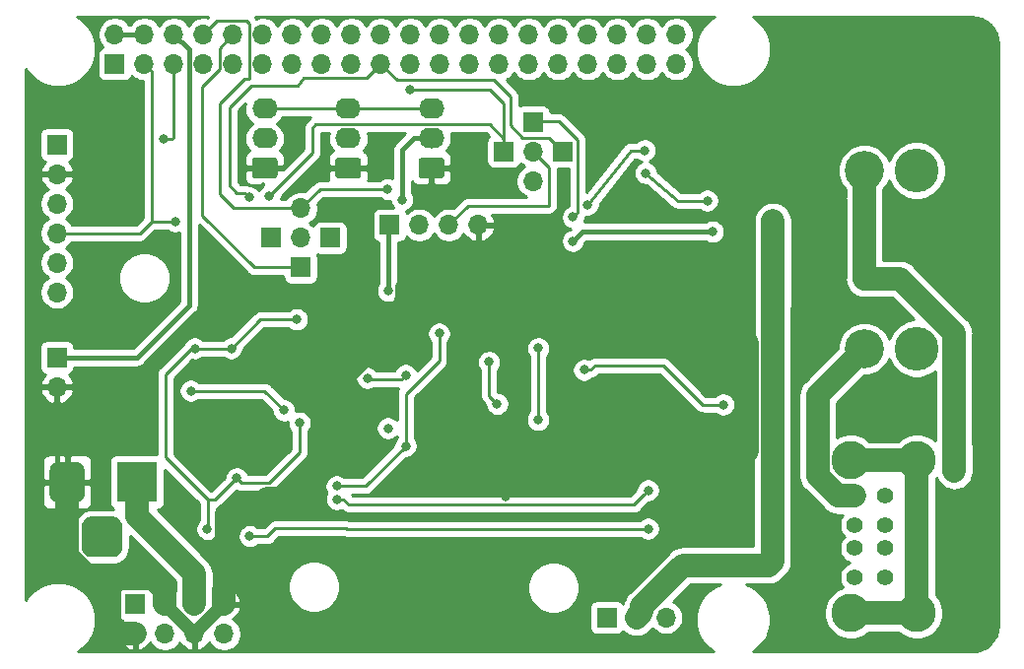
<source format=gbr>
G04 #@! TF.GenerationSoftware,KiCad,Pcbnew,(5.1.5)-3*
G04 #@! TF.CreationDate,2020-11-13T15:56:31+01:00*
G04 #@! TF.ProjectId,res_hat,7265735f-6861-4742-9e6b-696361645f70,V3*
G04 #@! TF.SameCoordinates,Original*
G04 #@! TF.FileFunction,Copper,L1,Top*
G04 #@! TF.FilePolarity,Positive*
%FSLAX46Y46*%
G04 Gerber Fmt 4.6, Leading zero omitted, Abs format (unit mm)*
G04 Created by KiCad (PCBNEW (5.1.5)-3) date 2020-11-13 15:56:31*
%MOMM*%
%LPD*%
G04 APERTURE LIST*
%ADD10O,2.200000X1.740000*%
%ADD11C,0.100000*%
%ADD12O,1.700000X1.700000*%
%ADD13R,1.700000X1.700000*%
%ADD14R,3.500000X3.500000*%
%ADD15C,3.354000*%
%ADD16C,3.759000*%
%ADD17C,3.300000*%
%ADD18C,1.400000*%
%ADD19C,1.000000*%
%ADD20C,0.800000*%
%ADD21C,2.000000*%
%ADD22C,1.200000*%
%ADD23C,0.400000*%
%ADD24C,1.000000*%
%ADD25C,0.250000*%
%ADD26C,0.254000*%
G04 APERTURE END LIST*
D10*
X97457260Y-106916220D03*
X97457260Y-109456220D03*
G04 #@! TA.AperFunction,ComponentPad*
D11*
G36*
X98331765Y-111127424D02*
G01*
X98356033Y-111131024D01*
X98379832Y-111136985D01*
X98402931Y-111145250D01*
X98425110Y-111155740D01*
X98446153Y-111168352D01*
X98465859Y-111182967D01*
X98484037Y-111199443D01*
X98500513Y-111217621D01*
X98515128Y-111237327D01*
X98527740Y-111258370D01*
X98538230Y-111280549D01*
X98546495Y-111303648D01*
X98552456Y-111327447D01*
X98556056Y-111351715D01*
X98557260Y-111376219D01*
X98557260Y-112616221D01*
X98556056Y-112640725D01*
X98552456Y-112664993D01*
X98546495Y-112688792D01*
X98538230Y-112711891D01*
X98527740Y-112734070D01*
X98515128Y-112755113D01*
X98500513Y-112774819D01*
X98484037Y-112792997D01*
X98465859Y-112809473D01*
X98446153Y-112824088D01*
X98425110Y-112836700D01*
X98402931Y-112847190D01*
X98379832Y-112855455D01*
X98356033Y-112861416D01*
X98331765Y-112865016D01*
X98307261Y-112866220D01*
X96607259Y-112866220D01*
X96582755Y-112865016D01*
X96558487Y-112861416D01*
X96534688Y-112855455D01*
X96511589Y-112847190D01*
X96489410Y-112836700D01*
X96468367Y-112824088D01*
X96448661Y-112809473D01*
X96430483Y-112792997D01*
X96414007Y-112774819D01*
X96399392Y-112755113D01*
X96386780Y-112734070D01*
X96376290Y-112711891D01*
X96368025Y-112688792D01*
X96362064Y-112664993D01*
X96358464Y-112640725D01*
X96357260Y-112616221D01*
X96357260Y-111376219D01*
X96358464Y-111351715D01*
X96362064Y-111327447D01*
X96368025Y-111303648D01*
X96376290Y-111280549D01*
X96386780Y-111258370D01*
X96399392Y-111237327D01*
X96414007Y-111217621D01*
X96430483Y-111199443D01*
X96448661Y-111182967D01*
X96468367Y-111168352D01*
X96489410Y-111155740D01*
X96511589Y-111145250D01*
X96534688Y-111136985D01*
X96558487Y-111131024D01*
X96582755Y-111127424D01*
X96607259Y-111126220D01*
X98307261Y-111126220D01*
X98331765Y-111127424D01*
G37*
G04 #@! TD.AperFunction*
D12*
X106199940Y-113129060D03*
X106199940Y-110589060D03*
D13*
X106199940Y-108049060D03*
D12*
X101485700Y-116890800D03*
X98945700Y-116890800D03*
X96405700Y-116890800D03*
D13*
X93865700Y-116890800D03*
X108739940Y-110586520D03*
X88755220Y-118003320D03*
X103662480Y-110583980D03*
X83675220Y-118003320D03*
D12*
X86215220Y-115465860D03*
X86215220Y-118005860D03*
D13*
X86215220Y-120545860D03*
D12*
X65278000Y-130810000D03*
D13*
X65278000Y-128270000D03*
G04 #@! TA.AperFunction,ComponentPad*
D11*
G36*
X70122165Y-141943013D02*
G01*
X70207104Y-141955613D01*
X70290399Y-141976477D01*
X70371248Y-142005405D01*
X70448872Y-142042119D01*
X70522524Y-142086264D01*
X70591494Y-142137416D01*
X70655118Y-142195082D01*
X70712784Y-142258706D01*
X70763936Y-142327676D01*
X70808081Y-142401328D01*
X70844795Y-142478952D01*
X70873723Y-142559801D01*
X70894587Y-142643096D01*
X70907187Y-142728035D01*
X70911400Y-142813800D01*
X70911400Y-144563800D01*
X70907187Y-144649565D01*
X70894587Y-144734504D01*
X70873723Y-144817799D01*
X70844795Y-144898648D01*
X70808081Y-144976272D01*
X70763936Y-145049924D01*
X70712784Y-145118894D01*
X70655118Y-145182518D01*
X70591494Y-145240184D01*
X70522524Y-145291336D01*
X70448872Y-145335481D01*
X70371248Y-145372195D01*
X70290399Y-145401123D01*
X70207104Y-145421987D01*
X70122165Y-145434587D01*
X70036400Y-145438800D01*
X68286400Y-145438800D01*
X68200635Y-145434587D01*
X68115696Y-145421987D01*
X68032401Y-145401123D01*
X67951552Y-145372195D01*
X67873928Y-145335481D01*
X67800276Y-145291336D01*
X67731306Y-145240184D01*
X67667682Y-145182518D01*
X67610016Y-145118894D01*
X67558864Y-145049924D01*
X67514719Y-144976272D01*
X67478005Y-144898648D01*
X67449077Y-144817799D01*
X67428213Y-144734504D01*
X67415613Y-144649565D01*
X67411400Y-144563800D01*
X67411400Y-142813800D01*
X67415613Y-142728035D01*
X67428213Y-142643096D01*
X67449077Y-142559801D01*
X67478005Y-142478952D01*
X67514719Y-142401328D01*
X67558864Y-142327676D01*
X67610016Y-142258706D01*
X67667682Y-142195082D01*
X67731306Y-142137416D01*
X67800276Y-142086264D01*
X67873928Y-142042119D01*
X67951552Y-142005405D01*
X68032401Y-141976477D01*
X68115696Y-141955613D01*
X68200635Y-141943013D01*
X68286400Y-141938800D01*
X70036400Y-141938800D01*
X70122165Y-141943013D01*
G37*
G04 #@! TD.AperFunction*
G04 #@! TA.AperFunction,ComponentPad*
G36*
X66984913Y-137242411D02*
G01*
X67057718Y-137253211D01*
X67129114Y-137271095D01*
X67198413Y-137295890D01*
X67264948Y-137327359D01*
X67328078Y-137365198D01*
X67387195Y-137409042D01*
X67441730Y-137458470D01*
X67491158Y-137513005D01*
X67535002Y-137572122D01*
X67572841Y-137635252D01*
X67604310Y-137701787D01*
X67629105Y-137771086D01*
X67646989Y-137842482D01*
X67657789Y-137915287D01*
X67661400Y-137988800D01*
X67661400Y-139988800D01*
X67657789Y-140062313D01*
X67646989Y-140135118D01*
X67629105Y-140206514D01*
X67604310Y-140275813D01*
X67572841Y-140342348D01*
X67535002Y-140405478D01*
X67491158Y-140464595D01*
X67441730Y-140519130D01*
X67387195Y-140568558D01*
X67328078Y-140612402D01*
X67264948Y-140650241D01*
X67198413Y-140681710D01*
X67129114Y-140706505D01*
X67057718Y-140724389D01*
X66984913Y-140735189D01*
X66911400Y-140738800D01*
X65411400Y-140738800D01*
X65337887Y-140735189D01*
X65265082Y-140724389D01*
X65193686Y-140706505D01*
X65124387Y-140681710D01*
X65057852Y-140650241D01*
X64994722Y-140612402D01*
X64935605Y-140568558D01*
X64881070Y-140519130D01*
X64831642Y-140464595D01*
X64787798Y-140405478D01*
X64749959Y-140342348D01*
X64718490Y-140275813D01*
X64693695Y-140206514D01*
X64675811Y-140135118D01*
X64665011Y-140062313D01*
X64661400Y-139988800D01*
X64661400Y-137988800D01*
X64665011Y-137915287D01*
X64675811Y-137842482D01*
X64693695Y-137771086D01*
X64718490Y-137701787D01*
X64749959Y-137635252D01*
X64787798Y-137572122D01*
X64831642Y-137513005D01*
X64881070Y-137458470D01*
X64935605Y-137409042D01*
X64994722Y-137365198D01*
X65057852Y-137327359D01*
X65124387Y-137295890D01*
X65193686Y-137271095D01*
X65265082Y-137253211D01*
X65337887Y-137242411D01*
X65411400Y-137238800D01*
X66911400Y-137238800D01*
X66984913Y-137242411D01*
G37*
G04 #@! TD.AperFunction*
D14*
X72161400Y-138988800D03*
D10*
X83126580Y-106916220D03*
X83126580Y-109456220D03*
G04 #@! TA.AperFunction,ComponentPad*
D11*
G36*
X84001085Y-111127424D02*
G01*
X84025353Y-111131024D01*
X84049152Y-111136985D01*
X84072251Y-111145250D01*
X84094430Y-111155740D01*
X84115473Y-111168352D01*
X84135179Y-111182967D01*
X84153357Y-111199443D01*
X84169833Y-111217621D01*
X84184448Y-111237327D01*
X84197060Y-111258370D01*
X84207550Y-111280549D01*
X84215815Y-111303648D01*
X84221776Y-111327447D01*
X84225376Y-111351715D01*
X84226580Y-111376219D01*
X84226580Y-112616221D01*
X84225376Y-112640725D01*
X84221776Y-112664993D01*
X84215815Y-112688792D01*
X84207550Y-112711891D01*
X84197060Y-112734070D01*
X84184448Y-112755113D01*
X84169833Y-112774819D01*
X84153357Y-112792997D01*
X84135179Y-112809473D01*
X84115473Y-112824088D01*
X84094430Y-112836700D01*
X84072251Y-112847190D01*
X84049152Y-112855455D01*
X84025353Y-112861416D01*
X84001085Y-112865016D01*
X83976581Y-112866220D01*
X82276579Y-112866220D01*
X82252075Y-112865016D01*
X82227807Y-112861416D01*
X82204008Y-112855455D01*
X82180909Y-112847190D01*
X82158730Y-112836700D01*
X82137687Y-112824088D01*
X82117981Y-112809473D01*
X82099803Y-112792997D01*
X82083327Y-112774819D01*
X82068712Y-112755113D01*
X82056100Y-112734070D01*
X82045610Y-112711891D01*
X82037345Y-112688792D01*
X82031384Y-112664993D01*
X82027784Y-112640725D01*
X82026580Y-112616221D01*
X82026580Y-111376219D01*
X82027784Y-111351715D01*
X82031384Y-111327447D01*
X82037345Y-111303648D01*
X82045610Y-111280549D01*
X82056100Y-111258370D01*
X82068712Y-111237327D01*
X82083327Y-111217621D01*
X82099803Y-111199443D01*
X82117981Y-111182967D01*
X82137687Y-111168352D01*
X82158730Y-111155740D01*
X82180909Y-111145250D01*
X82204008Y-111136985D01*
X82227807Y-111131024D01*
X82252075Y-111127424D01*
X82276579Y-111126220D01*
X83976581Y-111126220D01*
X84001085Y-111127424D01*
G37*
G04 #@! TD.AperFunction*
D10*
X90307160Y-106916220D03*
X90307160Y-109456220D03*
G04 #@! TA.AperFunction,ComponentPad*
D11*
G36*
X91181665Y-111127424D02*
G01*
X91205933Y-111131024D01*
X91229732Y-111136985D01*
X91252831Y-111145250D01*
X91275010Y-111155740D01*
X91296053Y-111168352D01*
X91315759Y-111182967D01*
X91333937Y-111199443D01*
X91350413Y-111217621D01*
X91365028Y-111237327D01*
X91377640Y-111258370D01*
X91388130Y-111280549D01*
X91396395Y-111303648D01*
X91402356Y-111327447D01*
X91405956Y-111351715D01*
X91407160Y-111376219D01*
X91407160Y-112616221D01*
X91405956Y-112640725D01*
X91402356Y-112664993D01*
X91396395Y-112688792D01*
X91388130Y-112711891D01*
X91377640Y-112734070D01*
X91365028Y-112755113D01*
X91350413Y-112774819D01*
X91333937Y-112792997D01*
X91315759Y-112809473D01*
X91296053Y-112824088D01*
X91275010Y-112836700D01*
X91252831Y-112847190D01*
X91229732Y-112855455D01*
X91205933Y-112861416D01*
X91181665Y-112865016D01*
X91157161Y-112866220D01*
X89457159Y-112866220D01*
X89432655Y-112865016D01*
X89408387Y-112861416D01*
X89384588Y-112855455D01*
X89361489Y-112847190D01*
X89339310Y-112836700D01*
X89318267Y-112824088D01*
X89298561Y-112809473D01*
X89280383Y-112792997D01*
X89263907Y-112774819D01*
X89249292Y-112755113D01*
X89236680Y-112734070D01*
X89226190Y-112711891D01*
X89217925Y-112688792D01*
X89211964Y-112664993D01*
X89208364Y-112640725D01*
X89207160Y-112616221D01*
X89207160Y-111376219D01*
X89208364Y-111351715D01*
X89211964Y-111327447D01*
X89217925Y-111303648D01*
X89226190Y-111280549D01*
X89236680Y-111258370D01*
X89249292Y-111237327D01*
X89263907Y-111217621D01*
X89280383Y-111199443D01*
X89298561Y-111182967D01*
X89318267Y-111168352D01*
X89339310Y-111155740D01*
X89361489Y-111145250D01*
X89384588Y-111136985D01*
X89408387Y-111131024D01*
X89432655Y-111127424D01*
X89457159Y-111126220D01*
X91157161Y-111126220D01*
X91181665Y-111127424D01*
G37*
G04 #@! TD.AperFunction*
D15*
X134638660Y-127525780D03*
D16*
X139138660Y-127525780D03*
D15*
X134638660Y-112209580D03*
D16*
X139138660Y-112209580D03*
D12*
X118508780Y-100517960D03*
X118508780Y-103057960D03*
X115968780Y-100517960D03*
X115968780Y-103057960D03*
X113428780Y-100517960D03*
X113428780Y-103057960D03*
X110888780Y-100517960D03*
X110888780Y-103057960D03*
X108348780Y-100517960D03*
X108348780Y-103057960D03*
X105808780Y-100517960D03*
X105808780Y-103057960D03*
X103268780Y-100517960D03*
X103268780Y-103057960D03*
X100728780Y-100517960D03*
X100728780Y-103057960D03*
X98188780Y-100517960D03*
X98188780Y-103057960D03*
X95648780Y-100517960D03*
X95648780Y-103057960D03*
X93108780Y-100517960D03*
X93108780Y-103057960D03*
X90568780Y-100517960D03*
X90568780Y-103057960D03*
X88028780Y-100517960D03*
X88028780Y-103057960D03*
X85488780Y-100517960D03*
X85488780Y-103057960D03*
X82948780Y-100517960D03*
X82948780Y-103057960D03*
X80408780Y-100517960D03*
X80408780Y-103057960D03*
X77868780Y-100517960D03*
X77868780Y-103057960D03*
X75328780Y-100517960D03*
X75328780Y-103057960D03*
X72788780Y-100517960D03*
X72788780Y-103057960D03*
X70248780Y-100517960D03*
D13*
X70248780Y-103057960D03*
D12*
X65278000Y-122682000D03*
X65278000Y-120142000D03*
X65278000Y-117602000D03*
X65278000Y-115062000D03*
X65278000Y-112522000D03*
D13*
X65278000Y-109982000D03*
D12*
X117602000Y-150622000D03*
X115062000Y-150622000D03*
D13*
X112522000Y-150622000D03*
D12*
X79639160Y-152034240D03*
X79639160Y-149494240D03*
X77099160Y-152034240D03*
X77099160Y-149494240D03*
X74559160Y-152034240D03*
X74559160Y-149494240D03*
X72019160Y-152034240D03*
D13*
X72019160Y-149494240D03*
D17*
X139160900Y-150245100D03*
X139160900Y-137105100D03*
X133480900Y-137105100D03*
X133480900Y-150245100D03*
D18*
X136450900Y-140175100D03*
X136450900Y-142675100D03*
X136450900Y-144675100D03*
X136450900Y-147175100D03*
X133830900Y-140175100D03*
X133830900Y-142675100D03*
X133830900Y-144675100D03*
X133830900Y-147175100D03*
D19*
X142308220Y-133282920D03*
X142365841Y-134595299D03*
X142308220Y-136012920D03*
X142368220Y-137442920D03*
X134635240Y-121325900D03*
X134635240Y-120085900D03*
X134635240Y-118955900D03*
X134635240Y-117845900D03*
X126788220Y-120162920D03*
X126788220Y-118902920D03*
X126788220Y-117832920D03*
X126788220Y-116531660D03*
X119461680Y-146336380D03*
X120934760Y-146336380D03*
X122264760Y-146336380D03*
X123834760Y-146336380D03*
D20*
X103807500Y-140208000D03*
X91188540Y-117571520D03*
X101485700Y-122153200D03*
X95250000Y-124439680D03*
X95711619Y-139413881D03*
X92820219Y-127399779D03*
X89994500Y-122674620D03*
X89821478Y-135978900D03*
D19*
X114147139Y-125514001D03*
X115367139Y-125514001D03*
X116647139Y-125514001D03*
X117907139Y-125514001D03*
X115168220Y-137109101D03*
X116632039Y-137109101D03*
X118132039Y-137109101D03*
X119612039Y-137109101D03*
D20*
X128718220Y-150672920D03*
X130578220Y-119522920D03*
X97388220Y-132782920D03*
X110368220Y-122772920D03*
X141918220Y-143362920D03*
X116438220Y-152702920D03*
X139068220Y-132112920D03*
X93726000Y-134366000D03*
X93741240Y-122547380D03*
X94947740Y-114711480D03*
X116078000Y-139700000D03*
X74422000Y-109474000D03*
X110891320Y-115135660D03*
X115770660Y-110484920D03*
X84790280Y-132816600D03*
X76784200Y-131147820D03*
X89329140Y-140462000D03*
X75438000Y-116586000D03*
X116078000Y-143002000D03*
X78206600Y-143027400D03*
X121158000Y-114808000D03*
X115867180Y-112438180D03*
X85882480Y-125016260D03*
X80248760Y-127497840D03*
X77127100Y-127497840D03*
X80721200Y-138666220D03*
X86113620Y-133906260D03*
X81848220Y-143642920D03*
X103098600Y-132267960D03*
X102397560Y-128661160D03*
X106629200Y-127480060D03*
X106601260Y-133637020D03*
X109608220Y-118272920D03*
X121609740Y-117462920D03*
X110568220Y-129342920D03*
X122528220Y-132322920D03*
X95653860Y-105229660D03*
X83535520Y-114400190D03*
X81827310Y-114529930D03*
X109608620Y-116227860D03*
X93703140Y-113809780D03*
X95250000Y-129794000D03*
X91948000Y-130048000D03*
X95250000Y-135890000D03*
X98112580Y-126217680D03*
X89318220Y-139342920D03*
D21*
X134635240Y-114584636D02*
X134635240Y-117845900D01*
X134638660Y-114581216D02*
X134635240Y-114584636D01*
X134638660Y-112209580D02*
X134638660Y-114581216D01*
X134635240Y-121518680D02*
X137689222Y-121518680D01*
X142365841Y-135925299D02*
X142388220Y-135947678D01*
X142365841Y-126195299D02*
X142365841Y-134595299D01*
X137689222Y-121518680D02*
X142365841Y-126195299D01*
X142388220Y-135947678D02*
X142388220Y-137852920D01*
X142365841Y-134595299D02*
X142365841Y-135925299D01*
X142388220Y-137852920D02*
X142388220Y-138072920D01*
X134635240Y-121325900D02*
X134635240Y-121518680D01*
X134635240Y-120085900D02*
X134635240Y-121325900D01*
X134635240Y-118955900D02*
X134635240Y-120085900D01*
X134635240Y-117845900D02*
X134635240Y-118955900D01*
D22*
X123756420Y-146126200D02*
X123756420Y-146126200D01*
D21*
X123190735Y-146126200D02*
X123756420Y-146126200D01*
X115551999Y-149637999D02*
X119063798Y-146126200D01*
X119063798Y-146126200D02*
X123190735Y-146126200D01*
X115551999Y-150159141D02*
X115551999Y-149637999D01*
X115089140Y-150622000D02*
X115551999Y-150159141D01*
X115062000Y-150622000D02*
X115089140Y-150622000D01*
X126746000Y-145810700D02*
X126746000Y-139192000D01*
X126748220Y-145812920D02*
X126746000Y-145810700D01*
X123756420Y-146126200D02*
X126434940Y-146126200D01*
X126746000Y-139192000D02*
X126788220Y-116531660D01*
X126434940Y-146126200D02*
X126748220Y-145812920D01*
D23*
X65278000Y-138105400D02*
X66161400Y-138988800D01*
X65278000Y-130810000D02*
X65278000Y-138105400D01*
D22*
X77099160Y-152034240D02*
X79639160Y-149494240D01*
X74559160Y-149494240D02*
X77099160Y-152034240D01*
X72019160Y-152034240D02*
X70817079Y-152034240D01*
X66161400Y-145952960D02*
X67729100Y-147520660D01*
X66161400Y-138988800D02*
X66161400Y-145952960D01*
X68947699Y-147662299D02*
X68010439Y-147662299D01*
D24*
X67833240Y-147485100D02*
X67729100Y-147520660D01*
D22*
X73929300Y-147662299D02*
X74559160Y-148292159D01*
X68947699Y-147662299D02*
X73929300Y-147662299D01*
D23*
X101485700Y-118092881D02*
X101485700Y-122153200D01*
X101485700Y-116890800D02*
X101485700Y-118092881D01*
D22*
X90747999Y-129471999D02*
X92820219Y-127399779D01*
X93730538Y-125959142D02*
X95250000Y-124439680D01*
X93730538Y-126489460D02*
X93730538Y-125959142D01*
X92820219Y-127399779D02*
X93730538Y-126489460D01*
D23*
X91188540Y-121480580D02*
X89994500Y-122674620D01*
X91188540Y-117571520D02*
X91188540Y-121480580D01*
D22*
X89821478Y-135978900D02*
X89821478Y-135978900D01*
D23*
X103013381Y-139413881D02*
X103807500Y-140208000D01*
X95711619Y-139413881D02*
X103013381Y-139413881D01*
D21*
X74559160Y-148292159D02*
X74559160Y-149494240D01*
X66161400Y-145373308D02*
X68232331Y-147444239D01*
X73711240Y-147444239D02*
X74559160Y-148292159D01*
X66161400Y-138988800D02*
X66161400Y-145373308D01*
X69758220Y-151093302D02*
X69758220Y-147522920D01*
X70699158Y-152034240D02*
X69758220Y-151093302D01*
X72019160Y-152034240D02*
X70699158Y-152034240D01*
X68232331Y-147444239D02*
X69758220Y-147522920D01*
X89821478Y-135978900D02*
X89821478Y-132119662D01*
X89821478Y-132119662D02*
X89828220Y-132112920D01*
X90347999Y-129341681D02*
X95250000Y-124439680D01*
X95250000Y-123406622D02*
X95341241Y-123315381D01*
X95250000Y-124439680D02*
X95250000Y-123406622D01*
X95341241Y-123315381D02*
X95341241Y-122312920D01*
X95341241Y-122312920D02*
X95341241Y-122312920D01*
X95341241Y-123315381D02*
X95341241Y-123315381D01*
X95341241Y-122312920D02*
X107319580Y-122312920D01*
X79639160Y-148292159D02*
X79908220Y-148023099D01*
X79639160Y-149494240D02*
X79639160Y-148292159D01*
X79908220Y-148023099D02*
X79908220Y-141752920D01*
X79908220Y-141752920D02*
X82685887Y-141752920D01*
X89821478Y-129868202D02*
X95250000Y-124439680D01*
X89821478Y-135978900D02*
X89821478Y-129868202D01*
X85409149Y-140391229D02*
X89421479Y-136378899D01*
X83359911Y-140391229D02*
X85409149Y-140391229D01*
X82685887Y-141065253D02*
X83359911Y-140391229D01*
X89421479Y-136378899D02*
X89821478Y-135978900D01*
X82685887Y-141752920D02*
X82685887Y-141065253D01*
X109618220Y-124611560D02*
X107319580Y-122312920D01*
X110520661Y-125514001D02*
X109618220Y-124611560D01*
X117907139Y-125514001D02*
X110520661Y-125514001D01*
X115168220Y-137109101D02*
X119612039Y-137109101D01*
X117907139Y-125514001D02*
X123070839Y-125514001D01*
X123070839Y-125514001D02*
X124568679Y-127011842D01*
X124568679Y-127011842D02*
X124551282Y-136349858D01*
X123792039Y-137109101D02*
X119612039Y-137109101D01*
X124551282Y-136349858D02*
X123792039Y-137109101D01*
D23*
X94037720Y-116718780D02*
X93865700Y-116890800D01*
X93726000Y-117030500D02*
X93865700Y-116890800D01*
X93741240Y-122547380D02*
X93726000Y-117030500D01*
D25*
X97282000Y-109982000D02*
X97515680Y-110176320D01*
D23*
X95957260Y-109456220D02*
X97457260Y-109456220D01*
X94947740Y-110465740D02*
X95957260Y-109456220D01*
X94947740Y-114711480D02*
X94947740Y-110465740D01*
D25*
X75328780Y-109364780D02*
X75328780Y-103057960D01*
X75219560Y-109474000D02*
X75328780Y-109364780D01*
X74422000Y-109474000D02*
X75219560Y-109474000D01*
X115092480Y-140685520D02*
X116078000Y-139700000D01*
X114554000Y-110490000D02*
X110891320Y-115135660D01*
X115770660Y-110484920D02*
X114554000Y-110490000D01*
X83121500Y-131147820D02*
X84790280Y-132816600D01*
X76784200Y-131147820D02*
X83121500Y-131147820D01*
X114844999Y-140933001D02*
X115678001Y-140099999D01*
X89894825Y-140462000D02*
X90365826Y-140933001D01*
X115678001Y-140099999D02*
X116078000Y-139700000D01*
X90365826Y-140933001D02*
X114844999Y-140933001D01*
X89329140Y-140462000D02*
X89894825Y-140462000D01*
X73406000Y-103675180D02*
X72788780Y-103057960D01*
X73406000Y-116586000D02*
X73406000Y-103675180D01*
X72390000Y-117602000D02*
X65278000Y-117602000D01*
X73406000Y-116586000D02*
X72390000Y-117602000D01*
X73406000Y-116586000D02*
X75438000Y-116586000D01*
X90126820Y-142958820D02*
X84617560Y-142958820D01*
X90170000Y-143002000D02*
X90126820Y-142958820D01*
X116078000Y-143002000D02*
X90170000Y-143002000D01*
X118618000Y-114808000D02*
X121158000Y-114808000D01*
X115867180Y-112438180D02*
X118618000Y-114808000D01*
X82730340Y-125016260D02*
X80248760Y-127497840D01*
X85882480Y-125016260D02*
X82730340Y-125016260D01*
X76812140Y-127497840D02*
X77127100Y-127497840D01*
X74588001Y-129721979D02*
X76812140Y-127497840D01*
X74588001Y-136875003D02*
X74588001Y-129721979D01*
X78232000Y-143052800D02*
X78232000Y-140519002D01*
X78232000Y-140519002D02*
X74588001Y-136875003D01*
X77127100Y-127497840D02*
X80248760Y-127497840D01*
X81121199Y-139066219D02*
X83498741Y-139066219D01*
X80721200Y-138666220D02*
X81121199Y-139066219D01*
X86113620Y-136451340D02*
X86113620Y-133906260D01*
X83498741Y-139066219D02*
X86113620Y-136451340D01*
X78868418Y-140519002D02*
X80721200Y-138666220D01*
X78232000Y-140519002D02*
X78868418Y-140519002D01*
X82413905Y-143642920D02*
X81848220Y-143642920D01*
X84051875Y-142958820D02*
X83367775Y-143642920D01*
X83367775Y-143642920D02*
X82413905Y-143642920D01*
X84617560Y-142958820D02*
X84051875Y-142958820D01*
X102397560Y-131566920D02*
X103098600Y-132267960D01*
X102397560Y-128661160D02*
X102397560Y-131566920D01*
X106629200Y-133609080D02*
X106601260Y-133637020D01*
X106629200Y-127480060D02*
X106629200Y-133609080D01*
D23*
X110418220Y-117462920D02*
X109608220Y-118272920D01*
X121609740Y-117462920D02*
X110418220Y-117462920D01*
D25*
X113008220Y-128962920D02*
X113008220Y-128962920D01*
X117838219Y-129422919D02*
X120738220Y-132322920D01*
X120738220Y-132322920D02*
X122528220Y-132322920D01*
X122528220Y-132322920D02*
X122528220Y-132322920D01*
X117378220Y-128962920D02*
X120738220Y-132322920D01*
X111513905Y-128962920D02*
X117378220Y-128962920D01*
X110568220Y-129342920D02*
X111133905Y-129342920D01*
X111133905Y-129342920D02*
X111513905Y-128962920D01*
D22*
X77099160Y-148292159D02*
X77099160Y-149494240D01*
X77099160Y-146876560D02*
X77099160Y-148292159D01*
D21*
X72161400Y-141938800D02*
X77099160Y-146876560D01*
X72161400Y-138988800D02*
X72161400Y-141938800D01*
X77099160Y-146876560D02*
X77099160Y-149488642D01*
D25*
X96107260Y-106916220D02*
X90307160Y-106916220D01*
X97457260Y-106916220D02*
X96107260Y-106916220D01*
X88957160Y-106916220D02*
X83126580Y-106916220D01*
X90307160Y-106916220D02*
X88957160Y-106916220D01*
D23*
X70248780Y-100517960D02*
X72788780Y-100517960D01*
D21*
X132961661Y-129202779D02*
X134638660Y-127525780D01*
X130630899Y-131533541D02*
X132961661Y-129202779D01*
X130630899Y-138445599D02*
X130630899Y-131533541D01*
X132360400Y-140175100D02*
X130630899Y-138445599D01*
X133830900Y-140175100D02*
X132360400Y-140175100D01*
X133480900Y-137105100D02*
X139160900Y-137105100D01*
X139160900Y-137105100D02*
X139160900Y-150245100D01*
X139160900Y-150245100D02*
X133480900Y-150245100D01*
D23*
X76618779Y-101807959D02*
X75328780Y-100517960D01*
X76618779Y-123787221D02*
X76618779Y-101807959D01*
X65278000Y-128270000D02*
X72136000Y-128270000D01*
X72136000Y-128270000D02*
X76618779Y-123787221D01*
D25*
X107532170Y-115253770D02*
X100582730Y-115253770D01*
X107533440Y-115252500D02*
X107532170Y-115253770D01*
X100582730Y-115253770D02*
X98945700Y-116890800D01*
X107533440Y-111922560D02*
X107533440Y-115252500D01*
X106199940Y-110589060D02*
X107533440Y-111922560D01*
X103662480Y-109197140D02*
X103662480Y-110583980D01*
X83535520Y-114400190D02*
X83535520Y-114400190D01*
X87233055Y-110702655D02*
X83535520Y-114400190D01*
X95653860Y-105229660D02*
X102440740Y-105229660D01*
X103662480Y-106451400D02*
X103662480Y-110583980D01*
X102440740Y-105229660D02*
X103662480Y-106451400D01*
X102439710Y-108261210D02*
X103662480Y-109483980D01*
X87511830Y-108261210D02*
X102439710Y-108261210D01*
X87233055Y-108539985D02*
X87511830Y-108261210D01*
X103662480Y-109483980D02*
X103662480Y-110583980D01*
X87233055Y-110702655D02*
X87233055Y-108539985D01*
X108739940Y-110586520D02*
X107567479Y-109414059D01*
X107567479Y-109414059D02*
X105279937Y-109414059D01*
X93108780Y-103057960D02*
X91875441Y-104291299D01*
X91875441Y-104291299D02*
X86439841Y-104291299D01*
X81827310Y-114529930D02*
X81827310Y-114529930D01*
X81427311Y-114129931D02*
X80746711Y-114129931D01*
X81827310Y-114529930D02*
X81427311Y-114129931D01*
X80746711Y-114129931D02*
X80088740Y-113471960D01*
X80088740Y-113471960D02*
X80088740Y-106768900D01*
X81955640Y-104902000D02*
X85933280Y-104902000D01*
X80088740Y-106768900D02*
X81955640Y-104902000D01*
X86439841Y-104291299D02*
X85933280Y-104902000D01*
X94489270Y-104438450D02*
X102817930Y-104438450D01*
X94489270Y-104438450D02*
X93108780Y-103057960D01*
X104241600Y-105862120D02*
X104241600Y-108310680D01*
X102817930Y-104438450D02*
X104241600Y-105862120D01*
X105279937Y-109414059D02*
X104241600Y-108310680D01*
X110008619Y-109570197D02*
X108418902Y-107980480D01*
X109608620Y-116227860D02*
X110008619Y-115827861D01*
X110008619Y-115827861D02*
X110008619Y-109570197D01*
X106268520Y-107980480D02*
X106199940Y-108049060D01*
X108418902Y-107980480D02*
X106268520Y-107980480D01*
X79233779Y-101692961D02*
X80408780Y-100517960D01*
X79233779Y-103509061D02*
X79233779Y-101692961D01*
X77751940Y-104990900D02*
X79233779Y-103509061D01*
X77751940Y-116080540D02*
X77751940Y-104990900D01*
X82217260Y-120545860D02*
X77751940Y-116080540D01*
X86215220Y-120545860D02*
X82217260Y-120545860D01*
X81773779Y-99589339D02*
X81527399Y-99342959D01*
X81773779Y-104306621D02*
X81773779Y-99589339D01*
X86215220Y-115465860D02*
X80424020Y-115465860D01*
X81527399Y-99342959D02*
X79043781Y-99342959D01*
X80424020Y-115465860D02*
X79233779Y-114275619D01*
X79233779Y-114275619D02*
X79233779Y-106455461D01*
X79233779Y-106455461D02*
X81382619Y-104306621D01*
X79043781Y-99342959D02*
X77868780Y-100517960D01*
X81382619Y-104306621D02*
X81773779Y-104306621D01*
X87871300Y-113809780D02*
X86215220Y-115465860D01*
X87871300Y-113809780D02*
X93703140Y-113809780D01*
X93703140Y-113809780D02*
X93703140Y-113809780D01*
X94850001Y-130193999D02*
X92093999Y-130193999D01*
X95250000Y-129794000D02*
X94850001Y-130193999D01*
X92093999Y-130193999D02*
X91948000Y-130048000D01*
X91948000Y-130048000D02*
X91948000Y-130048000D01*
X98112580Y-126217680D02*
X98112580Y-128539240D01*
X95250000Y-131401820D02*
X95250000Y-135890000D01*
X98112580Y-128539240D02*
X95250000Y-131401820D01*
X95250000Y-135890000D02*
X91797080Y-139342920D01*
X91797080Y-139342920D02*
X89318220Y-139342920D01*
D26*
G36*
X78235188Y-99076750D02*
G01*
X78015040Y-99032960D01*
X77722520Y-99032960D01*
X77435622Y-99090028D01*
X77165369Y-99201970D01*
X76922148Y-99364485D01*
X76715305Y-99571328D01*
X76598780Y-99745720D01*
X76482255Y-99571328D01*
X76275412Y-99364485D01*
X76032191Y-99201970D01*
X75761938Y-99090028D01*
X75475040Y-99032960D01*
X75182520Y-99032960D01*
X74895622Y-99090028D01*
X74625369Y-99201970D01*
X74382148Y-99364485D01*
X74175305Y-99571328D01*
X74058780Y-99745720D01*
X73942255Y-99571328D01*
X73735412Y-99364485D01*
X73492191Y-99201970D01*
X73221938Y-99090028D01*
X72935040Y-99032960D01*
X72642520Y-99032960D01*
X72355622Y-99090028D01*
X72085369Y-99201970D01*
X71842148Y-99364485D01*
X71635305Y-99571328D01*
X71560715Y-99682960D01*
X71476845Y-99682960D01*
X71402255Y-99571328D01*
X71195412Y-99364485D01*
X70952191Y-99201970D01*
X70681938Y-99090028D01*
X70395040Y-99032960D01*
X70102520Y-99032960D01*
X69815622Y-99090028D01*
X69545369Y-99201970D01*
X69302148Y-99364485D01*
X69095305Y-99571328D01*
X68932790Y-99814549D01*
X68820848Y-100084802D01*
X68763780Y-100371700D01*
X68763780Y-100664220D01*
X68820848Y-100951118D01*
X68932790Y-101221371D01*
X69095305Y-101464592D01*
X69227160Y-101596447D01*
X69154600Y-101618458D01*
X69044286Y-101677423D01*
X68947595Y-101756775D01*
X68868243Y-101853466D01*
X68809278Y-101963780D01*
X68772968Y-102083478D01*
X68760708Y-102207960D01*
X68760708Y-103907960D01*
X68772968Y-104032442D01*
X68809278Y-104152140D01*
X68868243Y-104262454D01*
X68947595Y-104359145D01*
X69044286Y-104438497D01*
X69154600Y-104497462D01*
X69274298Y-104533772D01*
X69398780Y-104546032D01*
X71098780Y-104546032D01*
X71223262Y-104533772D01*
X71342960Y-104497462D01*
X71453274Y-104438497D01*
X71549965Y-104359145D01*
X71629317Y-104262454D01*
X71688282Y-104152140D01*
X71710293Y-104079580D01*
X71842148Y-104211435D01*
X72085369Y-104373950D01*
X72355622Y-104485892D01*
X72642520Y-104542960D01*
X72646001Y-104542960D01*
X72646000Y-116271198D01*
X72075199Y-116842000D01*
X66556178Y-116842000D01*
X66431475Y-116655368D01*
X66224632Y-116448525D01*
X66050240Y-116332000D01*
X66224632Y-116215475D01*
X66431475Y-116008632D01*
X66593990Y-115765411D01*
X66705932Y-115495158D01*
X66763000Y-115208260D01*
X66763000Y-114915740D01*
X66705932Y-114628842D01*
X66593990Y-114358589D01*
X66431475Y-114115368D01*
X66224632Y-113908525D01*
X66042466Y-113786805D01*
X66159355Y-113717178D01*
X66375588Y-113522269D01*
X66549641Y-113288920D01*
X66674825Y-113026099D01*
X66719476Y-112878890D01*
X66598155Y-112649000D01*
X65405000Y-112649000D01*
X65405000Y-112669000D01*
X65151000Y-112669000D01*
X65151000Y-112649000D01*
X63957845Y-112649000D01*
X63836524Y-112878890D01*
X63881175Y-113026099D01*
X64006359Y-113288920D01*
X64180412Y-113522269D01*
X64396645Y-113717178D01*
X64513534Y-113786805D01*
X64331368Y-113908525D01*
X64124525Y-114115368D01*
X63962010Y-114358589D01*
X63850068Y-114628842D01*
X63793000Y-114915740D01*
X63793000Y-115208260D01*
X63850068Y-115495158D01*
X63962010Y-115765411D01*
X64124525Y-116008632D01*
X64331368Y-116215475D01*
X64505760Y-116332000D01*
X64331368Y-116448525D01*
X64124525Y-116655368D01*
X63962010Y-116898589D01*
X63850068Y-117168842D01*
X63793000Y-117455740D01*
X63793000Y-117748260D01*
X63850068Y-118035158D01*
X63962010Y-118305411D01*
X64124525Y-118548632D01*
X64331368Y-118755475D01*
X64505760Y-118872000D01*
X64331368Y-118988525D01*
X64124525Y-119195368D01*
X63962010Y-119438589D01*
X63850068Y-119708842D01*
X63793000Y-119995740D01*
X63793000Y-120288260D01*
X63850068Y-120575158D01*
X63962010Y-120845411D01*
X64124525Y-121088632D01*
X64331368Y-121295475D01*
X64505760Y-121412000D01*
X64331368Y-121528525D01*
X64124525Y-121735368D01*
X63962010Y-121978589D01*
X63850068Y-122248842D01*
X63793000Y-122535740D01*
X63793000Y-122828260D01*
X63850068Y-123115158D01*
X63962010Y-123385411D01*
X64124525Y-123628632D01*
X64331368Y-123835475D01*
X64574589Y-123997990D01*
X64844842Y-124109932D01*
X65131740Y-124167000D01*
X65424260Y-124167000D01*
X65711158Y-124109932D01*
X65981411Y-123997990D01*
X66224632Y-123835475D01*
X66431475Y-123628632D01*
X66593990Y-123385411D01*
X66705932Y-123115158D01*
X66763000Y-122828260D01*
X66763000Y-122535740D01*
X66705932Y-122248842D01*
X66593990Y-121978589D01*
X66431475Y-121735368D01*
X66224632Y-121528525D01*
X66050240Y-121412000D01*
X66224632Y-121295475D01*
X66297755Y-121222352D01*
X70558860Y-121222352D01*
X70558860Y-121662608D01*
X70644750Y-122094405D01*
X70813229Y-122501149D01*
X71057822Y-122867209D01*
X71369131Y-123178518D01*
X71735191Y-123423111D01*
X72141935Y-123591590D01*
X72573732Y-123677480D01*
X73013988Y-123677480D01*
X73445785Y-123591590D01*
X73852529Y-123423111D01*
X74218589Y-123178518D01*
X74529898Y-122867209D01*
X74774491Y-122501149D01*
X74942970Y-122094405D01*
X75028860Y-121662608D01*
X75028860Y-121222352D01*
X74942970Y-120790555D01*
X74774491Y-120383811D01*
X74529898Y-120017751D01*
X74218589Y-119706442D01*
X73852529Y-119461849D01*
X73445785Y-119293370D01*
X73013988Y-119207480D01*
X72573732Y-119207480D01*
X72141935Y-119293370D01*
X71735191Y-119461849D01*
X71369131Y-119706442D01*
X71057822Y-120017751D01*
X70813229Y-120383811D01*
X70644750Y-120790555D01*
X70558860Y-121222352D01*
X66297755Y-121222352D01*
X66431475Y-121088632D01*
X66593990Y-120845411D01*
X66705932Y-120575158D01*
X66763000Y-120288260D01*
X66763000Y-119995740D01*
X66705932Y-119708842D01*
X66593990Y-119438589D01*
X66431475Y-119195368D01*
X66224632Y-118988525D01*
X66050240Y-118872000D01*
X66224632Y-118755475D01*
X66431475Y-118548632D01*
X66556178Y-118362000D01*
X72352678Y-118362000D01*
X72390000Y-118365676D01*
X72427322Y-118362000D01*
X72427333Y-118362000D01*
X72538986Y-118351003D01*
X72682247Y-118307546D01*
X72814276Y-118236974D01*
X72930001Y-118142001D01*
X72953804Y-118112998D01*
X73720802Y-117346000D01*
X74734289Y-117346000D01*
X74778226Y-117389937D01*
X74947744Y-117503205D01*
X75136102Y-117581226D01*
X75336061Y-117621000D01*
X75539939Y-117621000D01*
X75739898Y-117581226D01*
X75783779Y-117563050D01*
X75783779Y-123441352D01*
X71790133Y-127435000D01*
X66766072Y-127435000D01*
X66766072Y-127420000D01*
X66753812Y-127295518D01*
X66717502Y-127175820D01*
X66658537Y-127065506D01*
X66579185Y-126968815D01*
X66482494Y-126889463D01*
X66372180Y-126830498D01*
X66252482Y-126794188D01*
X66128000Y-126781928D01*
X64428000Y-126781928D01*
X64303518Y-126794188D01*
X64183820Y-126830498D01*
X64073506Y-126889463D01*
X63976815Y-126968815D01*
X63897463Y-127065506D01*
X63838498Y-127175820D01*
X63802188Y-127295518D01*
X63789928Y-127420000D01*
X63789928Y-129120000D01*
X63802188Y-129244482D01*
X63838498Y-129364180D01*
X63897463Y-129474494D01*
X63976815Y-129571185D01*
X64073506Y-129650537D01*
X64183820Y-129709502D01*
X64264466Y-129733966D01*
X64180412Y-129809731D01*
X64006359Y-130043080D01*
X63881175Y-130305901D01*
X63836524Y-130453110D01*
X63957845Y-130683000D01*
X65151000Y-130683000D01*
X65151000Y-130663000D01*
X65405000Y-130663000D01*
X65405000Y-130683000D01*
X66598155Y-130683000D01*
X66719476Y-130453110D01*
X66674825Y-130305901D01*
X66549641Y-130043080D01*
X66375588Y-129809731D01*
X66291534Y-129733966D01*
X66372180Y-129709502D01*
X66482494Y-129650537D01*
X66579185Y-129571185D01*
X66658537Y-129474494D01*
X66717502Y-129364180D01*
X66753812Y-129244482D01*
X66766072Y-129120000D01*
X66766072Y-129105000D01*
X72094982Y-129105000D01*
X72136000Y-129109040D01*
X72177018Y-129105000D01*
X72177019Y-129105000D01*
X72299689Y-129092918D01*
X72457087Y-129045172D01*
X72602146Y-128967636D01*
X72729291Y-128863291D01*
X72755446Y-128831421D01*
X77180212Y-124406657D01*
X77212070Y-124380512D01*
X77316415Y-124253367D01*
X77393951Y-124108308D01*
X77441697Y-123950910D01*
X77453779Y-123828240D01*
X77453779Y-123828239D01*
X77457819Y-123787221D01*
X77453779Y-123746203D01*
X77453779Y-116857180D01*
X81653461Y-121056863D01*
X81677259Y-121085861D01*
X81706257Y-121109659D01*
X81792983Y-121180834D01*
X81914110Y-121245578D01*
X81925013Y-121251406D01*
X82068274Y-121294863D01*
X82179927Y-121305860D01*
X82179936Y-121305860D01*
X82217259Y-121309536D01*
X82254582Y-121305860D01*
X84727148Y-121305860D01*
X84727148Y-121395860D01*
X84739408Y-121520342D01*
X84775718Y-121640040D01*
X84834683Y-121750354D01*
X84914035Y-121847045D01*
X85010726Y-121926397D01*
X85121040Y-121985362D01*
X85240738Y-122021672D01*
X85365220Y-122033932D01*
X87065220Y-122033932D01*
X87189702Y-122021672D01*
X87309400Y-121985362D01*
X87419714Y-121926397D01*
X87516405Y-121847045D01*
X87595757Y-121750354D01*
X87654722Y-121640040D01*
X87691032Y-121520342D01*
X87703292Y-121395860D01*
X87703292Y-119695860D01*
X87691032Y-119571378D01*
X87654722Y-119451680D01*
X87645566Y-119434551D01*
X87661040Y-119442822D01*
X87780738Y-119479132D01*
X87905220Y-119491392D01*
X89605220Y-119491392D01*
X89729702Y-119479132D01*
X89849400Y-119442822D01*
X89959714Y-119383857D01*
X90056405Y-119304505D01*
X90135757Y-119207814D01*
X90194722Y-119097500D01*
X90231032Y-118977802D01*
X90243292Y-118853320D01*
X90243292Y-117153320D01*
X90231032Y-117028838D01*
X90194722Y-116909140D01*
X90135757Y-116798826D01*
X90056405Y-116702135D01*
X89959714Y-116622783D01*
X89849400Y-116563818D01*
X89729702Y-116527508D01*
X89605220Y-116515248D01*
X87905220Y-116515248D01*
X87780738Y-116527508D01*
X87661040Y-116563818D01*
X87550726Y-116622783D01*
X87454035Y-116702135D01*
X87374683Y-116798826D01*
X87315718Y-116909140D01*
X87293116Y-116983649D01*
X87161852Y-116852385D01*
X86987460Y-116735860D01*
X87161852Y-116619335D01*
X87368695Y-116412492D01*
X87531210Y-116169271D01*
X87643152Y-115899018D01*
X87700220Y-115612120D01*
X87700220Y-115319600D01*
X87656430Y-115099452D01*
X88186102Y-114569780D01*
X92999429Y-114569780D01*
X93043366Y-114613717D01*
X93212884Y-114726985D01*
X93401242Y-114805006D01*
X93601201Y-114844780D01*
X93805079Y-114844780D01*
X93914643Y-114822987D01*
X93952514Y-115013378D01*
X94030535Y-115201736D01*
X94143803Y-115371254D01*
X94175277Y-115402728D01*
X93015700Y-115402728D01*
X92891218Y-115414988D01*
X92771520Y-115451298D01*
X92661206Y-115510263D01*
X92564515Y-115589615D01*
X92485163Y-115686306D01*
X92426198Y-115796620D01*
X92389888Y-115916318D01*
X92377628Y-116040800D01*
X92377628Y-117740800D01*
X92389888Y-117865282D01*
X92426198Y-117984980D01*
X92485163Y-118095294D01*
X92564515Y-118191985D01*
X92661206Y-118271337D01*
X92771520Y-118330302D01*
X92891218Y-118366612D01*
X92894689Y-118366954D01*
X92904550Y-121936624D01*
X92824035Y-122057124D01*
X92746014Y-122245482D01*
X92706240Y-122445441D01*
X92706240Y-122649319D01*
X92746014Y-122849278D01*
X92824035Y-123037636D01*
X92937303Y-123207154D01*
X93081466Y-123351317D01*
X93250984Y-123464585D01*
X93439342Y-123542606D01*
X93639301Y-123582380D01*
X93843179Y-123582380D01*
X94043138Y-123542606D01*
X94231496Y-123464585D01*
X94401014Y-123351317D01*
X94545177Y-123207154D01*
X94658445Y-123037636D01*
X94736466Y-122849278D01*
X94776240Y-122649319D01*
X94776240Y-122445441D01*
X94736466Y-122245482D01*
X94658445Y-122057124D01*
X94574542Y-121931554D01*
X94564728Y-118378872D01*
X94715700Y-118378872D01*
X94840182Y-118366612D01*
X94959880Y-118330302D01*
X95070194Y-118271337D01*
X95166885Y-118191985D01*
X95246237Y-118095294D01*
X95305202Y-117984980D01*
X95327213Y-117912420D01*
X95459068Y-118044275D01*
X95702289Y-118206790D01*
X95972542Y-118318732D01*
X96259440Y-118375800D01*
X96551960Y-118375800D01*
X96838858Y-118318732D01*
X97109111Y-118206790D01*
X97352332Y-118044275D01*
X97559175Y-117837432D01*
X97675700Y-117663040D01*
X97792225Y-117837432D01*
X97999068Y-118044275D01*
X98242289Y-118206790D01*
X98512542Y-118318732D01*
X98799440Y-118375800D01*
X99091960Y-118375800D01*
X99378858Y-118318732D01*
X99649111Y-118206790D01*
X99892332Y-118044275D01*
X100099175Y-117837432D01*
X100220895Y-117655266D01*
X100290522Y-117772155D01*
X100485431Y-117988388D01*
X100718780Y-118162441D01*
X100981601Y-118287625D01*
X101128810Y-118332276D01*
X101358700Y-118210955D01*
X101358700Y-117017800D01*
X101612700Y-117017800D01*
X101612700Y-118210955D01*
X101842590Y-118332276D01*
X101989799Y-118287625D01*
X102252620Y-118162441D01*
X102485969Y-117988388D01*
X102680878Y-117772155D01*
X102829857Y-117522052D01*
X102927181Y-117247691D01*
X102806514Y-117017800D01*
X101612700Y-117017800D01*
X101358700Y-117017800D01*
X101338700Y-117017800D01*
X101338700Y-116763800D01*
X101358700Y-116763800D01*
X101358700Y-116743800D01*
X101612700Y-116743800D01*
X101612700Y-116763800D01*
X102806514Y-116763800D01*
X102927181Y-116533909D01*
X102829857Y-116259548D01*
X102683454Y-116013770D01*
X107494848Y-116013770D01*
X107532170Y-116017446D01*
X107569492Y-116013770D01*
X107569503Y-116013770D01*
X107681156Y-116002773D01*
X107824417Y-115959316D01*
X107956446Y-115888744D01*
X108072171Y-115793771D01*
X108072743Y-115793073D01*
X108073441Y-115792501D01*
X108168414Y-115676776D01*
X108238986Y-115544747D01*
X108282443Y-115401486D01*
X108293440Y-115289833D01*
X108293440Y-115289823D01*
X108297116Y-115252501D01*
X108293440Y-115215178D01*
X108293440Y-112074592D01*
X109248620Y-112074592D01*
X109248619Y-115256701D01*
X109118364Y-115310655D01*
X108948846Y-115423923D01*
X108804683Y-115568086D01*
X108691415Y-115737604D01*
X108613394Y-115925962D01*
X108573620Y-116125921D01*
X108573620Y-116329799D01*
X108613394Y-116529758D01*
X108691415Y-116718116D01*
X108804683Y-116887634D01*
X108948846Y-117031797D01*
X109118364Y-117145065D01*
X109306722Y-117223086D01*
X109443790Y-117250350D01*
X109306322Y-117277694D01*
X109117964Y-117355715D01*
X108948446Y-117468983D01*
X108804283Y-117613146D01*
X108691015Y-117782664D01*
X108612994Y-117971022D01*
X108573220Y-118170981D01*
X108573220Y-118374859D01*
X108612994Y-118574818D01*
X108691015Y-118763176D01*
X108804283Y-118932694D01*
X108948446Y-119076857D01*
X109117964Y-119190125D01*
X109306322Y-119268146D01*
X109506281Y-119307920D01*
X109710159Y-119307920D01*
X109910118Y-119268146D01*
X110098476Y-119190125D01*
X110267994Y-119076857D01*
X110412157Y-118932694D01*
X110525425Y-118763176D01*
X110603446Y-118574818D01*
X110632313Y-118429695D01*
X110764088Y-118297920D01*
X120996455Y-118297920D01*
X121119484Y-118380125D01*
X121307842Y-118458146D01*
X121507801Y-118497920D01*
X121711679Y-118497920D01*
X121911638Y-118458146D01*
X122099996Y-118380125D01*
X122269514Y-118266857D01*
X122413677Y-118122694D01*
X122526945Y-117953176D01*
X122604966Y-117764818D01*
X122644740Y-117564859D01*
X122644740Y-117360981D01*
X122604966Y-117161022D01*
X122526945Y-116972664D01*
X122413677Y-116803146D01*
X122269514Y-116658983D01*
X122099996Y-116545715D01*
X121911638Y-116467694D01*
X121711679Y-116427920D01*
X121507801Y-116427920D01*
X121307842Y-116467694D01*
X121119484Y-116545715D01*
X120996455Y-116627920D01*
X110563186Y-116627920D01*
X110603846Y-116529758D01*
X110643620Y-116329799D01*
X110643620Y-116252086D01*
X110696969Y-116152278D01*
X110789381Y-116170660D01*
X110993259Y-116170660D01*
X111193218Y-116130886D01*
X111381576Y-116052865D01*
X111551094Y-115939597D01*
X111695257Y-115795434D01*
X111808525Y-115625916D01*
X111886546Y-115437558D01*
X111926320Y-115237599D01*
X111926320Y-115050419D01*
X114923818Y-111248462D01*
X115069881Y-111247852D01*
X115110886Y-111288857D01*
X115280404Y-111402125D01*
X115468762Y-111480146D01*
X115473309Y-111481051D01*
X115376924Y-111520975D01*
X115207406Y-111634243D01*
X115063243Y-111778406D01*
X114949975Y-111947924D01*
X114871954Y-112136282D01*
X114832180Y-112336241D01*
X114832180Y-112540119D01*
X114871954Y-112740078D01*
X114949975Y-112928436D01*
X115063243Y-113097954D01*
X115207406Y-113242117D01*
X115376924Y-113355385D01*
X115565282Y-113433406D01*
X115765241Y-113473180D01*
X115904169Y-113473180D01*
X118072188Y-115340921D01*
X118077999Y-115348001D01*
X118128822Y-115389710D01*
X118150239Y-115408161D01*
X118157688Y-115413400D01*
X118193724Y-115442974D01*
X118218778Y-115456366D01*
X118242008Y-115472704D01*
X118284628Y-115491564D01*
X118325753Y-115513546D01*
X118352940Y-115521793D01*
X118378910Y-115533285D01*
X118424396Y-115543469D01*
X118469014Y-115557003D01*
X118497288Y-115559788D01*
X118525000Y-115565992D01*
X118571592Y-115567106D01*
X118580667Y-115568000D01*
X118608969Y-115568000D01*
X118674664Y-115569571D01*
X118683684Y-115568000D01*
X120454289Y-115568000D01*
X120498226Y-115611937D01*
X120667744Y-115725205D01*
X120856102Y-115803226D01*
X121056061Y-115843000D01*
X121259939Y-115843000D01*
X121459898Y-115803226D01*
X121648256Y-115725205D01*
X121817774Y-115611937D01*
X121961937Y-115467774D01*
X122075205Y-115298256D01*
X122153226Y-115109898D01*
X122193000Y-114909939D01*
X122193000Y-114706061D01*
X122153226Y-114506102D01*
X122075205Y-114317744D01*
X121961937Y-114148226D01*
X121817774Y-114004063D01*
X121648256Y-113890795D01*
X121459898Y-113812774D01*
X121259939Y-113773000D01*
X121056061Y-113773000D01*
X120856102Y-113812774D01*
X120667744Y-113890795D01*
X120498226Y-114004063D01*
X120454289Y-114048000D01*
X118900224Y-114048000D01*
X116899888Y-112324719D01*
X116862406Y-112136282D01*
X116784385Y-111947924D01*
X116671117Y-111778406D01*
X116526954Y-111634243D01*
X116357436Y-111520975D01*
X116169078Y-111442954D01*
X116164531Y-111442049D01*
X116260916Y-111402125D01*
X116430434Y-111288857D01*
X116574597Y-111144694D01*
X116687865Y-110975176D01*
X116765886Y-110786818D01*
X116805660Y-110586859D01*
X116805660Y-110382981D01*
X116765886Y-110183022D01*
X116687865Y-109994664D01*
X116574597Y-109825146D01*
X116430434Y-109680983D01*
X116260916Y-109567715D01*
X116072558Y-109489694D01*
X115872599Y-109449920D01*
X115668721Y-109449920D01*
X115468762Y-109489694D01*
X115280404Y-109567715D01*
X115110886Y-109680983D01*
X115064005Y-109727864D01*
X114619764Y-109729719D01*
X114613951Y-109728681D01*
X114545044Y-109730031D01*
X114513495Y-109730163D01*
X114507642Y-109730764D01*
X114464273Y-109731614D01*
X114433373Y-109738392D01*
X114401888Y-109741626D01*
X114360411Y-109754397D01*
X114318043Y-109763691D01*
X114289058Y-109776367D01*
X114258810Y-109785681D01*
X114220638Y-109806290D01*
X114180880Y-109823678D01*
X114154908Y-109841778D01*
X114127077Y-109856804D01*
X114093666Y-109884458D01*
X114058057Y-109909274D01*
X114036118Y-109932090D01*
X114011750Y-109952259D01*
X113984375Y-109985901D01*
X113980293Y-109990146D01*
X113960742Y-110014944D01*
X113917261Y-110068379D01*
X113914500Y-110073596D01*
X110768619Y-114063762D01*
X110768619Y-109607519D01*
X110772295Y-109570196D01*
X110768619Y-109532873D01*
X110768619Y-109532864D01*
X110757622Y-109421211D01*
X110714165Y-109277950D01*
X110643593Y-109145921D01*
X110548620Y-109030196D01*
X110519622Y-109006398D01*
X108982706Y-107469483D01*
X108958903Y-107440479D01*
X108843178Y-107345506D01*
X108711149Y-107274934D01*
X108567888Y-107231477D01*
X108456235Y-107220480D01*
X108456224Y-107220480D01*
X108418902Y-107216804D01*
X108381580Y-107220480D01*
X107688012Y-107220480D01*
X107688012Y-107199060D01*
X107675752Y-107074578D01*
X107639442Y-106954880D01*
X107580477Y-106844566D01*
X107501125Y-106747875D01*
X107404434Y-106668523D01*
X107294120Y-106609558D01*
X107174422Y-106573248D01*
X107049940Y-106560988D01*
X105349940Y-106560988D01*
X105225458Y-106573248D01*
X105105760Y-106609558D01*
X105001600Y-106665234D01*
X105001600Y-105899442D01*
X105005276Y-105862119D01*
X105001600Y-105824796D01*
X105001600Y-105824787D01*
X104990603Y-105713134D01*
X104947146Y-105569873D01*
X104876574Y-105437844D01*
X104854724Y-105411220D01*
X104805399Y-105351116D01*
X104805395Y-105351112D01*
X104781601Y-105322119D01*
X104752609Y-105298326D01*
X103870396Y-104416115D01*
X103972191Y-104373950D01*
X104215412Y-104211435D01*
X104422255Y-104004592D01*
X104538780Y-103830200D01*
X104655305Y-104004592D01*
X104862148Y-104211435D01*
X105105369Y-104373950D01*
X105375622Y-104485892D01*
X105662520Y-104542960D01*
X105955040Y-104542960D01*
X106241938Y-104485892D01*
X106512191Y-104373950D01*
X106755412Y-104211435D01*
X106962255Y-104004592D01*
X107078780Y-103830200D01*
X107195305Y-104004592D01*
X107402148Y-104211435D01*
X107645369Y-104373950D01*
X107915622Y-104485892D01*
X108202520Y-104542960D01*
X108495040Y-104542960D01*
X108781938Y-104485892D01*
X109052191Y-104373950D01*
X109295412Y-104211435D01*
X109502255Y-104004592D01*
X109618780Y-103830200D01*
X109735305Y-104004592D01*
X109942148Y-104211435D01*
X110185369Y-104373950D01*
X110455622Y-104485892D01*
X110742520Y-104542960D01*
X111035040Y-104542960D01*
X111321938Y-104485892D01*
X111592191Y-104373950D01*
X111835412Y-104211435D01*
X112042255Y-104004592D01*
X112158780Y-103830200D01*
X112275305Y-104004592D01*
X112482148Y-104211435D01*
X112725369Y-104373950D01*
X112995622Y-104485892D01*
X113282520Y-104542960D01*
X113575040Y-104542960D01*
X113861938Y-104485892D01*
X114132191Y-104373950D01*
X114375412Y-104211435D01*
X114582255Y-104004592D01*
X114698780Y-103830200D01*
X114815305Y-104004592D01*
X115022148Y-104211435D01*
X115265369Y-104373950D01*
X115535622Y-104485892D01*
X115822520Y-104542960D01*
X116115040Y-104542960D01*
X116401938Y-104485892D01*
X116672191Y-104373950D01*
X116915412Y-104211435D01*
X117122255Y-104004592D01*
X117238780Y-103830200D01*
X117355305Y-104004592D01*
X117562148Y-104211435D01*
X117805369Y-104373950D01*
X118075622Y-104485892D01*
X118362520Y-104542960D01*
X118655040Y-104542960D01*
X118941938Y-104485892D01*
X119212191Y-104373950D01*
X119455412Y-104211435D01*
X119662255Y-104004592D01*
X119824770Y-103761371D01*
X119936712Y-103491118D01*
X119993780Y-103204220D01*
X119993780Y-102911700D01*
X119936712Y-102624802D01*
X119824770Y-102354549D01*
X119662255Y-102111328D01*
X119455412Y-101904485D01*
X119281020Y-101787960D01*
X119455412Y-101671435D01*
X119662255Y-101464592D01*
X119824770Y-101221371D01*
X119936712Y-100951118D01*
X119993780Y-100664220D01*
X119993780Y-100371700D01*
X119936712Y-100084802D01*
X119824770Y-99814549D01*
X119662255Y-99571328D01*
X119455412Y-99364485D01*
X119212191Y-99201970D01*
X118941938Y-99090028D01*
X118655040Y-99032960D01*
X118362520Y-99032960D01*
X118075622Y-99090028D01*
X117805369Y-99201970D01*
X117562148Y-99364485D01*
X117355305Y-99571328D01*
X117238780Y-99745720D01*
X117122255Y-99571328D01*
X116915412Y-99364485D01*
X116672191Y-99201970D01*
X116401938Y-99090028D01*
X116115040Y-99032960D01*
X115822520Y-99032960D01*
X115535622Y-99090028D01*
X115265369Y-99201970D01*
X115022148Y-99364485D01*
X114815305Y-99571328D01*
X114698780Y-99745720D01*
X114582255Y-99571328D01*
X114375412Y-99364485D01*
X114132191Y-99201970D01*
X113861938Y-99090028D01*
X113575040Y-99032960D01*
X113282520Y-99032960D01*
X112995622Y-99090028D01*
X112725369Y-99201970D01*
X112482148Y-99364485D01*
X112275305Y-99571328D01*
X112158780Y-99745720D01*
X112042255Y-99571328D01*
X111835412Y-99364485D01*
X111592191Y-99201970D01*
X111321938Y-99090028D01*
X111035040Y-99032960D01*
X110742520Y-99032960D01*
X110455622Y-99090028D01*
X110185369Y-99201970D01*
X109942148Y-99364485D01*
X109735305Y-99571328D01*
X109618780Y-99745720D01*
X109502255Y-99571328D01*
X109295412Y-99364485D01*
X109052191Y-99201970D01*
X108781938Y-99090028D01*
X108495040Y-99032960D01*
X108202520Y-99032960D01*
X107915622Y-99090028D01*
X107645369Y-99201970D01*
X107402148Y-99364485D01*
X107195305Y-99571328D01*
X107078780Y-99745720D01*
X106962255Y-99571328D01*
X106755412Y-99364485D01*
X106512191Y-99201970D01*
X106241938Y-99090028D01*
X105955040Y-99032960D01*
X105662520Y-99032960D01*
X105375622Y-99090028D01*
X105105369Y-99201970D01*
X104862148Y-99364485D01*
X104655305Y-99571328D01*
X104538780Y-99745720D01*
X104422255Y-99571328D01*
X104215412Y-99364485D01*
X103972191Y-99201970D01*
X103701938Y-99090028D01*
X103415040Y-99032960D01*
X103122520Y-99032960D01*
X102835622Y-99090028D01*
X102565369Y-99201970D01*
X102322148Y-99364485D01*
X102115305Y-99571328D01*
X101998780Y-99745720D01*
X101882255Y-99571328D01*
X101675412Y-99364485D01*
X101432191Y-99201970D01*
X101161938Y-99090028D01*
X100875040Y-99032960D01*
X100582520Y-99032960D01*
X100295622Y-99090028D01*
X100025369Y-99201970D01*
X99782148Y-99364485D01*
X99575305Y-99571328D01*
X99458780Y-99745720D01*
X99342255Y-99571328D01*
X99135412Y-99364485D01*
X98892191Y-99201970D01*
X98621938Y-99090028D01*
X98335040Y-99032960D01*
X98042520Y-99032960D01*
X97755622Y-99090028D01*
X97485369Y-99201970D01*
X97242148Y-99364485D01*
X97035305Y-99571328D01*
X96918780Y-99745720D01*
X96802255Y-99571328D01*
X96595412Y-99364485D01*
X96352191Y-99201970D01*
X96081938Y-99090028D01*
X95795040Y-99032960D01*
X95502520Y-99032960D01*
X95215622Y-99090028D01*
X94945369Y-99201970D01*
X94702148Y-99364485D01*
X94495305Y-99571328D01*
X94378780Y-99745720D01*
X94262255Y-99571328D01*
X94055412Y-99364485D01*
X93812191Y-99201970D01*
X93541938Y-99090028D01*
X93255040Y-99032960D01*
X92962520Y-99032960D01*
X92675622Y-99090028D01*
X92405369Y-99201970D01*
X92162148Y-99364485D01*
X91955305Y-99571328D01*
X91838780Y-99745720D01*
X91722255Y-99571328D01*
X91515412Y-99364485D01*
X91272191Y-99201970D01*
X91001938Y-99090028D01*
X90715040Y-99032960D01*
X90422520Y-99032960D01*
X90135622Y-99090028D01*
X89865369Y-99201970D01*
X89622148Y-99364485D01*
X89415305Y-99571328D01*
X89298780Y-99745720D01*
X89182255Y-99571328D01*
X88975412Y-99364485D01*
X88732191Y-99201970D01*
X88461938Y-99090028D01*
X88175040Y-99032960D01*
X87882520Y-99032960D01*
X87595622Y-99090028D01*
X87325369Y-99201970D01*
X87082148Y-99364485D01*
X86875305Y-99571328D01*
X86758780Y-99745720D01*
X86642255Y-99571328D01*
X86435412Y-99364485D01*
X86192191Y-99201970D01*
X85921938Y-99090028D01*
X85635040Y-99032960D01*
X85342520Y-99032960D01*
X85055622Y-99090028D01*
X84785369Y-99201970D01*
X84542148Y-99364485D01*
X84335305Y-99571328D01*
X84218780Y-99745720D01*
X84102255Y-99571328D01*
X83895412Y-99364485D01*
X83652191Y-99201970D01*
X83381938Y-99090028D01*
X83095040Y-99032960D01*
X82802520Y-99032960D01*
X82515622Y-99090028D01*
X82389908Y-99142100D01*
X82313780Y-99049338D01*
X82284776Y-99025535D01*
X82284241Y-99025000D01*
X121742623Y-99025000D01*
X121336107Y-99296625D01*
X120886625Y-99746107D01*
X120533470Y-100274642D01*
X120290212Y-100861919D01*
X120166200Y-101485368D01*
X120166200Y-102121032D01*
X120290212Y-102744481D01*
X120533470Y-103331758D01*
X120886625Y-103860293D01*
X121336107Y-104309775D01*
X121864642Y-104662930D01*
X122451919Y-104906188D01*
X123075368Y-105030200D01*
X123711032Y-105030200D01*
X124334481Y-104906188D01*
X124921758Y-104662930D01*
X125450293Y-104309775D01*
X125899775Y-103860293D01*
X126252930Y-103331758D01*
X126496188Y-102744481D01*
X126620200Y-102121032D01*
X126620200Y-101485368D01*
X126496188Y-100861919D01*
X126252930Y-100274642D01*
X125899775Y-99746107D01*
X125450293Y-99296625D01*
X125043777Y-99025000D01*
X143844055Y-99025000D01*
X144319255Y-99071593D01*
X144741781Y-99199161D01*
X145131481Y-99406368D01*
X145473511Y-99685320D01*
X145754848Y-100025398D01*
X145964770Y-100413639D01*
X146095285Y-100835268D01*
X146145001Y-101308272D01*
X146145000Y-151254046D01*
X146098406Y-151729256D01*
X145970837Y-152151782D01*
X145763631Y-152541480D01*
X145484676Y-152883514D01*
X145144604Y-153164847D01*
X144756356Y-153374772D01*
X144334736Y-153505284D01*
X143861737Y-153555000D01*
X125052799Y-153555000D01*
X125424893Y-153306375D01*
X125874375Y-152856893D01*
X126227530Y-152328358D01*
X126470788Y-151741081D01*
X126594800Y-151117632D01*
X126594800Y-150481968D01*
X126470788Y-149858519D01*
X126227530Y-149271242D01*
X125874375Y-148742707D01*
X125424893Y-148293225D01*
X124896358Y-147940070D01*
X124464527Y-147761200D01*
X126354621Y-147761200D01*
X126434940Y-147769111D01*
X126515259Y-147761200D01*
X126515262Y-147761200D01*
X126755456Y-147737543D01*
X127063655Y-147644052D01*
X127347692Y-147492231D01*
X127596654Y-147287914D01*
X127647865Y-147225513D01*
X127847542Y-147025836D01*
X127909933Y-146974633D01*
X128114250Y-146725672D01*
X128266072Y-146441635D01*
X128359563Y-146133436D01*
X128391132Y-145812920D01*
X128381000Y-145710051D01*
X128381000Y-139193249D01*
X128395271Y-131533541D01*
X128987988Y-131533541D01*
X128995900Y-131613870D01*
X128995899Y-138365279D01*
X128987988Y-138445599D01*
X128995899Y-138525918D01*
X128995899Y-138525920D01*
X129019556Y-138766114D01*
X129113047Y-139074313D01*
X129264868Y-139358350D01*
X129469185Y-139607313D01*
X129531585Y-139658524D01*
X131147479Y-141274418D01*
X131198686Y-141336814D01*
X131447648Y-141541131D01*
X131711201Y-141682003D01*
X131731685Y-141692952D01*
X132039883Y-141786443D01*
X132360400Y-141818011D01*
X132440722Y-141810100D01*
X132807925Y-141810100D01*
X132793938Y-141824087D01*
X132647839Y-142042741D01*
X132547204Y-142285695D01*
X132495900Y-142543614D01*
X132495900Y-142806586D01*
X132547204Y-143064505D01*
X132647839Y-143307459D01*
X132793938Y-143526113D01*
X132942925Y-143675100D01*
X132793938Y-143824087D01*
X132647839Y-144042741D01*
X132547204Y-144285695D01*
X132495900Y-144543614D01*
X132495900Y-144806586D01*
X132547204Y-145064505D01*
X132647839Y-145307459D01*
X132793938Y-145526113D01*
X132979887Y-145712062D01*
X133198541Y-145858161D01*
X133360146Y-145925100D01*
X133198541Y-145992039D01*
X132979887Y-146138138D01*
X132793938Y-146324087D01*
X132647839Y-146542741D01*
X132547204Y-146785695D01*
X132495900Y-147043614D01*
X132495900Y-147306586D01*
X132547204Y-147564505D01*
X132647839Y-147807459D01*
X132793938Y-148026113D01*
X132815513Y-148047688D01*
X132814390Y-148047911D01*
X132398547Y-148220159D01*
X132024297Y-148470225D01*
X131706025Y-148788497D01*
X131455959Y-149162747D01*
X131283711Y-149578590D01*
X131195900Y-150020047D01*
X131195900Y-150470153D01*
X131283711Y-150911610D01*
X131455959Y-151327453D01*
X131706025Y-151701703D01*
X132024297Y-152019975D01*
X132398547Y-152270041D01*
X132814390Y-152442289D01*
X133255847Y-152530100D01*
X133705953Y-152530100D01*
X134147410Y-152442289D01*
X134563253Y-152270041D01*
X134937503Y-152019975D01*
X135077378Y-151880100D01*
X137564422Y-151880100D01*
X137704297Y-152019975D01*
X138078547Y-152270041D01*
X138494390Y-152442289D01*
X138935847Y-152530100D01*
X139385953Y-152530100D01*
X139827410Y-152442289D01*
X140243253Y-152270041D01*
X140617503Y-152019975D01*
X140935775Y-151701703D01*
X141185841Y-151327453D01*
X141358089Y-150911610D01*
X141445900Y-150470153D01*
X141445900Y-150020047D01*
X141358089Y-149578590D01*
X141185841Y-149162747D01*
X140935775Y-148788497D01*
X140795900Y-148648622D01*
X140795900Y-138701578D01*
X140853023Y-138644455D01*
X140870368Y-138701635D01*
X141022189Y-138985672D01*
X141226506Y-139234634D01*
X141475469Y-139438951D01*
X141759506Y-139590772D01*
X142067705Y-139684263D01*
X142388220Y-139715831D01*
X142708736Y-139684263D01*
X143016935Y-139590772D01*
X143300972Y-139438951D01*
X143549934Y-139234634D01*
X143754251Y-138985672D01*
X143906072Y-138701634D01*
X143999563Y-138393435D01*
X144023220Y-138153241D01*
X144023220Y-136028000D01*
X144031131Y-135947678D01*
X144000841Y-135640138D01*
X144000841Y-126275618D01*
X144008752Y-126195298D01*
X144000841Y-126114977D01*
X143977184Y-125874783D01*
X143883693Y-125566584D01*
X143731872Y-125282547D01*
X143527555Y-125033585D01*
X143465161Y-124982380D01*
X138902147Y-120419367D01*
X138850936Y-120356966D01*
X138601974Y-120152649D01*
X138317937Y-120000828D01*
X138009738Y-119907337D01*
X137769544Y-119883680D01*
X137769541Y-119883680D01*
X137689222Y-119875769D01*
X137608903Y-119883680D01*
X136270240Y-119883680D01*
X136270240Y-114696262D01*
X136273660Y-114661538D01*
X136281571Y-114581216D01*
X136273660Y-114500894D01*
X136273660Y-113844242D01*
X136434508Y-113683394D01*
X136687528Y-113304723D01*
X136779067Y-113083727D01*
X136910339Y-113400643D01*
X137185520Y-113812481D01*
X137535759Y-114162720D01*
X137947597Y-114437901D01*
X138405207Y-114627450D01*
X138891003Y-114724080D01*
X139386317Y-114724080D01*
X139872113Y-114627450D01*
X140329723Y-114437901D01*
X140741561Y-114162720D01*
X141091800Y-113812481D01*
X141366981Y-113400643D01*
X141556530Y-112943033D01*
X141653160Y-112457237D01*
X141653160Y-111961923D01*
X141556530Y-111476127D01*
X141366981Y-111018517D01*
X141091800Y-110606679D01*
X140741561Y-110256440D01*
X140329723Y-109981259D01*
X139872113Y-109791710D01*
X139386317Y-109695080D01*
X138891003Y-109695080D01*
X138405207Y-109791710D01*
X137947597Y-109981259D01*
X137535759Y-110256440D01*
X137185520Y-110606679D01*
X136910339Y-111018517D01*
X136779067Y-111335433D01*
X136687528Y-111114437D01*
X136434508Y-110735766D01*
X136112474Y-110413732D01*
X135733803Y-110160712D01*
X135313046Y-109986429D01*
X134866372Y-109897580D01*
X134410948Y-109897580D01*
X133964274Y-109986429D01*
X133543517Y-110160712D01*
X133164846Y-110413732D01*
X132842812Y-110735766D01*
X132589792Y-111114437D01*
X132415509Y-111535194D01*
X132326660Y-111981868D01*
X132326660Y-112437292D01*
X132415509Y-112883966D01*
X132589792Y-113304723D01*
X132842812Y-113683394D01*
X133003661Y-113844243D01*
X133003661Y-114469582D01*
X133000240Y-114504314D01*
X132992329Y-114584636D01*
X133000240Y-114664956D01*
X133000241Y-117765569D01*
X133000240Y-117765579D01*
X133000240Y-121438358D01*
X132992329Y-121518680D01*
X133023897Y-121839196D01*
X133117388Y-122147395D01*
X133269209Y-122431432D01*
X133473526Y-122680394D01*
X133722488Y-122884711D01*
X134006525Y-123036532D01*
X134314724Y-123130023D01*
X134554918Y-123153680D01*
X134635240Y-123161591D01*
X134715562Y-123153680D01*
X137011984Y-123153680D01*
X138873137Y-125014834D01*
X138405207Y-125107910D01*
X137947597Y-125297459D01*
X137535759Y-125572640D01*
X137185520Y-125922879D01*
X136910339Y-126334717D01*
X136779067Y-126651633D01*
X136687528Y-126430637D01*
X136434508Y-126051966D01*
X136112474Y-125729932D01*
X135733803Y-125476912D01*
X135313046Y-125302629D01*
X134866372Y-125213780D01*
X134410948Y-125213780D01*
X133964274Y-125302629D01*
X133543517Y-125476912D01*
X133164846Y-125729932D01*
X132842812Y-126051966D01*
X132589792Y-126430637D01*
X132415509Y-126851394D01*
X132326660Y-127298068D01*
X132326660Y-127525541D01*
X131862342Y-127989860D01*
X131862337Y-127989864D01*
X129531581Y-130320621D01*
X129469186Y-130371827D01*
X129332602Y-130538256D01*
X129264869Y-130620789D01*
X129113047Y-130904827D01*
X129019557Y-131213025D01*
X128987988Y-131533541D01*
X128395271Y-131533541D01*
X128423366Y-116454385D01*
X128400157Y-116214148D01*
X128307240Y-115905775D01*
X128155949Y-115621456D01*
X127952096Y-115372113D01*
X127703515Y-115167333D01*
X127419761Y-115014983D01*
X127111737Y-114920918D01*
X126791281Y-114888753D01*
X126470707Y-114919723D01*
X126162335Y-115012640D01*
X125878015Y-115163932D01*
X125628673Y-115367784D01*
X125423892Y-115616365D01*
X125271543Y-115900119D01*
X125177477Y-116208143D01*
X125153373Y-116448293D01*
X125111150Y-139110161D01*
X125111001Y-139111678D01*
X125111001Y-139190383D01*
X125110854Y-139269275D01*
X125111001Y-139270796D01*
X125111000Y-144491200D01*
X119144120Y-144491200D01*
X119063798Y-144483289D01*
X118743281Y-144514857D01*
X118462586Y-144600005D01*
X118435083Y-144608348D01*
X118151046Y-144760169D01*
X117902084Y-144964486D01*
X117850878Y-145026881D01*
X114452685Y-148425075D01*
X114390285Y-148476285D01*
X114185968Y-148725247D01*
X114034147Y-149009284D01*
X113940656Y-149317483D01*
X113928904Y-149436800D01*
X113917745Y-149445958D01*
X113902537Y-149417506D01*
X113823185Y-149320815D01*
X113726494Y-149241463D01*
X113616180Y-149182498D01*
X113496482Y-149146188D01*
X113372000Y-149133928D01*
X111672000Y-149133928D01*
X111547518Y-149146188D01*
X111427820Y-149182498D01*
X111317506Y-149241463D01*
X111220815Y-149320815D01*
X111141463Y-149417506D01*
X111082498Y-149527820D01*
X111046188Y-149647518D01*
X111033928Y-149772000D01*
X111033928Y-151472000D01*
X111046188Y-151596482D01*
X111082498Y-151716180D01*
X111141463Y-151826494D01*
X111220815Y-151923185D01*
X111317506Y-152002537D01*
X111427820Y-152061502D01*
X111547518Y-152097812D01*
X111672000Y-152110072D01*
X113372000Y-152110072D01*
X113496482Y-152097812D01*
X113616180Y-152061502D01*
X113726494Y-152002537D01*
X113823185Y-151923185D01*
X113902537Y-151826494D01*
X113917745Y-151798042D01*
X114149248Y-151988031D01*
X114433285Y-152139852D01*
X114741484Y-152233343D01*
X114981678Y-152257000D01*
X115008821Y-152257000D01*
X115089140Y-152264911D01*
X115169459Y-152257000D01*
X115169462Y-152257000D01*
X115409656Y-152233343D01*
X115717855Y-152139852D01*
X116001892Y-151988031D01*
X116250854Y-151783714D01*
X116302065Y-151721313D01*
X116451636Y-151571743D01*
X116655368Y-151775475D01*
X116898589Y-151937990D01*
X117168842Y-152049932D01*
X117455740Y-152107000D01*
X117748260Y-152107000D01*
X118035158Y-152049932D01*
X118305411Y-151937990D01*
X118548632Y-151775475D01*
X118755475Y-151568632D01*
X118917990Y-151325411D01*
X119029932Y-151055158D01*
X119087000Y-150768260D01*
X119087000Y-150475740D01*
X119029932Y-150188842D01*
X118917990Y-149918589D01*
X118755475Y-149675368D01*
X118548632Y-149468525D01*
X118305411Y-149306010D01*
X118228206Y-149274031D01*
X119741037Y-147761200D01*
X122271073Y-147761200D01*
X121839242Y-147940070D01*
X121310707Y-148293225D01*
X120861225Y-148742707D01*
X120508070Y-149271242D01*
X120264812Y-149858519D01*
X120140800Y-150481968D01*
X120140800Y-151117632D01*
X120264812Y-151741081D01*
X120508070Y-152328358D01*
X120861225Y-152856893D01*
X121310707Y-153306375D01*
X121682801Y-153555000D01*
X67064599Y-153555000D01*
X67436693Y-153306375D01*
X67886175Y-152856893D01*
X68197386Y-152391131D01*
X70577679Y-152391131D01*
X70675003Y-152665492D01*
X70823982Y-152915595D01*
X71018891Y-153131828D01*
X71252240Y-153305881D01*
X71515061Y-153431065D01*
X71662270Y-153475716D01*
X71892160Y-153354395D01*
X71892160Y-152161240D01*
X70698346Y-152161240D01*
X70577679Y-152391131D01*
X68197386Y-152391131D01*
X68239330Y-152328358D01*
X68482588Y-151741081D01*
X68606600Y-151117632D01*
X68606600Y-150481968D01*
X68482588Y-149858519D01*
X68239330Y-149271242D01*
X67886175Y-148742707D01*
X67436693Y-148293225D01*
X66908158Y-147940070D01*
X66320881Y-147696812D01*
X65697432Y-147572800D01*
X65061768Y-147572800D01*
X64438319Y-147696812D01*
X63851042Y-147940070D01*
X63322507Y-148293225D01*
X62873025Y-148742707D01*
X62615000Y-149128870D01*
X62615000Y-142813800D01*
X66773328Y-142813800D01*
X66773328Y-144563800D01*
X66802401Y-144858986D01*
X66888504Y-145142828D01*
X67028327Y-145404418D01*
X67216497Y-145633703D01*
X67445782Y-145821873D01*
X67707372Y-145961696D01*
X67991214Y-146047799D01*
X68286400Y-146076872D01*
X70036400Y-146076872D01*
X70331586Y-146047799D01*
X70615428Y-145961696D01*
X70877018Y-145821873D01*
X71106303Y-145633703D01*
X71294473Y-145404418D01*
X71434296Y-145142828D01*
X71520399Y-144858986D01*
X71549472Y-144563800D01*
X71549472Y-143639110D01*
X75464160Y-147553799D01*
X75464161Y-148325592D01*
X75326080Y-148222599D01*
X75063259Y-148097415D01*
X74916050Y-148052764D01*
X74686160Y-148174085D01*
X74686160Y-149367240D01*
X74706160Y-149367240D01*
X74706160Y-149621240D01*
X74686160Y-149621240D01*
X74686160Y-149641240D01*
X74432160Y-149641240D01*
X74432160Y-149621240D01*
X74412160Y-149621240D01*
X74412160Y-149367240D01*
X74432160Y-149367240D01*
X74432160Y-148174085D01*
X74202270Y-148052764D01*
X74055061Y-148097415D01*
X73792240Y-148222599D01*
X73558891Y-148396652D01*
X73483126Y-148480706D01*
X73458662Y-148400060D01*
X73399697Y-148289746D01*
X73320345Y-148193055D01*
X73223654Y-148113703D01*
X73113340Y-148054738D01*
X72993642Y-148018428D01*
X72869160Y-148006168D01*
X71169160Y-148006168D01*
X71044678Y-148018428D01*
X70924980Y-148054738D01*
X70814666Y-148113703D01*
X70717975Y-148193055D01*
X70638623Y-148289746D01*
X70579658Y-148400060D01*
X70543348Y-148519758D01*
X70531088Y-148644240D01*
X70531088Y-150344240D01*
X70543348Y-150468722D01*
X70579658Y-150588420D01*
X70638623Y-150698734D01*
X70717975Y-150795425D01*
X70814666Y-150874777D01*
X70924980Y-150933742D01*
X71000786Y-150956738D01*
X70823982Y-151152885D01*
X70675003Y-151402988D01*
X70577679Y-151677349D01*
X70698346Y-151907240D01*
X71892160Y-151907240D01*
X71892160Y-151887240D01*
X72146160Y-151887240D01*
X72146160Y-151907240D01*
X72166160Y-151907240D01*
X72166160Y-152161240D01*
X72146160Y-152161240D01*
X72146160Y-153354395D01*
X72376050Y-153475716D01*
X72523259Y-153431065D01*
X72786080Y-153305881D01*
X73019429Y-153131828D01*
X73214338Y-152915595D01*
X73283965Y-152798706D01*
X73405685Y-152980872D01*
X73612528Y-153187715D01*
X73855749Y-153350230D01*
X74126002Y-153462172D01*
X74412900Y-153519240D01*
X74705420Y-153519240D01*
X74992318Y-153462172D01*
X75262571Y-153350230D01*
X75505792Y-153187715D01*
X75712635Y-152980872D01*
X75834355Y-152798706D01*
X75903982Y-152915595D01*
X76098891Y-153131828D01*
X76332240Y-153305881D01*
X76595061Y-153431065D01*
X76742270Y-153475716D01*
X76972160Y-153354395D01*
X76972160Y-152161240D01*
X76952160Y-152161240D01*
X76952160Y-151907240D01*
X76972160Y-151907240D01*
X76972160Y-151887240D01*
X77226160Y-151887240D01*
X77226160Y-151907240D01*
X77246160Y-151907240D01*
X77246160Y-152161240D01*
X77226160Y-152161240D01*
X77226160Y-153354395D01*
X77456050Y-153475716D01*
X77603259Y-153431065D01*
X77866080Y-153305881D01*
X78099429Y-153131828D01*
X78294338Y-152915595D01*
X78363965Y-152798706D01*
X78485685Y-152980872D01*
X78692528Y-153187715D01*
X78935749Y-153350230D01*
X79206002Y-153462172D01*
X79492900Y-153519240D01*
X79785420Y-153519240D01*
X80072318Y-153462172D01*
X80342571Y-153350230D01*
X80585792Y-153187715D01*
X80792635Y-152980872D01*
X80955150Y-152737651D01*
X81067092Y-152467398D01*
X81124160Y-152180500D01*
X81124160Y-151887980D01*
X81067092Y-151601082D01*
X80955150Y-151330829D01*
X80792635Y-151087608D01*
X80585792Y-150880765D01*
X80409754Y-150763140D01*
X80639429Y-150591828D01*
X80834338Y-150375595D01*
X80983317Y-150125492D01*
X81080641Y-149851131D01*
X80959974Y-149621240D01*
X79766160Y-149621240D01*
X79766160Y-149641240D01*
X79512160Y-149641240D01*
X79512160Y-149621240D01*
X79492160Y-149621240D01*
X79492160Y-149367240D01*
X79512160Y-149367240D01*
X79512160Y-148174085D01*
X79766160Y-148174085D01*
X79766160Y-149367240D01*
X80959974Y-149367240D01*
X81080641Y-149137349D01*
X80983317Y-148862988D01*
X80834338Y-148612885D01*
X80639429Y-148396652D01*
X80406080Y-148222599D01*
X80143259Y-148097415D01*
X79996050Y-148052764D01*
X79766160Y-148174085D01*
X79512160Y-148174085D01*
X79282270Y-148052764D01*
X79135061Y-148097415D01*
X78872240Y-148222599D01*
X78734160Y-148325592D01*
X78734160Y-147742492D01*
X85141000Y-147742492D01*
X85141000Y-148182748D01*
X85226890Y-148614545D01*
X85395369Y-149021289D01*
X85639962Y-149387349D01*
X85951271Y-149698658D01*
X86317331Y-149943251D01*
X86724075Y-150111730D01*
X87155872Y-150197620D01*
X87596128Y-150197620D01*
X88027925Y-150111730D01*
X88434669Y-149943251D01*
X88800729Y-149698658D01*
X89112038Y-149387349D01*
X89356631Y-149021289D01*
X89525110Y-148614545D01*
X89611000Y-148182748D01*
X89611000Y-147823772D01*
X105717540Y-147823772D01*
X105717540Y-148264028D01*
X105803430Y-148695825D01*
X105971909Y-149102569D01*
X106216502Y-149468629D01*
X106527811Y-149779938D01*
X106893871Y-150024531D01*
X107300615Y-150193010D01*
X107732412Y-150278900D01*
X108172668Y-150278900D01*
X108604465Y-150193010D01*
X109011209Y-150024531D01*
X109377269Y-149779938D01*
X109688578Y-149468629D01*
X109933171Y-149102569D01*
X110101650Y-148695825D01*
X110187540Y-148264028D01*
X110187540Y-147823772D01*
X110101650Y-147391975D01*
X109933171Y-146985231D01*
X109688578Y-146619171D01*
X109377269Y-146307862D01*
X109011209Y-146063269D01*
X108604465Y-145894790D01*
X108172668Y-145808900D01*
X107732412Y-145808900D01*
X107300615Y-145894790D01*
X106893871Y-146063269D01*
X106527811Y-146307862D01*
X106216502Y-146619171D01*
X105971909Y-146985231D01*
X105803430Y-147391975D01*
X105717540Y-147823772D01*
X89611000Y-147823772D01*
X89611000Y-147742492D01*
X89525110Y-147310695D01*
X89356631Y-146903951D01*
X89112038Y-146537891D01*
X88800729Y-146226582D01*
X88434669Y-145981989D01*
X88027925Y-145813510D01*
X87596128Y-145727620D01*
X87155872Y-145727620D01*
X86724075Y-145813510D01*
X86317331Y-145981989D01*
X85951271Y-146226582D01*
X85639962Y-146537891D01*
X85395369Y-146903951D01*
X85226890Y-147310695D01*
X85141000Y-147742492D01*
X78734160Y-147742492D01*
X78734160Y-146956879D01*
X78742071Y-146876559D01*
X78734160Y-146796238D01*
X78710503Y-146556044D01*
X78617012Y-146247845D01*
X78465191Y-145963808D01*
X78260874Y-145714846D01*
X78198480Y-145663641D01*
X73911682Y-141376844D01*
X74035882Y-141364612D01*
X74155580Y-141328302D01*
X74265894Y-141269337D01*
X74362585Y-141189985D01*
X74441937Y-141093294D01*
X74500902Y-140982980D01*
X74537212Y-140863282D01*
X74549472Y-140738800D01*
X74549472Y-137911275D01*
X77472001Y-140833805D01*
X77472000Y-142298289D01*
X77402663Y-142367626D01*
X77289395Y-142537144D01*
X77211374Y-142725502D01*
X77171600Y-142925461D01*
X77171600Y-143129339D01*
X77211374Y-143329298D01*
X77289395Y-143517656D01*
X77402663Y-143687174D01*
X77546826Y-143831337D01*
X77716344Y-143944605D01*
X77904702Y-144022626D01*
X78104661Y-144062400D01*
X78308539Y-144062400D01*
X78508498Y-144022626D01*
X78696856Y-143944605D01*
X78866374Y-143831337D01*
X79010537Y-143687174D01*
X79108219Y-143540981D01*
X80813220Y-143540981D01*
X80813220Y-143744859D01*
X80852994Y-143944818D01*
X80931015Y-144133176D01*
X81044283Y-144302694D01*
X81188446Y-144446857D01*
X81357964Y-144560125D01*
X81546322Y-144638146D01*
X81746281Y-144677920D01*
X81950159Y-144677920D01*
X82150118Y-144638146D01*
X82338476Y-144560125D01*
X82507994Y-144446857D01*
X82551931Y-144402920D01*
X83330453Y-144402920D01*
X83367775Y-144406596D01*
X83405097Y-144402920D01*
X83405108Y-144402920D01*
X83516761Y-144391923D01*
X83660022Y-144348466D01*
X83792051Y-144277894D01*
X83907776Y-144182921D01*
X83931578Y-144153918D01*
X84366677Y-143718820D01*
X89914919Y-143718820D01*
X90021014Y-143751003D01*
X90132667Y-143762000D01*
X90132675Y-143762000D01*
X90170000Y-143765676D01*
X90207325Y-143762000D01*
X115374289Y-143762000D01*
X115418226Y-143805937D01*
X115587744Y-143919205D01*
X115776102Y-143997226D01*
X115976061Y-144037000D01*
X116179939Y-144037000D01*
X116379898Y-143997226D01*
X116568256Y-143919205D01*
X116737774Y-143805937D01*
X116881937Y-143661774D01*
X116995205Y-143492256D01*
X117073226Y-143303898D01*
X117113000Y-143103939D01*
X117113000Y-142900061D01*
X117073226Y-142700102D01*
X116995205Y-142511744D01*
X116881937Y-142342226D01*
X116737774Y-142198063D01*
X116568256Y-142084795D01*
X116379898Y-142006774D01*
X116179939Y-141967000D01*
X115976061Y-141967000D01*
X115776102Y-142006774D01*
X115587744Y-142084795D01*
X115418226Y-142198063D01*
X115374289Y-142242000D01*
X90381901Y-142242000D01*
X90275806Y-142209817D01*
X90164153Y-142198820D01*
X90164142Y-142198820D01*
X90126820Y-142195144D01*
X90089498Y-142198820D01*
X84089197Y-142198820D01*
X84051874Y-142195144D01*
X84014551Y-142198820D01*
X84014542Y-142198820D01*
X83902889Y-142209817D01*
X83759628Y-142253274D01*
X83627599Y-142323846D01*
X83627597Y-142323847D01*
X83627598Y-142323847D01*
X83540871Y-142395021D01*
X83540867Y-142395025D01*
X83511874Y-142418819D01*
X83488080Y-142447812D01*
X83052973Y-142882920D01*
X82551931Y-142882920D01*
X82507994Y-142838983D01*
X82338476Y-142725715D01*
X82150118Y-142647694D01*
X81950159Y-142607920D01*
X81746281Y-142607920D01*
X81546322Y-142647694D01*
X81357964Y-142725715D01*
X81188446Y-142838983D01*
X81044283Y-142983146D01*
X80931015Y-143152664D01*
X80852994Y-143341022D01*
X80813220Y-143540981D01*
X79108219Y-143540981D01*
X79123805Y-143517656D01*
X79201826Y-143329298D01*
X79241600Y-143129339D01*
X79241600Y-142925461D01*
X79201826Y-142725502D01*
X79123805Y-142537144D01*
X79010537Y-142367626D01*
X78992000Y-142349089D01*
X78992000Y-141270507D01*
X79017404Y-141268005D01*
X79160665Y-141224548D01*
X79292694Y-141153976D01*
X79408419Y-141059003D01*
X79432221Y-141030000D01*
X80738699Y-139723523D01*
X80828952Y-139771765D01*
X80972213Y-139815222D01*
X81083866Y-139826219D01*
X81083876Y-139826219D01*
X81121198Y-139829895D01*
X81158521Y-139826219D01*
X83461419Y-139826219D01*
X83498741Y-139829895D01*
X83536063Y-139826219D01*
X83536074Y-139826219D01*
X83647727Y-139815222D01*
X83790988Y-139771765D01*
X83923017Y-139701193D01*
X84038742Y-139606220D01*
X84062545Y-139577216D01*
X84398780Y-139240981D01*
X88283220Y-139240981D01*
X88283220Y-139444859D01*
X88322994Y-139644818D01*
X88401015Y-139833176D01*
X88452769Y-139910631D01*
X88411935Y-139971744D01*
X88333914Y-140160102D01*
X88294140Y-140360061D01*
X88294140Y-140563939D01*
X88333914Y-140763898D01*
X88411935Y-140952256D01*
X88525203Y-141121774D01*
X88669366Y-141265937D01*
X88838884Y-141379205D01*
X89027242Y-141457226D01*
X89227201Y-141497000D01*
X89431079Y-141497000D01*
X89631038Y-141457226D01*
X89761295Y-141403271D01*
X89802022Y-141443998D01*
X89825825Y-141473002D01*
X89898972Y-141533032D01*
X89941549Y-141567975D01*
X90035670Y-141618284D01*
X90073579Y-141638547D01*
X90216840Y-141682004D01*
X90328493Y-141693001D01*
X90328503Y-141693001D01*
X90365825Y-141696677D01*
X90403148Y-141693001D01*
X114807677Y-141693001D01*
X114844999Y-141696677D01*
X114882321Y-141693001D01*
X114882332Y-141693001D01*
X114993985Y-141682004D01*
X115137246Y-141638547D01*
X115269275Y-141567975D01*
X115385000Y-141473002D01*
X115408802Y-141443999D01*
X116117802Y-140735000D01*
X116179939Y-140735000D01*
X116379898Y-140695226D01*
X116568256Y-140617205D01*
X116737774Y-140503937D01*
X116881937Y-140359774D01*
X116995205Y-140190256D01*
X117073226Y-140001898D01*
X117113000Y-139801939D01*
X117113000Y-139598061D01*
X117073226Y-139398102D01*
X116995205Y-139209744D01*
X116881937Y-139040226D01*
X116737774Y-138896063D01*
X116568256Y-138782795D01*
X116379898Y-138704774D01*
X116179939Y-138665000D01*
X115976061Y-138665000D01*
X115776102Y-138704774D01*
X115587744Y-138782795D01*
X115418226Y-138896063D01*
X115274063Y-139040226D01*
X115160795Y-139209744D01*
X115082774Y-139398102D01*
X115043000Y-139598061D01*
X115043000Y-139660198D01*
X114530198Y-140173001D01*
X90680627Y-140173001D01*
X90610546Y-140102920D01*
X91759758Y-140102920D01*
X91797080Y-140106596D01*
X91834402Y-140102920D01*
X91834413Y-140102920D01*
X91946066Y-140091923D01*
X92089327Y-140048466D01*
X92221356Y-139977894D01*
X92337081Y-139882921D01*
X92360884Y-139853917D01*
X95289802Y-136925000D01*
X95351939Y-136925000D01*
X95551898Y-136885226D01*
X95740256Y-136807205D01*
X95909774Y-136693937D01*
X96053937Y-136549774D01*
X96167205Y-136380256D01*
X96245226Y-136191898D01*
X96285000Y-135991939D01*
X96285000Y-135788061D01*
X96245226Y-135588102D01*
X96167205Y-135399744D01*
X96053937Y-135230226D01*
X96010000Y-135186289D01*
X96010000Y-133535081D01*
X105566260Y-133535081D01*
X105566260Y-133738959D01*
X105606034Y-133938918D01*
X105684055Y-134127276D01*
X105797323Y-134296794D01*
X105941486Y-134440957D01*
X106111004Y-134554225D01*
X106299362Y-134632246D01*
X106499321Y-134672020D01*
X106703199Y-134672020D01*
X106903158Y-134632246D01*
X107091516Y-134554225D01*
X107261034Y-134440957D01*
X107405197Y-134296794D01*
X107518465Y-134127276D01*
X107596486Y-133938918D01*
X107636260Y-133738959D01*
X107636260Y-133535081D01*
X107596486Y-133335122D01*
X107518465Y-133146764D01*
X107405197Y-132977246D01*
X107389200Y-132961249D01*
X107389200Y-129240981D01*
X109533220Y-129240981D01*
X109533220Y-129444859D01*
X109572994Y-129644818D01*
X109651015Y-129833176D01*
X109764283Y-130002694D01*
X109908446Y-130146857D01*
X110077964Y-130260125D01*
X110266322Y-130338146D01*
X110466281Y-130377920D01*
X110670159Y-130377920D01*
X110870118Y-130338146D01*
X111058476Y-130260125D01*
X111227994Y-130146857D01*
X111282944Y-130091907D01*
X111426152Y-130048466D01*
X111558181Y-129977894D01*
X111673906Y-129882921D01*
X111697709Y-129853917D01*
X111828706Y-129722920D01*
X117063419Y-129722920D01*
X120174421Y-132833923D01*
X120198219Y-132862921D01*
X120313944Y-132957894D01*
X120445973Y-133028466D01*
X120589234Y-133071923D01*
X120645320Y-133077447D01*
X120738220Y-133086597D01*
X120775553Y-133082920D01*
X121824509Y-133082920D01*
X121868446Y-133126857D01*
X122037964Y-133240125D01*
X122226322Y-133318146D01*
X122426281Y-133357920D01*
X122630159Y-133357920D01*
X122830118Y-133318146D01*
X123018476Y-133240125D01*
X123187994Y-133126857D01*
X123332157Y-132982694D01*
X123445425Y-132813176D01*
X123523446Y-132624818D01*
X123563220Y-132424859D01*
X123563220Y-132220981D01*
X123523446Y-132021022D01*
X123445425Y-131832664D01*
X123332157Y-131663146D01*
X123187994Y-131518983D01*
X123018476Y-131405715D01*
X122830118Y-131327694D01*
X122630159Y-131287920D01*
X122426281Y-131287920D01*
X122226322Y-131327694D01*
X122037964Y-131405715D01*
X121868446Y-131518983D01*
X121824509Y-131562920D01*
X121053022Y-131562920D01*
X117942024Y-128451923D01*
X117918221Y-128422919D01*
X117802496Y-128327946D01*
X117670467Y-128257374D01*
X117527206Y-128213917D01*
X117415553Y-128202920D01*
X117415542Y-128202920D01*
X117378220Y-128199244D01*
X117340898Y-128202920D01*
X111551227Y-128202920D01*
X111513904Y-128199244D01*
X111476581Y-128202920D01*
X111476572Y-128202920D01*
X111364919Y-128213917D01*
X111221658Y-128257374D01*
X111089629Y-128327946D01*
X111000008Y-128401496D01*
X110870118Y-128347694D01*
X110670159Y-128307920D01*
X110466281Y-128307920D01*
X110266322Y-128347694D01*
X110077964Y-128425715D01*
X109908446Y-128538983D01*
X109764283Y-128683146D01*
X109651015Y-128852664D01*
X109572994Y-129041022D01*
X109533220Y-129240981D01*
X107389200Y-129240981D01*
X107389200Y-128183771D01*
X107433137Y-128139834D01*
X107546405Y-127970316D01*
X107624426Y-127781958D01*
X107664200Y-127581999D01*
X107664200Y-127378121D01*
X107624426Y-127178162D01*
X107546405Y-126989804D01*
X107433137Y-126820286D01*
X107288974Y-126676123D01*
X107119456Y-126562855D01*
X106931098Y-126484834D01*
X106731139Y-126445060D01*
X106527261Y-126445060D01*
X106327302Y-126484834D01*
X106138944Y-126562855D01*
X105969426Y-126676123D01*
X105825263Y-126820286D01*
X105711995Y-126989804D01*
X105633974Y-127178162D01*
X105594200Y-127378121D01*
X105594200Y-127581999D01*
X105633974Y-127781958D01*
X105711995Y-127970316D01*
X105825263Y-128139834D01*
X105869200Y-128183771D01*
X105869201Y-132905368D01*
X105797323Y-132977246D01*
X105684055Y-133146764D01*
X105606034Y-133335122D01*
X105566260Y-133535081D01*
X96010000Y-133535081D01*
X96010000Y-131716621D01*
X98623588Y-129103035D01*
X98652581Y-129079241D01*
X98676375Y-129050248D01*
X98676379Y-129050244D01*
X98747553Y-128963517D01*
X98747554Y-128963516D01*
X98818126Y-128831487D01*
X98861583Y-128688226D01*
X98872580Y-128576573D01*
X98872580Y-128576564D01*
X98874288Y-128559221D01*
X101362560Y-128559221D01*
X101362560Y-128763099D01*
X101402334Y-128963058D01*
X101480355Y-129151416D01*
X101593623Y-129320934D01*
X101637560Y-129364871D01*
X101637561Y-131529588D01*
X101633884Y-131566920D01*
X101648558Y-131715905D01*
X101692014Y-131859166D01*
X101762586Y-131991196D01*
X101800008Y-132036794D01*
X101857560Y-132106921D01*
X101886558Y-132130719D01*
X102063600Y-132307761D01*
X102063600Y-132369899D01*
X102103374Y-132569858D01*
X102181395Y-132758216D01*
X102294663Y-132927734D01*
X102438826Y-133071897D01*
X102608344Y-133185165D01*
X102796702Y-133263186D01*
X102996661Y-133302960D01*
X103200539Y-133302960D01*
X103400498Y-133263186D01*
X103588856Y-133185165D01*
X103758374Y-133071897D01*
X103902537Y-132927734D01*
X104015805Y-132758216D01*
X104093826Y-132569858D01*
X104133600Y-132369899D01*
X104133600Y-132166021D01*
X104093826Y-131966062D01*
X104015805Y-131777704D01*
X103902537Y-131608186D01*
X103758374Y-131464023D01*
X103588856Y-131350755D01*
X103400498Y-131272734D01*
X103200539Y-131232960D01*
X103157560Y-131232960D01*
X103157560Y-129364871D01*
X103201497Y-129320934D01*
X103314765Y-129151416D01*
X103392786Y-128963058D01*
X103432560Y-128763099D01*
X103432560Y-128559221D01*
X103392786Y-128359262D01*
X103314765Y-128170904D01*
X103201497Y-128001386D01*
X103057334Y-127857223D01*
X102887816Y-127743955D01*
X102699458Y-127665934D01*
X102499499Y-127626160D01*
X102295621Y-127626160D01*
X102095662Y-127665934D01*
X101907304Y-127743955D01*
X101737786Y-127857223D01*
X101593623Y-128001386D01*
X101480355Y-128170904D01*
X101402334Y-128359262D01*
X101362560Y-128559221D01*
X98874288Y-128559221D01*
X98876256Y-128539241D01*
X98872580Y-128501918D01*
X98872580Y-126921391D01*
X98916517Y-126877454D01*
X99029785Y-126707936D01*
X99107806Y-126519578D01*
X99147580Y-126319619D01*
X99147580Y-126115741D01*
X99107806Y-125915782D01*
X99029785Y-125727424D01*
X98916517Y-125557906D01*
X98772354Y-125413743D01*
X98602836Y-125300475D01*
X98414478Y-125222454D01*
X98214519Y-125182680D01*
X98010641Y-125182680D01*
X97810682Y-125222454D01*
X97622324Y-125300475D01*
X97452806Y-125413743D01*
X97308643Y-125557906D01*
X97195375Y-125727424D01*
X97117354Y-125915782D01*
X97077580Y-126115741D01*
X97077580Y-126319619D01*
X97117354Y-126519578D01*
X97195375Y-126707936D01*
X97308643Y-126877454D01*
X97352580Y-126921391D01*
X97352581Y-128224436D01*
X96198272Y-129378746D01*
X96167205Y-129303744D01*
X96053937Y-129134226D01*
X95909774Y-128990063D01*
X95740256Y-128876795D01*
X95551898Y-128798774D01*
X95351939Y-128759000D01*
X95148061Y-128759000D01*
X94948102Y-128798774D01*
X94759744Y-128876795D01*
X94590226Y-128990063D01*
X94446063Y-129134226D01*
X94332795Y-129303744D01*
X94278841Y-129433999D01*
X92782521Y-129433999D01*
X92751937Y-129388226D01*
X92607774Y-129244063D01*
X92438256Y-129130795D01*
X92249898Y-129052774D01*
X92049939Y-129013000D01*
X91846061Y-129013000D01*
X91646102Y-129052774D01*
X91457744Y-129130795D01*
X91288226Y-129244063D01*
X91144063Y-129388226D01*
X91030795Y-129557744D01*
X90952774Y-129746102D01*
X90913000Y-129946061D01*
X90913000Y-130149939D01*
X90952774Y-130349898D01*
X91030795Y-130538256D01*
X91144063Y-130707774D01*
X91288226Y-130851937D01*
X91457744Y-130965205D01*
X91646102Y-131043226D01*
X91846061Y-131083000D01*
X92049939Y-131083000D01*
X92249898Y-131043226D01*
X92438256Y-130965205D01*
X92455027Y-130953999D01*
X94634349Y-130953999D01*
X94615026Y-130977544D01*
X94579918Y-131043226D01*
X94544454Y-131109574D01*
X94500997Y-131252835D01*
X94490000Y-131364488D01*
X94490000Y-131364498D01*
X94486324Y-131401820D01*
X94490000Y-131439143D01*
X94490001Y-133666290D01*
X94385774Y-133562063D01*
X94216256Y-133448795D01*
X94027898Y-133370774D01*
X93827939Y-133331000D01*
X93624061Y-133331000D01*
X93424102Y-133370774D01*
X93235744Y-133448795D01*
X93066226Y-133562063D01*
X92922063Y-133706226D01*
X92808795Y-133875744D01*
X92730774Y-134064102D01*
X92691000Y-134264061D01*
X92691000Y-134467939D01*
X92730774Y-134667898D01*
X92808795Y-134856256D01*
X92922063Y-135025774D01*
X93066226Y-135169937D01*
X93235744Y-135283205D01*
X93424102Y-135361226D01*
X93624061Y-135401000D01*
X93827939Y-135401000D01*
X94027898Y-135361226D01*
X94216256Y-135283205D01*
X94385774Y-135169937D01*
X94490001Y-135065710D01*
X94490001Y-135186288D01*
X94446063Y-135230226D01*
X94332795Y-135399744D01*
X94254774Y-135588102D01*
X94215000Y-135788061D01*
X94215000Y-135850198D01*
X91482279Y-138582920D01*
X90021931Y-138582920D01*
X89977994Y-138538983D01*
X89808476Y-138425715D01*
X89620118Y-138347694D01*
X89420159Y-138307920D01*
X89216281Y-138307920D01*
X89016322Y-138347694D01*
X88827964Y-138425715D01*
X88658446Y-138538983D01*
X88514283Y-138683146D01*
X88401015Y-138852664D01*
X88322994Y-139041022D01*
X88283220Y-139240981D01*
X84398780Y-139240981D01*
X86624624Y-137015138D01*
X86653621Y-136991341D01*
X86748594Y-136875616D01*
X86819166Y-136743587D01*
X86862623Y-136600326D01*
X86873620Y-136488673D01*
X86873620Y-136488664D01*
X86877296Y-136451341D01*
X86873620Y-136414018D01*
X86873620Y-134609971D01*
X86917557Y-134566034D01*
X87030825Y-134396516D01*
X87108846Y-134208158D01*
X87148620Y-134008199D01*
X87148620Y-133804321D01*
X87108846Y-133604362D01*
X87030825Y-133416004D01*
X86917557Y-133246486D01*
X86773394Y-133102323D01*
X86603876Y-132989055D01*
X86415518Y-132911034D01*
X86215559Y-132871260D01*
X86011681Y-132871260D01*
X85825280Y-132908337D01*
X85825280Y-132714661D01*
X85785506Y-132514702D01*
X85707485Y-132326344D01*
X85594217Y-132156826D01*
X85450054Y-132012663D01*
X85280536Y-131899395D01*
X85092178Y-131821374D01*
X84892219Y-131781600D01*
X84830082Y-131781600D01*
X83685304Y-130636823D01*
X83661501Y-130607819D01*
X83545776Y-130512846D01*
X83413747Y-130442274D01*
X83270486Y-130398817D01*
X83158833Y-130387820D01*
X83158822Y-130387820D01*
X83121500Y-130384144D01*
X83084178Y-130387820D01*
X77487911Y-130387820D01*
X77443974Y-130343883D01*
X77274456Y-130230615D01*
X77086098Y-130152594D01*
X76886139Y-130112820D01*
X76682261Y-130112820D01*
X76482302Y-130152594D01*
X76293944Y-130230615D01*
X76124426Y-130343883D01*
X75980263Y-130488046D01*
X75866995Y-130657564D01*
X75788974Y-130845922D01*
X75749200Y-131045881D01*
X75749200Y-131249759D01*
X75788974Y-131449718D01*
X75866995Y-131638076D01*
X75980263Y-131807594D01*
X76124426Y-131951757D01*
X76293944Y-132065025D01*
X76482302Y-132143046D01*
X76682261Y-132182820D01*
X76886139Y-132182820D01*
X77086098Y-132143046D01*
X77274456Y-132065025D01*
X77443974Y-131951757D01*
X77487911Y-131907820D01*
X82806699Y-131907820D01*
X83755280Y-132856402D01*
X83755280Y-132918539D01*
X83795054Y-133118498D01*
X83873075Y-133306856D01*
X83986343Y-133476374D01*
X84130506Y-133620537D01*
X84300024Y-133733805D01*
X84488382Y-133811826D01*
X84688341Y-133851600D01*
X84892219Y-133851600D01*
X85078620Y-133814523D01*
X85078620Y-134008199D01*
X85118394Y-134208158D01*
X85196415Y-134396516D01*
X85309683Y-134566034D01*
X85353621Y-134609972D01*
X85353620Y-136136538D01*
X83183940Y-138306219D01*
X81692359Y-138306219D01*
X81638405Y-138175964D01*
X81525137Y-138006446D01*
X81380974Y-137862283D01*
X81211456Y-137749015D01*
X81023098Y-137670994D01*
X80823139Y-137631220D01*
X80619261Y-137631220D01*
X80419302Y-137670994D01*
X80230944Y-137749015D01*
X80061426Y-137862283D01*
X79917263Y-138006446D01*
X79803995Y-138175964D01*
X79725974Y-138364322D01*
X79686200Y-138564281D01*
X79686200Y-138626418D01*
X78553617Y-139759002D01*
X78546802Y-139759002D01*
X75348001Y-136560202D01*
X75348001Y-130036780D01*
X76880681Y-128504101D01*
X77025161Y-128532840D01*
X77229039Y-128532840D01*
X77428998Y-128493066D01*
X77617356Y-128415045D01*
X77786874Y-128301777D01*
X77830811Y-128257840D01*
X79545049Y-128257840D01*
X79588986Y-128301777D01*
X79758504Y-128415045D01*
X79946862Y-128493066D01*
X80146821Y-128532840D01*
X80350699Y-128532840D01*
X80550658Y-128493066D01*
X80739016Y-128415045D01*
X80908534Y-128301777D01*
X81052697Y-128157614D01*
X81165965Y-127988096D01*
X81243986Y-127799738D01*
X81283760Y-127599779D01*
X81283760Y-127537641D01*
X83045142Y-125776260D01*
X85178769Y-125776260D01*
X85222706Y-125820197D01*
X85392224Y-125933465D01*
X85580582Y-126011486D01*
X85780541Y-126051260D01*
X85984419Y-126051260D01*
X86184378Y-126011486D01*
X86372736Y-125933465D01*
X86542254Y-125820197D01*
X86686417Y-125676034D01*
X86799685Y-125506516D01*
X86877706Y-125318158D01*
X86917480Y-125118199D01*
X86917480Y-124914321D01*
X86877706Y-124714362D01*
X86799685Y-124526004D01*
X86686417Y-124356486D01*
X86542254Y-124212323D01*
X86372736Y-124099055D01*
X86184378Y-124021034D01*
X85984419Y-123981260D01*
X85780541Y-123981260D01*
X85580582Y-124021034D01*
X85392224Y-124099055D01*
X85222706Y-124212323D01*
X85178769Y-124256260D01*
X82767662Y-124256260D01*
X82730339Y-124252584D01*
X82693016Y-124256260D01*
X82693007Y-124256260D01*
X82581354Y-124267257D01*
X82438093Y-124310714D01*
X82306063Y-124381286D01*
X82222423Y-124449928D01*
X82190339Y-124476259D01*
X82166541Y-124505257D01*
X80208959Y-126462840D01*
X80146821Y-126462840D01*
X79946862Y-126502614D01*
X79758504Y-126580635D01*
X79588986Y-126693903D01*
X79545049Y-126737840D01*
X77830811Y-126737840D01*
X77786874Y-126693903D01*
X77617356Y-126580635D01*
X77428998Y-126502614D01*
X77229039Y-126462840D01*
X77025161Y-126462840D01*
X76825202Y-126502614D01*
X76636844Y-126580635D01*
X76467326Y-126693903D01*
X76323163Y-126838066D01*
X76209895Y-127007584D01*
X76197380Y-127037798D01*
X74076999Y-129158180D01*
X74048001Y-129181978D01*
X74024203Y-129210976D01*
X74024202Y-129210977D01*
X73953027Y-129297703D01*
X73882455Y-129429733D01*
X73860609Y-129501754D01*
X73838999Y-129572993D01*
X73831021Y-129653998D01*
X73824325Y-129721979D01*
X73828002Y-129759311D01*
X73828001Y-136600728D01*
X70411400Y-136600728D01*
X70286918Y-136612988D01*
X70167220Y-136649298D01*
X70056906Y-136708263D01*
X69960215Y-136787615D01*
X69880863Y-136884306D01*
X69821898Y-136994620D01*
X69785588Y-137114318D01*
X69773328Y-137238800D01*
X69773328Y-140738800D01*
X69785588Y-140863282D01*
X69821898Y-140982980D01*
X69880863Y-141093294D01*
X69960215Y-141189985D01*
X70056906Y-141269337D01*
X70133531Y-141310294D01*
X70036400Y-141300728D01*
X68286400Y-141300728D01*
X67991214Y-141329801D01*
X67707372Y-141415904D01*
X67445782Y-141555727D01*
X67216497Y-141743897D01*
X67028327Y-141973182D01*
X66888504Y-142234772D01*
X66802401Y-142518614D01*
X66773328Y-142813800D01*
X62615000Y-142813800D01*
X62615000Y-140738800D01*
X64023328Y-140738800D01*
X64035588Y-140863282D01*
X64071898Y-140982980D01*
X64130863Y-141093294D01*
X64210215Y-141189985D01*
X64306906Y-141269337D01*
X64417220Y-141328302D01*
X64536918Y-141364612D01*
X64661400Y-141376872D01*
X65875650Y-141373800D01*
X66034400Y-141215050D01*
X66034400Y-139115800D01*
X66288400Y-139115800D01*
X66288400Y-141215050D01*
X66447150Y-141373800D01*
X67661400Y-141376872D01*
X67785882Y-141364612D01*
X67905580Y-141328302D01*
X68015894Y-141269337D01*
X68112585Y-141189985D01*
X68191937Y-141093294D01*
X68250902Y-140982980D01*
X68287212Y-140863282D01*
X68299472Y-140738800D01*
X68296400Y-139274550D01*
X68137650Y-139115800D01*
X66288400Y-139115800D01*
X66034400Y-139115800D01*
X64185150Y-139115800D01*
X64026400Y-139274550D01*
X64023328Y-140738800D01*
X62615000Y-140738800D01*
X62615000Y-137238800D01*
X64023328Y-137238800D01*
X64026400Y-138703050D01*
X64185150Y-138861800D01*
X66034400Y-138861800D01*
X66034400Y-136762550D01*
X66288400Y-136762550D01*
X66288400Y-138861800D01*
X68137650Y-138861800D01*
X68296400Y-138703050D01*
X68299472Y-137238800D01*
X68287212Y-137114318D01*
X68250902Y-136994620D01*
X68191937Y-136884306D01*
X68112585Y-136787615D01*
X68015894Y-136708263D01*
X67905580Y-136649298D01*
X67785882Y-136612988D01*
X67661400Y-136600728D01*
X66447150Y-136603800D01*
X66288400Y-136762550D01*
X66034400Y-136762550D01*
X65875650Y-136603800D01*
X64661400Y-136600728D01*
X64536918Y-136612988D01*
X64417220Y-136649298D01*
X64306906Y-136708263D01*
X64210215Y-136787615D01*
X64130863Y-136884306D01*
X64071898Y-136994620D01*
X64035588Y-137114318D01*
X64023328Y-137238800D01*
X62615000Y-137238800D01*
X62615000Y-131166890D01*
X63836524Y-131166890D01*
X63881175Y-131314099D01*
X64006359Y-131576920D01*
X64180412Y-131810269D01*
X64396645Y-132005178D01*
X64646748Y-132154157D01*
X64921109Y-132251481D01*
X65151000Y-132130814D01*
X65151000Y-130937000D01*
X65405000Y-130937000D01*
X65405000Y-132130814D01*
X65634891Y-132251481D01*
X65909252Y-132154157D01*
X66159355Y-132005178D01*
X66375588Y-131810269D01*
X66549641Y-131576920D01*
X66674825Y-131314099D01*
X66719476Y-131166890D01*
X66598155Y-130937000D01*
X65405000Y-130937000D01*
X65151000Y-130937000D01*
X63957845Y-130937000D01*
X63836524Y-131166890D01*
X62615000Y-131166890D01*
X62615000Y-109132000D01*
X63789928Y-109132000D01*
X63789928Y-110832000D01*
X63802188Y-110956482D01*
X63838498Y-111076180D01*
X63897463Y-111186494D01*
X63976815Y-111283185D01*
X64073506Y-111362537D01*
X64183820Y-111421502D01*
X64264466Y-111445966D01*
X64180412Y-111521731D01*
X64006359Y-111755080D01*
X63881175Y-112017901D01*
X63836524Y-112165110D01*
X63957845Y-112395000D01*
X65151000Y-112395000D01*
X65151000Y-112375000D01*
X65405000Y-112375000D01*
X65405000Y-112395000D01*
X66598155Y-112395000D01*
X66719476Y-112165110D01*
X66674825Y-112017901D01*
X66549641Y-111755080D01*
X66375588Y-111521731D01*
X66291534Y-111445966D01*
X66372180Y-111421502D01*
X66482494Y-111362537D01*
X66579185Y-111283185D01*
X66658537Y-111186494D01*
X66717502Y-111076180D01*
X66753812Y-110956482D01*
X66766072Y-110832000D01*
X66766072Y-109132000D01*
X66753812Y-109007518D01*
X66717502Y-108887820D01*
X66658537Y-108777506D01*
X66579185Y-108680815D01*
X66482494Y-108601463D01*
X66372180Y-108542498D01*
X66252482Y-108506188D01*
X66128000Y-108493928D01*
X64428000Y-108493928D01*
X64303518Y-108506188D01*
X64183820Y-108542498D01*
X64073506Y-108601463D01*
X63976815Y-108680815D01*
X63897463Y-108777506D01*
X63838498Y-108887820D01*
X63802188Y-109007518D01*
X63789928Y-109132000D01*
X62615000Y-109132000D01*
X62615000Y-103474130D01*
X62873025Y-103860293D01*
X63322507Y-104309775D01*
X63851042Y-104662930D01*
X64438319Y-104906188D01*
X65061768Y-105030200D01*
X65697432Y-105030200D01*
X66320881Y-104906188D01*
X66908158Y-104662930D01*
X67436693Y-104309775D01*
X67886175Y-103860293D01*
X68239330Y-103331758D01*
X68482588Y-102744481D01*
X68606600Y-102121032D01*
X68606600Y-101485368D01*
X68482588Y-100861919D01*
X68239330Y-100274642D01*
X67886175Y-99746107D01*
X67436693Y-99296625D01*
X67030177Y-99025000D01*
X78286938Y-99025000D01*
X78235188Y-99076750D01*
G37*
X78235188Y-99076750D02*
X78015040Y-99032960D01*
X77722520Y-99032960D01*
X77435622Y-99090028D01*
X77165369Y-99201970D01*
X76922148Y-99364485D01*
X76715305Y-99571328D01*
X76598780Y-99745720D01*
X76482255Y-99571328D01*
X76275412Y-99364485D01*
X76032191Y-99201970D01*
X75761938Y-99090028D01*
X75475040Y-99032960D01*
X75182520Y-99032960D01*
X74895622Y-99090028D01*
X74625369Y-99201970D01*
X74382148Y-99364485D01*
X74175305Y-99571328D01*
X74058780Y-99745720D01*
X73942255Y-99571328D01*
X73735412Y-99364485D01*
X73492191Y-99201970D01*
X73221938Y-99090028D01*
X72935040Y-99032960D01*
X72642520Y-99032960D01*
X72355622Y-99090028D01*
X72085369Y-99201970D01*
X71842148Y-99364485D01*
X71635305Y-99571328D01*
X71560715Y-99682960D01*
X71476845Y-99682960D01*
X71402255Y-99571328D01*
X71195412Y-99364485D01*
X70952191Y-99201970D01*
X70681938Y-99090028D01*
X70395040Y-99032960D01*
X70102520Y-99032960D01*
X69815622Y-99090028D01*
X69545369Y-99201970D01*
X69302148Y-99364485D01*
X69095305Y-99571328D01*
X68932790Y-99814549D01*
X68820848Y-100084802D01*
X68763780Y-100371700D01*
X68763780Y-100664220D01*
X68820848Y-100951118D01*
X68932790Y-101221371D01*
X69095305Y-101464592D01*
X69227160Y-101596447D01*
X69154600Y-101618458D01*
X69044286Y-101677423D01*
X68947595Y-101756775D01*
X68868243Y-101853466D01*
X68809278Y-101963780D01*
X68772968Y-102083478D01*
X68760708Y-102207960D01*
X68760708Y-103907960D01*
X68772968Y-104032442D01*
X68809278Y-104152140D01*
X68868243Y-104262454D01*
X68947595Y-104359145D01*
X69044286Y-104438497D01*
X69154600Y-104497462D01*
X69274298Y-104533772D01*
X69398780Y-104546032D01*
X71098780Y-104546032D01*
X71223262Y-104533772D01*
X71342960Y-104497462D01*
X71453274Y-104438497D01*
X71549965Y-104359145D01*
X71629317Y-104262454D01*
X71688282Y-104152140D01*
X71710293Y-104079580D01*
X71842148Y-104211435D01*
X72085369Y-104373950D01*
X72355622Y-104485892D01*
X72642520Y-104542960D01*
X72646001Y-104542960D01*
X72646000Y-116271198D01*
X72075199Y-116842000D01*
X66556178Y-116842000D01*
X66431475Y-116655368D01*
X66224632Y-116448525D01*
X66050240Y-116332000D01*
X66224632Y-116215475D01*
X66431475Y-116008632D01*
X66593990Y-115765411D01*
X66705932Y-115495158D01*
X66763000Y-115208260D01*
X66763000Y-114915740D01*
X66705932Y-114628842D01*
X66593990Y-114358589D01*
X66431475Y-114115368D01*
X66224632Y-113908525D01*
X66042466Y-113786805D01*
X66159355Y-113717178D01*
X66375588Y-113522269D01*
X66549641Y-113288920D01*
X66674825Y-113026099D01*
X66719476Y-112878890D01*
X66598155Y-112649000D01*
X65405000Y-112649000D01*
X65405000Y-112669000D01*
X65151000Y-112669000D01*
X65151000Y-112649000D01*
X63957845Y-112649000D01*
X63836524Y-112878890D01*
X63881175Y-113026099D01*
X64006359Y-113288920D01*
X64180412Y-113522269D01*
X64396645Y-113717178D01*
X64513534Y-113786805D01*
X64331368Y-113908525D01*
X64124525Y-114115368D01*
X63962010Y-114358589D01*
X63850068Y-114628842D01*
X63793000Y-114915740D01*
X63793000Y-115208260D01*
X63850068Y-115495158D01*
X63962010Y-115765411D01*
X64124525Y-116008632D01*
X64331368Y-116215475D01*
X64505760Y-116332000D01*
X64331368Y-116448525D01*
X64124525Y-116655368D01*
X63962010Y-116898589D01*
X63850068Y-117168842D01*
X63793000Y-117455740D01*
X63793000Y-117748260D01*
X63850068Y-118035158D01*
X63962010Y-118305411D01*
X64124525Y-118548632D01*
X64331368Y-118755475D01*
X64505760Y-118872000D01*
X64331368Y-118988525D01*
X64124525Y-119195368D01*
X63962010Y-119438589D01*
X63850068Y-119708842D01*
X63793000Y-119995740D01*
X63793000Y-120288260D01*
X63850068Y-120575158D01*
X63962010Y-120845411D01*
X64124525Y-121088632D01*
X64331368Y-121295475D01*
X64505760Y-121412000D01*
X64331368Y-121528525D01*
X64124525Y-121735368D01*
X63962010Y-121978589D01*
X63850068Y-122248842D01*
X63793000Y-122535740D01*
X63793000Y-122828260D01*
X63850068Y-123115158D01*
X63962010Y-123385411D01*
X64124525Y-123628632D01*
X64331368Y-123835475D01*
X64574589Y-123997990D01*
X64844842Y-124109932D01*
X65131740Y-124167000D01*
X65424260Y-124167000D01*
X65711158Y-124109932D01*
X65981411Y-123997990D01*
X66224632Y-123835475D01*
X66431475Y-123628632D01*
X66593990Y-123385411D01*
X66705932Y-123115158D01*
X66763000Y-122828260D01*
X66763000Y-122535740D01*
X66705932Y-122248842D01*
X66593990Y-121978589D01*
X66431475Y-121735368D01*
X66224632Y-121528525D01*
X66050240Y-121412000D01*
X66224632Y-121295475D01*
X66297755Y-121222352D01*
X70558860Y-121222352D01*
X70558860Y-121662608D01*
X70644750Y-122094405D01*
X70813229Y-122501149D01*
X71057822Y-122867209D01*
X71369131Y-123178518D01*
X71735191Y-123423111D01*
X72141935Y-123591590D01*
X72573732Y-123677480D01*
X73013988Y-123677480D01*
X73445785Y-123591590D01*
X73852529Y-123423111D01*
X74218589Y-123178518D01*
X74529898Y-122867209D01*
X74774491Y-122501149D01*
X74942970Y-122094405D01*
X75028860Y-121662608D01*
X75028860Y-121222352D01*
X74942970Y-120790555D01*
X74774491Y-120383811D01*
X74529898Y-120017751D01*
X74218589Y-119706442D01*
X73852529Y-119461849D01*
X73445785Y-119293370D01*
X73013988Y-119207480D01*
X72573732Y-119207480D01*
X72141935Y-119293370D01*
X71735191Y-119461849D01*
X71369131Y-119706442D01*
X71057822Y-120017751D01*
X70813229Y-120383811D01*
X70644750Y-120790555D01*
X70558860Y-121222352D01*
X66297755Y-121222352D01*
X66431475Y-121088632D01*
X66593990Y-120845411D01*
X66705932Y-120575158D01*
X66763000Y-120288260D01*
X66763000Y-119995740D01*
X66705932Y-119708842D01*
X66593990Y-119438589D01*
X66431475Y-119195368D01*
X66224632Y-118988525D01*
X66050240Y-118872000D01*
X66224632Y-118755475D01*
X66431475Y-118548632D01*
X66556178Y-118362000D01*
X72352678Y-118362000D01*
X72390000Y-118365676D01*
X72427322Y-118362000D01*
X72427333Y-118362000D01*
X72538986Y-118351003D01*
X72682247Y-118307546D01*
X72814276Y-118236974D01*
X72930001Y-118142001D01*
X72953804Y-118112998D01*
X73720802Y-117346000D01*
X74734289Y-117346000D01*
X74778226Y-117389937D01*
X74947744Y-117503205D01*
X75136102Y-117581226D01*
X75336061Y-117621000D01*
X75539939Y-117621000D01*
X75739898Y-117581226D01*
X75783779Y-117563050D01*
X75783779Y-123441352D01*
X71790133Y-127435000D01*
X66766072Y-127435000D01*
X66766072Y-127420000D01*
X66753812Y-127295518D01*
X66717502Y-127175820D01*
X66658537Y-127065506D01*
X66579185Y-126968815D01*
X66482494Y-126889463D01*
X66372180Y-126830498D01*
X66252482Y-126794188D01*
X66128000Y-126781928D01*
X64428000Y-126781928D01*
X64303518Y-126794188D01*
X64183820Y-126830498D01*
X64073506Y-126889463D01*
X63976815Y-126968815D01*
X63897463Y-127065506D01*
X63838498Y-127175820D01*
X63802188Y-127295518D01*
X63789928Y-127420000D01*
X63789928Y-129120000D01*
X63802188Y-129244482D01*
X63838498Y-129364180D01*
X63897463Y-129474494D01*
X63976815Y-129571185D01*
X64073506Y-129650537D01*
X64183820Y-129709502D01*
X64264466Y-129733966D01*
X64180412Y-129809731D01*
X64006359Y-130043080D01*
X63881175Y-130305901D01*
X63836524Y-130453110D01*
X63957845Y-130683000D01*
X65151000Y-130683000D01*
X65151000Y-130663000D01*
X65405000Y-130663000D01*
X65405000Y-130683000D01*
X66598155Y-130683000D01*
X66719476Y-130453110D01*
X66674825Y-130305901D01*
X66549641Y-130043080D01*
X66375588Y-129809731D01*
X66291534Y-129733966D01*
X66372180Y-129709502D01*
X66482494Y-129650537D01*
X66579185Y-129571185D01*
X66658537Y-129474494D01*
X66717502Y-129364180D01*
X66753812Y-129244482D01*
X66766072Y-129120000D01*
X66766072Y-129105000D01*
X72094982Y-129105000D01*
X72136000Y-129109040D01*
X72177018Y-129105000D01*
X72177019Y-129105000D01*
X72299689Y-129092918D01*
X72457087Y-129045172D01*
X72602146Y-128967636D01*
X72729291Y-128863291D01*
X72755446Y-128831421D01*
X77180212Y-124406657D01*
X77212070Y-124380512D01*
X77316415Y-124253367D01*
X77393951Y-124108308D01*
X77441697Y-123950910D01*
X77453779Y-123828240D01*
X77453779Y-123828239D01*
X77457819Y-123787221D01*
X77453779Y-123746203D01*
X77453779Y-116857180D01*
X81653461Y-121056863D01*
X81677259Y-121085861D01*
X81706257Y-121109659D01*
X81792983Y-121180834D01*
X81914110Y-121245578D01*
X81925013Y-121251406D01*
X82068274Y-121294863D01*
X82179927Y-121305860D01*
X82179936Y-121305860D01*
X82217259Y-121309536D01*
X82254582Y-121305860D01*
X84727148Y-121305860D01*
X84727148Y-121395860D01*
X84739408Y-121520342D01*
X84775718Y-121640040D01*
X84834683Y-121750354D01*
X84914035Y-121847045D01*
X85010726Y-121926397D01*
X85121040Y-121985362D01*
X85240738Y-122021672D01*
X85365220Y-122033932D01*
X87065220Y-122033932D01*
X87189702Y-122021672D01*
X87309400Y-121985362D01*
X87419714Y-121926397D01*
X87516405Y-121847045D01*
X87595757Y-121750354D01*
X87654722Y-121640040D01*
X87691032Y-121520342D01*
X87703292Y-121395860D01*
X87703292Y-119695860D01*
X87691032Y-119571378D01*
X87654722Y-119451680D01*
X87645566Y-119434551D01*
X87661040Y-119442822D01*
X87780738Y-119479132D01*
X87905220Y-119491392D01*
X89605220Y-119491392D01*
X89729702Y-119479132D01*
X89849400Y-119442822D01*
X89959714Y-119383857D01*
X90056405Y-119304505D01*
X90135757Y-119207814D01*
X90194722Y-119097500D01*
X90231032Y-118977802D01*
X90243292Y-118853320D01*
X90243292Y-117153320D01*
X90231032Y-117028838D01*
X90194722Y-116909140D01*
X90135757Y-116798826D01*
X90056405Y-116702135D01*
X89959714Y-116622783D01*
X89849400Y-116563818D01*
X89729702Y-116527508D01*
X89605220Y-116515248D01*
X87905220Y-116515248D01*
X87780738Y-116527508D01*
X87661040Y-116563818D01*
X87550726Y-116622783D01*
X87454035Y-116702135D01*
X87374683Y-116798826D01*
X87315718Y-116909140D01*
X87293116Y-116983649D01*
X87161852Y-116852385D01*
X86987460Y-116735860D01*
X87161852Y-116619335D01*
X87368695Y-116412492D01*
X87531210Y-116169271D01*
X87643152Y-115899018D01*
X87700220Y-115612120D01*
X87700220Y-115319600D01*
X87656430Y-115099452D01*
X88186102Y-114569780D01*
X92999429Y-114569780D01*
X93043366Y-114613717D01*
X93212884Y-114726985D01*
X93401242Y-114805006D01*
X93601201Y-114844780D01*
X93805079Y-114844780D01*
X93914643Y-114822987D01*
X93952514Y-115013378D01*
X94030535Y-115201736D01*
X94143803Y-115371254D01*
X94175277Y-115402728D01*
X93015700Y-115402728D01*
X92891218Y-115414988D01*
X92771520Y-115451298D01*
X92661206Y-115510263D01*
X92564515Y-115589615D01*
X92485163Y-115686306D01*
X92426198Y-115796620D01*
X92389888Y-115916318D01*
X92377628Y-116040800D01*
X92377628Y-117740800D01*
X92389888Y-117865282D01*
X92426198Y-117984980D01*
X92485163Y-118095294D01*
X92564515Y-118191985D01*
X92661206Y-118271337D01*
X92771520Y-118330302D01*
X92891218Y-118366612D01*
X92894689Y-118366954D01*
X92904550Y-121936624D01*
X92824035Y-122057124D01*
X92746014Y-122245482D01*
X92706240Y-122445441D01*
X92706240Y-122649319D01*
X92746014Y-122849278D01*
X92824035Y-123037636D01*
X92937303Y-123207154D01*
X93081466Y-123351317D01*
X93250984Y-123464585D01*
X93439342Y-123542606D01*
X93639301Y-123582380D01*
X93843179Y-123582380D01*
X94043138Y-123542606D01*
X94231496Y-123464585D01*
X94401014Y-123351317D01*
X94545177Y-123207154D01*
X94658445Y-123037636D01*
X94736466Y-122849278D01*
X94776240Y-122649319D01*
X94776240Y-122445441D01*
X94736466Y-122245482D01*
X94658445Y-122057124D01*
X94574542Y-121931554D01*
X94564728Y-118378872D01*
X94715700Y-118378872D01*
X94840182Y-118366612D01*
X94959880Y-118330302D01*
X95070194Y-118271337D01*
X95166885Y-118191985D01*
X95246237Y-118095294D01*
X95305202Y-117984980D01*
X95327213Y-117912420D01*
X95459068Y-118044275D01*
X95702289Y-118206790D01*
X95972542Y-118318732D01*
X96259440Y-118375800D01*
X96551960Y-118375800D01*
X96838858Y-118318732D01*
X97109111Y-118206790D01*
X97352332Y-118044275D01*
X97559175Y-117837432D01*
X97675700Y-117663040D01*
X97792225Y-117837432D01*
X97999068Y-118044275D01*
X98242289Y-118206790D01*
X98512542Y-118318732D01*
X98799440Y-118375800D01*
X99091960Y-118375800D01*
X99378858Y-118318732D01*
X99649111Y-118206790D01*
X99892332Y-118044275D01*
X100099175Y-117837432D01*
X100220895Y-117655266D01*
X100290522Y-117772155D01*
X100485431Y-117988388D01*
X100718780Y-118162441D01*
X100981601Y-118287625D01*
X101128810Y-118332276D01*
X101358700Y-118210955D01*
X101358700Y-117017800D01*
X101612700Y-117017800D01*
X101612700Y-118210955D01*
X101842590Y-118332276D01*
X101989799Y-118287625D01*
X102252620Y-118162441D01*
X102485969Y-117988388D01*
X102680878Y-117772155D01*
X102829857Y-117522052D01*
X102927181Y-117247691D01*
X102806514Y-117017800D01*
X101612700Y-117017800D01*
X101358700Y-117017800D01*
X101338700Y-117017800D01*
X101338700Y-116763800D01*
X101358700Y-116763800D01*
X101358700Y-116743800D01*
X101612700Y-116743800D01*
X101612700Y-116763800D01*
X102806514Y-116763800D01*
X102927181Y-116533909D01*
X102829857Y-116259548D01*
X102683454Y-116013770D01*
X107494848Y-116013770D01*
X107532170Y-116017446D01*
X107569492Y-116013770D01*
X107569503Y-116013770D01*
X107681156Y-116002773D01*
X107824417Y-115959316D01*
X107956446Y-115888744D01*
X108072171Y-115793771D01*
X108072743Y-115793073D01*
X108073441Y-115792501D01*
X108168414Y-115676776D01*
X108238986Y-115544747D01*
X108282443Y-115401486D01*
X108293440Y-115289833D01*
X108293440Y-115289823D01*
X108297116Y-115252501D01*
X108293440Y-115215178D01*
X108293440Y-112074592D01*
X109248620Y-112074592D01*
X109248619Y-115256701D01*
X109118364Y-115310655D01*
X108948846Y-115423923D01*
X108804683Y-115568086D01*
X108691415Y-115737604D01*
X108613394Y-115925962D01*
X108573620Y-116125921D01*
X108573620Y-116329799D01*
X108613394Y-116529758D01*
X108691415Y-116718116D01*
X108804683Y-116887634D01*
X108948846Y-117031797D01*
X109118364Y-117145065D01*
X109306722Y-117223086D01*
X109443790Y-117250350D01*
X109306322Y-117277694D01*
X109117964Y-117355715D01*
X108948446Y-117468983D01*
X108804283Y-117613146D01*
X108691015Y-117782664D01*
X108612994Y-117971022D01*
X108573220Y-118170981D01*
X108573220Y-118374859D01*
X108612994Y-118574818D01*
X108691015Y-118763176D01*
X108804283Y-118932694D01*
X108948446Y-119076857D01*
X109117964Y-119190125D01*
X109306322Y-119268146D01*
X109506281Y-119307920D01*
X109710159Y-119307920D01*
X109910118Y-119268146D01*
X110098476Y-119190125D01*
X110267994Y-119076857D01*
X110412157Y-118932694D01*
X110525425Y-118763176D01*
X110603446Y-118574818D01*
X110632313Y-118429695D01*
X110764088Y-118297920D01*
X120996455Y-118297920D01*
X121119484Y-118380125D01*
X121307842Y-118458146D01*
X121507801Y-118497920D01*
X121711679Y-118497920D01*
X121911638Y-118458146D01*
X122099996Y-118380125D01*
X122269514Y-118266857D01*
X122413677Y-118122694D01*
X122526945Y-117953176D01*
X122604966Y-117764818D01*
X122644740Y-117564859D01*
X122644740Y-117360981D01*
X122604966Y-117161022D01*
X122526945Y-116972664D01*
X122413677Y-116803146D01*
X122269514Y-116658983D01*
X122099996Y-116545715D01*
X121911638Y-116467694D01*
X121711679Y-116427920D01*
X121507801Y-116427920D01*
X121307842Y-116467694D01*
X121119484Y-116545715D01*
X120996455Y-116627920D01*
X110563186Y-116627920D01*
X110603846Y-116529758D01*
X110643620Y-116329799D01*
X110643620Y-116252086D01*
X110696969Y-116152278D01*
X110789381Y-116170660D01*
X110993259Y-116170660D01*
X111193218Y-116130886D01*
X111381576Y-116052865D01*
X111551094Y-115939597D01*
X111695257Y-115795434D01*
X111808525Y-115625916D01*
X111886546Y-115437558D01*
X111926320Y-115237599D01*
X111926320Y-115050419D01*
X114923818Y-111248462D01*
X115069881Y-111247852D01*
X115110886Y-111288857D01*
X115280404Y-111402125D01*
X115468762Y-111480146D01*
X115473309Y-111481051D01*
X115376924Y-111520975D01*
X115207406Y-111634243D01*
X115063243Y-111778406D01*
X114949975Y-111947924D01*
X114871954Y-112136282D01*
X114832180Y-112336241D01*
X114832180Y-112540119D01*
X114871954Y-112740078D01*
X114949975Y-112928436D01*
X115063243Y-113097954D01*
X115207406Y-113242117D01*
X115376924Y-113355385D01*
X115565282Y-113433406D01*
X115765241Y-113473180D01*
X115904169Y-113473180D01*
X118072188Y-115340921D01*
X118077999Y-115348001D01*
X118128822Y-115389710D01*
X118150239Y-115408161D01*
X118157688Y-115413400D01*
X118193724Y-115442974D01*
X118218778Y-115456366D01*
X118242008Y-115472704D01*
X118284628Y-115491564D01*
X118325753Y-115513546D01*
X118352940Y-115521793D01*
X118378910Y-115533285D01*
X118424396Y-115543469D01*
X118469014Y-115557003D01*
X118497288Y-115559788D01*
X118525000Y-115565992D01*
X118571592Y-115567106D01*
X118580667Y-115568000D01*
X118608969Y-115568000D01*
X118674664Y-115569571D01*
X118683684Y-115568000D01*
X120454289Y-115568000D01*
X120498226Y-115611937D01*
X120667744Y-115725205D01*
X120856102Y-115803226D01*
X121056061Y-115843000D01*
X121259939Y-115843000D01*
X121459898Y-115803226D01*
X121648256Y-115725205D01*
X121817774Y-115611937D01*
X121961937Y-115467774D01*
X122075205Y-115298256D01*
X122153226Y-115109898D01*
X122193000Y-114909939D01*
X122193000Y-114706061D01*
X122153226Y-114506102D01*
X122075205Y-114317744D01*
X121961937Y-114148226D01*
X121817774Y-114004063D01*
X121648256Y-113890795D01*
X121459898Y-113812774D01*
X121259939Y-113773000D01*
X121056061Y-113773000D01*
X120856102Y-113812774D01*
X120667744Y-113890795D01*
X120498226Y-114004063D01*
X120454289Y-114048000D01*
X118900224Y-114048000D01*
X116899888Y-112324719D01*
X116862406Y-112136282D01*
X116784385Y-111947924D01*
X116671117Y-111778406D01*
X116526954Y-111634243D01*
X116357436Y-111520975D01*
X116169078Y-111442954D01*
X116164531Y-111442049D01*
X116260916Y-111402125D01*
X116430434Y-111288857D01*
X116574597Y-111144694D01*
X116687865Y-110975176D01*
X116765886Y-110786818D01*
X116805660Y-110586859D01*
X116805660Y-110382981D01*
X116765886Y-110183022D01*
X116687865Y-109994664D01*
X116574597Y-109825146D01*
X116430434Y-109680983D01*
X116260916Y-109567715D01*
X116072558Y-109489694D01*
X115872599Y-109449920D01*
X115668721Y-109449920D01*
X115468762Y-109489694D01*
X115280404Y-109567715D01*
X115110886Y-109680983D01*
X115064005Y-109727864D01*
X114619764Y-109729719D01*
X114613951Y-109728681D01*
X114545044Y-109730031D01*
X114513495Y-109730163D01*
X114507642Y-109730764D01*
X114464273Y-109731614D01*
X114433373Y-109738392D01*
X114401888Y-109741626D01*
X114360411Y-109754397D01*
X114318043Y-109763691D01*
X114289058Y-109776367D01*
X114258810Y-109785681D01*
X114220638Y-109806290D01*
X114180880Y-109823678D01*
X114154908Y-109841778D01*
X114127077Y-109856804D01*
X114093666Y-109884458D01*
X114058057Y-109909274D01*
X114036118Y-109932090D01*
X114011750Y-109952259D01*
X113984375Y-109985901D01*
X113980293Y-109990146D01*
X113960742Y-110014944D01*
X113917261Y-110068379D01*
X113914500Y-110073596D01*
X110768619Y-114063762D01*
X110768619Y-109607519D01*
X110772295Y-109570196D01*
X110768619Y-109532873D01*
X110768619Y-109532864D01*
X110757622Y-109421211D01*
X110714165Y-109277950D01*
X110643593Y-109145921D01*
X110548620Y-109030196D01*
X110519622Y-109006398D01*
X108982706Y-107469483D01*
X108958903Y-107440479D01*
X108843178Y-107345506D01*
X108711149Y-107274934D01*
X108567888Y-107231477D01*
X108456235Y-107220480D01*
X108456224Y-107220480D01*
X108418902Y-107216804D01*
X108381580Y-107220480D01*
X107688012Y-107220480D01*
X107688012Y-107199060D01*
X107675752Y-107074578D01*
X107639442Y-106954880D01*
X107580477Y-106844566D01*
X107501125Y-106747875D01*
X107404434Y-106668523D01*
X107294120Y-106609558D01*
X107174422Y-106573248D01*
X107049940Y-106560988D01*
X105349940Y-106560988D01*
X105225458Y-106573248D01*
X105105760Y-106609558D01*
X105001600Y-106665234D01*
X105001600Y-105899442D01*
X105005276Y-105862119D01*
X105001600Y-105824796D01*
X105001600Y-105824787D01*
X104990603Y-105713134D01*
X104947146Y-105569873D01*
X104876574Y-105437844D01*
X104854724Y-105411220D01*
X104805399Y-105351116D01*
X104805395Y-105351112D01*
X104781601Y-105322119D01*
X104752609Y-105298326D01*
X103870396Y-104416115D01*
X103972191Y-104373950D01*
X104215412Y-104211435D01*
X104422255Y-104004592D01*
X104538780Y-103830200D01*
X104655305Y-104004592D01*
X104862148Y-104211435D01*
X105105369Y-104373950D01*
X105375622Y-104485892D01*
X105662520Y-104542960D01*
X105955040Y-104542960D01*
X106241938Y-104485892D01*
X106512191Y-104373950D01*
X106755412Y-104211435D01*
X106962255Y-104004592D01*
X107078780Y-103830200D01*
X107195305Y-104004592D01*
X107402148Y-104211435D01*
X107645369Y-104373950D01*
X107915622Y-104485892D01*
X108202520Y-104542960D01*
X108495040Y-104542960D01*
X108781938Y-104485892D01*
X109052191Y-104373950D01*
X109295412Y-104211435D01*
X109502255Y-104004592D01*
X109618780Y-103830200D01*
X109735305Y-104004592D01*
X109942148Y-104211435D01*
X110185369Y-104373950D01*
X110455622Y-104485892D01*
X110742520Y-104542960D01*
X111035040Y-104542960D01*
X111321938Y-104485892D01*
X111592191Y-104373950D01*
X111835412Y-104211435D01*
X112042255Y-104004592D01*
X112158780Y-103830200D01*
X112275305Y-104004592D01*
X112482148Y-104211435D01*
X112725369Y-104373950D01*
X112995622Y-104485892D01*
X113282520Y-104542960D01*
X113575040Y-104542960D01*
X113861938Y-104485892D01*
X114132191Y-104373950D01*
X114375412Y-104211435D01*
X114582255Y-104004592D01*
X114698780Y-103830200D01*
X114815305Y-104004592D01*
X115022148Y-104211435D01*
X115265369Y-104373950D01*
X115535622Y-104485892D01*
X115822520Y-104542960D01*
X116115040Y-104542960D01*
X116401938Y-104485892D01*
X116672191Y-104373950D01*
X116915412Y-104211435D01*
X117122255Y-104004592D01*
X117238780Y-103830200D01*
X117355305Y-104004592D01*
X117562148Y-104211435D01*
X117805369Y-104373950D01*
X118075622Y-104485892D01*
X118362520Y-104542960D01*
X118655040Y-104542960D01*
X118941938Y-104485892D01*
X119212191Y-104373950D01*
X119455412Y-104211435D01*
X119662255Y-104004592D01*
X119824770Y-103761371D01*
X119936712Y-103491118D01*
X119993780Y-103204220D01*
X119993780Y-102911700D01*
X119936712Y-102624802D01*
X119824770Y-102354549D01*
X119662255Y-102111328D01*
X119455412Y-101904485D01*
X119281020Y-101787960D01*
X119455412Y-101671435D01*
X119662255Y-101464592D01*
X119824770Y-101221371D01*
X119936712Y-100951118D01*
X119993780Y-100664220D01*
X119993780Y-100371700D01*
X119936712Y-100084802D01*
X119824770Y-99814549D01*
X119662255Y-99571328D01*
X119455412Y-99364485D01*
X119212191Y-99201970D01*
X118941938Y-99090028D01*
X118655040Y-99032960D01*
X118362520Y-99032960D01*
X118075622Y-99090028D01*
X117805369Y-99201970D01*
X117562148Y-99364485D01*
X117355305Y-99571328D01*
X117238780Y-99745720D01*
X117122255Y-99571328D01*
X116915412Y-99364485D01*
X116672191Y-99201970D01*
X116401938Y-99090028D01*
X116115040Y-99032960D01*
X115822520Y-99032960D01*
X115535622Y-99090028D01*
X115265369Y-99201970D01*
X115022148Y-99364485D01*
X114815305Y-99571328D01*
X114698780Y-99745720D01*
X114582255Y-99571328D01*
X114375412Y-99364485D01*
X114132191Y-99201970D01*
X113861938Y-99090028D01*
X113575040Y-99032960D01*
X113282520Y-99032960D01*
X112995622Y-99090028D01*
X112725369Y-99201970D01*
X112482148Y-99364485D01*
X112275305Y-99571328D01*
X112158780Y-99745720D01*
X112042255Y-99571328D01*
X111835412Y-99364485D01*
X111592191Y-99201970D01*
X111321938Y-99090028D01*
X111035040Y-99032960D01*
X110742520Y-99032960D01*
X110455622Y-99090028D01*
X110185369Y-99201970D01*
X109942148Y-99364485D01*
X109735305Y-99571328D01*
X109618780Y-99745720D01*
X109502255Y-99571328D01*
X109295412Y-99364485D01*
X109052191Y-99201970D01*
X108781938Y-99090028D01*
X108495040Y-99032960D01*
X108202520Y-99032960D01*
X107915622Y-99090028D01*
X107645369Y-99201970D01*
X107402148Y-99364485D01*
X107195305Y-99571328D01*
X107078780Y-99745720D01*
X106962255Y-99571328D01*
X106755412Y-99364485D01*
X106512191Y-99201970D01*
X106241938Y-99090028D01*
X105955040Y-99032960D01*
X105662520Y-99032960D01*
X105375622Y-99090028D01*
X105105369Y-99201970D01*
X104862148Y-99364485D01*
X104655305Y-99571328D01*
X104538780Y-99745720D01*
X104422255Y-99571328D01*
X104215412Y-99364485D01*
X103972191Y-99201970D01*
X103701938Y-99090028D01*
X103415040Y-99032960D01*
X103122520Y-99032960D01*
X102835622Y-99090028D01*
X102565369Y-99201970D01*
X102322148Y-99364485D01*
X102115305Y-99571328D01*
X101998780Y-99745720D01*
X101882255Y-99571328D01*
X101675412Y-99364485D01*
X101432191Y-99201970D01*
X101161938Y-99090028D01*
X100875040Y-99032960D01*
X100582520Y-99032960D01*
X100295622Y-99090028D01*
X100025369Y-99201970D01*
X99782148Y-99364485D01*
X99575305Y-99571328D01*
X99458780Y-99745720D01*
X99342255Y-99571328D01*
X99135412Y-99364485D01*
X98892191Y-99201970D01*
X98621938Y-99090028D01*
X98335040Y-99032960D01*
X98042520Y-99032960D01*
X97755622Y-99090028D01*
X97485369Y-99201970D01*
X97242148Y-99364485D01*
X97035305Y-99571328D01*
X96918780Y-99745720D01*
X96802255Y-99571328D01*
X96595412Y-99364485D01*
X96352191Y-99201970D01*
X96081938Y-99090028D01*
X95795040Y-99032960D01*
X95502520Y-99032960D01*
X95215622Y-99090028D01*
X94945369Y-99201970D01*
X94702148Y-99364485D01*
X94495305Y-99571328D01*
X94378780Y-99745720D01*
X94262255Y-99571328D01*
X94055412Y-99364485D01*
X93812191Y-99201970D01*
X93541938Y-99090028D01*
X93255040Y-99032960D01*
X92962520Y-99032960D01*
X92675622Y-99090028D01*
X92405369Y-99201970D01*
X92162148Y-99364485D01*
X91955305Y-99571328D01*
X91838780Y-99745720D01*
X91722255Y-99571328D01*
X91515412Y-99364485D01*
X91272191Y-99201970D01*
X91001938Y-99090028D01*
X90715040Y-99032960D01*
X90422520Y-99032960D01*
X90135622Y-99090028D01*
X89865369Y-99201970D01*
X89622148Y-99364485D01*
X89415305Y-99571328D01*
X89298780Y-99745720D01*
X89182255Y-99571328D01*
X88975412Y-99364485D01*
X88732191Y-99201970D01*
X88461938Y-99090028D01*
X88175040Y-99032960D01*
X87882520Y-99032960D01*
X87595622Y-99090028D01*
X87325369Y-99201970D01*
X87082148Y-99364485D01*
X86875305Y-99571328D01*
X86758780Y-99745720D01*
X86642255Y-99571328D01*
X86435412Y-99364485D01*
X86192191Y-99201970D01*
X85921938Y-99090028D01*
X85635040Y-99032960D01*
X85342520Y-99032960D01*
X85055622Y-99090028D01*
X84785369Y-99201970D01*
X84542148Y-99364485D01*
X84335305Y-99571328D01*
X84218780Y-99745720D01*
X84102255Y-99571328D01*
X83895412Y-99364485D01*
X83652191Y-99201970D01*
X83381938Y-99090028D01*
X83095040Y-99032960D01*
X82802520Y-99032960D01*
X82515622Y-99090028D01*
X82389908Y-99142100D01*
X82313780Y-99049338D01*
X82284776Y-99025535D01*
X82284241Y-99025000D01*
X121742623Y-99025000D01*
X121336107Y-99296625D01*
X120886625Y-99746107D01*
X120533470Y-100274642D01*
X120290212Y-100861919D01*
X120166200Y-101485368D01*
X120166200Y-102121032D01*
X120290212Y-102744481D01*
X120533470Y-103331758D01*
X120886625Y-103860293D01*
X121336107Y-104309775D01*
X121864642Y-104662930D01*
X122451919Y-104906188D01*
X123075368Y-105030200D01*
X123711032Y-105030200D01*
X124334481Y-104906188D01*
X124921758Y-104662930D01*
X125450293Y-104309775D01*
X125899775Y-103860293D01*
X126252930Y-103331758D01*
X126496188Y-102744481D01*
X126620200Y-102121032D01*
X126620200Y-101485368D01*
X126496188Y-100861919D01*
X126252930Y-100274642D01*
X125899775Y-99746107D01*
X125450293Y-99296625D01*
X125043777Y-99025000D01*
X143844055Y-99025000D01*
X144319255Y-99071593D01*
X144741781Y-99199161D01*
X145131481Y-99406368D01*
X145473511Y-99685320D01*
X145754848Y-100025398D01*
X145964770Y-100413639D01*
X146095285Y-100835268D01*
X146145001Y-101308272D01*
X146145000Y-151254046D01*
X146098406Y-151729256D01*
X145970837Y-152151782D01*
X145763631Y-152541480D01*
X145484676Y-152883514D01*
X145144604Y-153164847D01*
X144756356Y-153374772D01*
X144334736Y-153505284D01*
X143861737Y-153555000D01*
X125052799Y-153555000D01*
X125424893Y-153306375D01*
X125874375Y-152856893D01*
X126227530Y-152328358D01*
X126470788Y-151741081D01*
X126594800Y-151117632D01*
X126594800Y-150481968D01*
X126470788Y-149858519D01*
X126227530Y-149271242D01*
X125874375Y-148742707D01*
X125424893Y-148293225D01*
X124896358Y-147940070D01*
X124464527Y-147761200D01*
X126354621Y-147761200D01*
X126434940Y-147769111D01*
X126515259Y-147761200D01*
X126515262Y-147761200D01*
X126755456Y-147737543D01*
X127063655Y-147644052D01*
X127347692Y-147492231D01*
X127596654Y-147287914D01*
X127647865Y-147225513D01*
X127847542Y-147025836D01*
X127909933Y-146974633D01*
X128114250Y-146725672D01*
X128266072Y-146441635D01*
X128359563Y-146133436D01*
X128391132Y-145812920D01*
X128381000Y-145710051D01*
X128381000Y-139193249D01*
X128395271Y-131533541D01*
X128987988Y-131533541D01*
X128995900Y-131613870D01*
X128995899Y-138365279D01*
X128987988Y-138445599D01*
X128995899Y-138525918D01*
X128995899Y-138525920D01*
X129019556Y-138766114D01*
X129113047Y-139074313D01*
X129264868Y-139358350D01*
X129469185Y-139607313D01*
X129531585Y-139658524D01*
X131147479Y-141274418D01*
X131198686Y-141336814D01*
X131447648Y-141541131D01*
X131711201Y-141682003D01*
X131731685Y-141692952D01*
X132039883Y-141786443D01*
X132360400Y-141818011D01*
X132440722Y-141810100D01*
X132807925Y-141810100D01*
X132793938Y-141824087D01*
X132647839Y-142042741D01*
X132547204Y-142285695D01*
X132495900Y-142543614D01*
X132495900Y-142806586D01*
X132547204Y-143064505D01*
X132647839Y-143307459D01*
X132793938Y-143526113D01*
X132942925Y-143675100D01*
X132793938Y-143824087D01*
X132647839Y-144042741D01*
X132547204Y-144285695D01*
X132495900Y-144543614D01*
X132495900Y-144806586D01*
X132547204Y-145064505D01*
X132647839Y-145307459D01*
X132793938Y-145526113D01*
X132979887Y-145712062D01*
X133198541Y-145858161D01*
X133360146Y-145925100D01*
X133198541Y-145992039D01*
X132979887Y-146138138D01*
X132793938Y-146324087D01*
X132647839Y-146542741D01*
X132547204Y-146785695D01*
X132495900Y-147043614D01*
X132495900Y-147306586D01*
X132547204Y-147564505D01*
X132647839Y-147807459D01*
X132793938Y-148026113D01*
X132815513Y-148047688D01*
X132814390Y-148047911D01*
X132398547Y-148220159D01*
X132024297Y-148470225D01*
X131706025Y-148788497D01*
X131455959Y-149162747D01*
X131283711Y-149578590D01*
X131195900Y-150020047D01*
X131195900Y-150470153D01*
X131283711Y-150911610D01*
X131455959Y-151327453D01*
X131706025Y-151701703D01*
X132024297Y-152019975D01*
X132398547Y-152270041D01*
X132814390Y-152442289D01*
X133255847Y-152530100D01*
X133705953Y-152530100D01*
X134147410Y-152442289D01*
X134563253Y-152270041D01*
X134937503Y-152019975D01*
X135077378Y-151880100D01*
X137564422Y-151880100D01*
X137704297Y-152019975D01*
X138078547Y-152270041D01*
X138494390Y-152442289D01*
X138935847Y-152530100D01*
X139385953Y-152530100D01*
X139827410Y-152442289D01*
X140243253Y-152270041D01*
X140617503Y-152019975D01*
X140935775Y-151701703D01*
X141185841Y-151327453D01*
X141358089Y-150911610D01*
X141445900Y-150470153D01*
X141445900Y-150020047D01*
X141358089Y-149578590D01*
X141185841Y-149162747D01*
X140935775Y-148788497D01*
X140795900Y-148648622D01*
X140795900Y-138701578D01*
X140853023Y-138644455D01*
X140870368Y-138701635D01*
X141022189Y-138985672D01*
X141226506Y-139234634D01*
X141475469Y-139438951D01*
X141759506Y-139590772D01*
X142067705Y-139684263D01*
X142388220Y-139715831D01*
X142708736Y-139684263D01*
X143016935Y-139590772D01*
X143300972Y-139438951D01*
X143549934Y-139234634D01*
X143754251Y-138985672D01*
X143906072Y-138701634D01*
X143999563Y-138393435D01*
X144023220Y-138153241D01*
X144023220Y-136028000D01*
X144031131Y-135947678D01*
X144000841Y-135640138D01*
X144000841Y-126275618D01*
X144008752Y-126195298D01*
X144000841Y-126114977D01*
X143977184Y-125874783D01*
X143883693Y-125566584D01*
X143731872Y-125282547D01*
X143527555Y-125033585D01*
X143465161Y-124982380D01*
X138902147Y-120419367D01*
X138850936Y-120356966D01*
X138601974Y-120152649D01*
X138317937Y-120000828D01*
X138009738Y-119907337D01*
X137769544Y-119883680D01*
X137769541Y-119883680D01*
X137689222Y-119875769D01*
X137608903Y-119883680D01*
X136270240Y-119883680D01*
X136270240Y-114696262D01*
X136273660Y-114661538D01*
X136281571Y-114581216D01*
X136273660Y-114500894D01*
X136273660Y-113844242D01*
X136434508Y-113683394D01*
X136687528Y-113304723D01*
X136779067Y-113083727D01*
X136910339Y-113400643D01*
X137185520Y-113812481D01*
X137535759Y-114162720D01*
X137947597Y-114437901D01*
X138405207Y-114627450D01*
X138891003Y-114724080D01*
X139386317Y-114724080D01*
X139872113Y-114627450D01*
X140329723Y-114437901D01*
X140741561Y-114162720D01*
X141091800Y-113812481D01*
X141366981Y-113400643D01*
X141556530Y-112943033D01*
X141653160Y-112457237D01*
X141653160Y-111961923D01*
X141556530Y-111476127D01*
X141366981Y-111018517D01*
X141091800Y-110606679D01*
X140741561Y-110256440D01*
X140329723Y-109981259D01*
X139872113Y-109791710D01*
X139386317Y-109695080D01*
X138891003Y-109695080D01*
X138405207Y-109791710D01*
X137947597Y-109981259D01*
X137535759Y-110256440D01*
X137185520Y-110606679D01*
X136910339Y-111018517D01*
X136779067Y-111335433D01*
X136687528Y-111114437D01*
X136434508Y-110735766D01*
X136112474Y-110413732D01*
X135733803Y-110160712D01*
X135313046Y-109986429D01*
X134866372Y-109897580D01*
X134410948Y-109897580D01*
X133964274Y-109986429D01*
X133543517Y-110160712D01*
X133164846Y-110413732D01*
X132842812Y-110735766D01*
X132589792Y-111114437D01*
X132415509Y-111535194D01*
X132326660Y-111981868D01*
X132326660Y-112437292D01*
X132415509Y-112883966D01*
X132589792Y-113304723D01*
X132842812Y-113683394D01*
X133003661Y-113844243D01*
X133003661Y-114469582D01*
X133000240Y-114504314D01*
X132992329Y-114584636D01*
X133000240Y-114664956D01*
X133000241Y-117765569D01*
X133000240Y-117765579D01*
X133000240Y-121438358D01*
X132992329Y-121518680D01*
X133023897Y-121839196D01*
X133117388Y-122147395D01*
X133269209Y-122431432D01*
X133473526Y-122680394D01*
X133722488Y-122884711D01*
X134006525Y-123036532D01*
X134314724Y-123130023D01*
X134554918Y-123153680D01*
X134635240Y-123161591D01*
X134715562Y-123153680D01*
X137011984Y-123153680D01*
X138873137Y-125014834D01*
X138405207Y-125107910D01*
X137947597Y-125297459D01*
X137535759Y-125572640D01*
X137185520Y-125922879D01*
X136910339Y-126334717D01*
X136779067Y-126651633D01*
X136687528Y-126430637D01*
X136434508Y-126051966D01*
X136112474Y-125729932D01*
X135733803Y-125476912D01*
X135313046Y-125302629D01*
X134866372Y-125213780D01*
X134410948Y-125213780D01*
X133964274Y-125302629D01*
X133543517Y-125476912D01*
X133164846Y-125729932D01*
X132842812Y-126051966D01*
X132589792Y-126430637D01*
X132415509Y-126851394D01*
X132326660Y-127298068D01*
X132326660Y-127525541D01*
X131862342Y-127989860D01*
X131862337Y-127989864D01*
X129531581Y-130320621D01*
X129469186Y-130371827D01*
X129332602Y-130538256D01*
X129264869Y-130620789D01*
X129113047Y-130904827D01*
X129019557Y-131213025D01*
X128987988Y-131533541D01*
X128395271Y-131533541D01*
X128423366Y-116454385D01*
X128400157Y-116214148D01*
X128307240Y-115905775D01*
X128155949Y-115621456D01*
X127952096Y-115372113D01*
X127703515Y-115167333D01*
X127419761Y-115014983D01*
X127111737Y-114920918D01*
X126791281Y-114888753D01*
X126470707Y-114919723D01*
X126162335Y-115012640D01*
X125878015Y-115163932D01*
X125628673Y-115367784D01*
X125423892Y-115616365D01*
X125271543Y-115900119D01*
X125177477Y-116208143D01*
X125153373Y-116448293D01*
X125111150Y-139110161D01*
X125111001Y-139111678D01*
X125111001Y-139190383D01*
X125110854Y-139269275D01*
X125111001Y-139270796D01*
X125111000Y-144491200D01*
X119144120Y-144491200D01*
X119063798Y-144483289D01*
X118743281Y-144514857D01*
X118462586Y-144600005D01*
X118435083Y-144608348D01*
X118151046Y-144760169D01*
X117902084Y-144964486D01*
X117850878Y-145026881D01*
X114452685Y-148425075D01*
X114390285Y-148476285D01*
X114185968Y-148725247D01*
X114034147Y-149009284D01*
X113940656Y-149317483D01*
X113928904Y-149436800D01*
X113917745Y-149445958D01*
X113902537Y-149417506D01*
X113823185Y-149320815D01*
X113726494Y-149241463D01*
X113616180Y-149182498D01*
X113496482Y-149146188D01*
X113372000Y-149133928D01*
X111672000Y-149133928D01*
X111547518Y-149146188D01*
X111427820Y-149182498D01*
X111317506Y-149241463D01*
X111220815Y-149320815D01*
X111141463Y-149417506D01*
X111082498Y-149527820D01*
X111046188Y-149647518D01*
X111033928Y-149772000D01*
X111033928Y-151472000D01*
X111046188Y-151596482D01*
X111082498Y-151716180D01*
X111141463Y-151826494D01*
X111220815Y-151923185D01*
X111317506Y-152002537D01*
X111427820Y-152061502D01*
X111547518Y-152097812D01*
X111672000Y-152110072D01*
X113372000Y-152110072D01*
X113496482Y-152097812D01*
X113616180Y-152061502D01*
X113726494Y-152002537D01*
X113823185Y-151923185D01*
X113902537Y-151826494D01*
X113917745Y-151798042D01*
X114149248Y-151988031D01*
X114433285Y-152139852D01*
X114741484Y-152233343D01*
X114981678Y-152257000D01*
X115008821Y-152257000D01*
X115089140Y-152264911D01*
X115169459Y-152257000D01*
X115169462Y-152257000D01*
X115409656Y-152233343D01*
X115717855Y-152139852D01*
X116001892Y-151988031D01*
X116250854Y-151783714D01*
X116302065Y-151721313D01*
X116451636Y-151571743D01*
X116655368Y-151775475D01*
X116898589Y-151937990D01*
X117168842Y-152049932D01*
X117455740Y-152107000D01*
X117748260Y-152107000D01*
X118035158Y-152049932D01*
X118305411Y-151937990D01*
X118548632Y-151775475D01*
X118755475Y-151568632D01*
X118917990Y-151325411D01*
X119029932Y-151055158D01*
X119087000Y-150768260D01*
X119087000Y-150475740D01*
X119029932Y-150188842D01*
X118917990Y-149918589D01*
X118755475Y-149675368D01*
X118548632Y-149468525D01*
X118305411Y-149306010D01*
X118228206Y-149274031D01*
X119741037Y-147761200D01*
X122271073Y-147761200D01*
X121839242Y-147940070D01*
X121310707Y-148293225D01*
X120861225Y-148742707D01*
X120508070Y-149271242D01*
X120264812Y-149858519D01*
X120140800Y-150481968D01*
X120140800Y-151117632D01*
X120264812Y-151741081D01*
X120508070Y-152328358D01*
X120861225Y-152856893D01*
X121310707Y-153306375D01*
X121682801Y-153555000D01*
X67064599Y-153555000D01*
X67436693Y-153306375D01*
X67886175Y-152856893D01*
X68197386Y-152391131D01*
X70577679Y-152391131D01*
X70675003Y-152665492D01*
X70823982Y-152915595D01*
X71018891Y-153131828D01*
X71252240Y-153305881D01*
X71515061Y-153431065D01*
X71662270Y-153475716D01*
X71892160Y-153354395D01*
X71892160Y-152161240D01*
X70698346Y-152161240D01*
X70577679Y-152391131D01*
X68197386Y-152391131D01*
X68239330Y-152328358D01*
X68482588Y-151741081D01*
X68606600Y-151117632D01*
X68606600Y-150481968D01*
X68482588Y-149858519D01*
X68239330Y-149271242D01*
X67886175Y-148742707D01*
X67436693Y-148293225D01*
X66908158Y-147940070D01*
X66320881Y-147696812D01*
X65697432Y-147572800D01*
X65061768Y-147572800D01*
X64438319Y-147696812D01*
X63851042Y-147940070D01*
X63322507Y-148293225D01*
X62873025Y-148742707D01*
X62615000Y-149128870D01*
X62615000Y-142813800D01*
X66773328Y-142813800D01*
X66773328Y-144563800D01*
X66802401Y-144858986D01*
X66888504Y-145142828D01*
X67028327Y-145404418D01*
X67216497Y-145633703D01*
X67445782Y-145821873D01*
X67707372Y-145961696D01*
X67991214Y-146047799D01*
X68286400Y-146076872D01*
X70036400Y-146076872D01*
X70331586Y-146047799D01*
X70615428Y-145961696D01*
X70877018Y-145821873D01*
X71106303Y-145633703D01*
X71294473Y-145404418D01*
X71434296Y-145142828D01*
X71520399Y-144858986D01*
X71549472Y-144563800D01*
X71549472Y-143639110D01*
X75464160Y-147553799D01*
X75464161Y-148325592D01*
X75326080Y-148222599D01*
X75063259Y-148097415D01*
X74916050Y-148052764D01*
X74686160Y-148174085D01*
X74686160Y-149367240D01*
X74706160Y-149367240D01*
X74706160Y-149621240D01*
X74686160Y-149621240D01*
X74686160Y-149641240D01*
X74432160Y-149641240D01*
X74432160Y-149621240D01*
X74412160Y-149621240D01*
X74412160Y-149367240D01*
X74432160Y-149367240D01*
X74432160Y-148174085D01*
X74202270Y-148052764D01*
X74055061Y-148097415D01*
X73792240Y-148222599D01*
X73558891Y-148396652D01*
X73483126Y-148480706D01*
X73458662Y-148400060D01*
X73399697Y-148289746D01*
X73320345Y-148193055D01*
X73223654Y-148113703D01*
X73113340Y-148054738D01*
X72993642Y-148018428D01*
X72869160Y-148006168D01*
X71169160Y-148006168D01*
X71044678Y-148018428D01*
X70924980Y-148054738D01*
X70814666Y-148113703D01*
X70717975Y-148193055D01*
X70638623Y-148289746D01*
X70579658Y-148400060D01*
X70543348Y-148519758D01*
X70531088Y-148644240D01*
X70531088Y-150344240D01*
X70543348Y-150468722D01*
X70579658Y-150588420D01*
X70638623Y-150698734D01*
X70717975Y-150795425D01*
X70814666Y-150874777D01*
X70924980Y-150933742D01*
X71000786Y-150956738D01*
X70823982Y-151152885D01*
X70675003Y-151402988D01*
X70577679Y-151677349D01*
X70698346Y-151907240D01*
X71892160Y-151907240D01*
X71892160Y-151887240D01*
X72146160Y-151887240D01*
X72146160Y-151907240D01*
X72166160Y-151907240D01*
X72166160Y-152161240D01*
X72146160Y-152161240D01*
X72146160Y-153354395D01*
X72376050Y-153475716D01*
X72523259Y-153431065D01*
X72786080Y-153305881D01*
X73019429Y-153131828D01*
X73214338Y-152915595D01*
X73283965Y-152798706D01*
X73405685Y-152980872D01*
X73612528Y-153187715D01*
X73855749Y-153350230D01*
X74126002Y-153462172D01*
X74412900Y-153519240D01*
X74705420Y-153519240D01*
X74992318Y-153462172D01*
X75262571Y-153350230D01*
X75505792Y-153187715D01*
X75712635Y-152980872D01*
X75834355Y-152798706D01*
X75903982Y-152915595D01*
X76098891Y-153131828D01*
X76332240Y-153305881D01*
X76595061Y-153431065D01*
X76742270Y-153475716D01*
X76972160Y-153354395D01*
X76972160Y-152161240D01*
X76952160Y-152161240D01*
X76952160Y-151907240D01*
X76972160Y-151907240D01*
X76972160Y-151887240D01*
X77226160Y-151887240D01*
X77226160Y-151907240D01*
X77246160Y-151907240D01*
X77246160Y-152161240D01*
X77226160Y-152161240D01*
X77226160Y-153354395D01*
X77456050Y-153475716D01*
X77603259Y-153431065D01*
X77866080Y-153305881D01*
X78099429Y-153131828D01*
X78294338Y-152915595D01*
X78363965Y-152798706D01*
X78485685Y-152980872D01*
X78692528Y-153187715D01*
X78935749Y-153350230D01*
X79206002Y-153462172D01*
X79492900Y-153519240D01*
X79785420Y-153519240D01*
X80072318Y-153462172D01*
X80342571Y-153350230D01*
X80585792Y-153187715D01*
X80792635Y-152980872D01*
X80955150Y-152737651D01*
X81067092Y-152467398D01*
X81124160Y-152180500D01*
X81124160Y-151887980D01*
X81067092Y-151601082D01*
X80955150Y-151330829D01*
X80792635Y-151087608D01*
X80585792Y-150880765D01*
X80409754Y-150763140D01*
X80639429Y-150591828D01*
X80834338Y-150375595D01*
X80983317Y-150125492D01*
X81080641Y-149851131D01*
X80959974Y-149621240D01*
X79766160Y-149621240D01*
X79766160Y-149641240D01*
X79512160Y-149641240D01*
X79512160Y-149621240D01*
X79492160Y-149621240D01*
X79492160Y-149367240D01*
X79512160Y-149367240D01*
X79512160Y-148174085D01*
X79766160Y-148174085D01*
X79766160Y-149367240D01*
X80959974Y-149367240D01*
X81080641Y-149137349D01*
X80983317Y-148862988D01*
X80834338Y-148612885D01*
X80639429Y-148396652D01*
X80406080Y-148222599D01*
X80143259Y-148097415D01*
X79996050Y-148052764D01*
X79766160Y-148174085D01*
X79512160Y-148174085D01*
X79282270Y-148052764D01*
X79135061Y-148097415D01*
X78872240Y-148222599D01*
X78734160Y-148325592D01*
X78734160Y-147742492D01*
X85141000Y-147742492D01*
X85141000Y-148182748D01*
X85226890Y-148614545D01*
X85395369Y-149021289D01*
X85639962Y-149387349D01*
X85951271Y-149698658D01*
X86317331Y-149943251D01*
X86724075Y-150111730D01*
X87155872Y-150197620D01*
X87596128Y-150197620D01*
X88027925Y-150111730D01*
X88434669Y-149943251D01*
X88800729Y-149698658D01*
X89112038Y-149387349D01*
X89356631Y-149021289D01*
X89525110Y-148614545D01*
X89611000Y-148182748D01*
X89611000Y-147823772D01*
X105717540Y-147823772D01*
X105717540Y-148264028D01*
X105803430Y-148695825D01*
X105971909Y-149102569D01*
X106216502Y-149468629D01*
X106527811Y-149779938D01*
X106893871Y-150024531D01*
X107300615Y-150193010D01*
X107732412Y-150278900D01*
X108172668Y-150278900D01*
X108604465Y-150193010D01*
X109011209Y-150024531D01*
X109377269Y-149779938D01*
X109688578Y-149468629D01*
X109933171Y-149102569D01*
X110101650Y-148695825D01*
X110187540Y-148264028D01*
X110187540Y-147823772D01*
X110101650Y-147391975D01*
X109933171Y-146985231D01*
X109688578Y-146619171D01*
X109377269Y-146307862D01*
X109011209Y-146063269D01*
X108604465Y-145894790D01*
X108172668Y-145808900D01*
X107732412Y-145808900D01*
X107300615Y-145894790D01*
X106893871Y-146063269D01*
X106527811Y-146307862D01*
X106216502Y-146619171D01*
X105971909Y-146985231D01*
X105803430Y-147391975D01*
X105717540Y-147823772D01*
X89611000Y-147823772D01*
X89611000Y-147742492D01*
X89525110Y-147310695D01*
X89356631Y-146903951D01*
X89112038Y-146537891D01*
X88800729Y-146226582D01*
X88434669Y-145981989D01*
X88027925Y-145813510D01*
X87596128Y-145727620D01*
X87155872Y-145727620D01*
X86724075Y-145813510D01*
X86317331Y-145981989D01*
X85951271Y-146226582D01*
X85639962Y-146537891D01*
X85395369Y-146903951D01*
X85226890Y-147310695D01*
X85141000Y-147742492D01*
X78734160Y-147742492D01*
X78734160Y-146956879D01*
X78742071Y-146876559D01*
X78734160Y-146796238D01*
X78710503Y-146556044D01*
X78617012Y-146247845D01*
X78465191Y-145963808D01*
X78260874Y-145714846D01*
X78198480Y-145663641D01*
X73911682Y-141376844D01*
X74035882Y-141364612D01*
X74155580Y-141328302D01*
X74265894Y-141269337D01*
X74362585Y-141189985D01*
X74441937Y-141093294D01*
X74500902Y-140982980D01*
X74537212Y-140863282D01*
X74549472Y-140738800D01*
X74549472Y-137911275D01*
X77472001Y-140833805D01*
X77472000Y-142298289D01*
X77402663Y-142367626D01*
X77289395Y-142537144D01*
X77211374Y-142725502D01*
X77171600Y-142925461D01*
X77171600Y-143129339D01*
X77211374Y-143329298D01*
X77289395Y-143517656D01*
X77402663Y-143687174D01*
X77546826Y-143831337D01*
X77716344Y-143944605D01*
X77904702Y-144022626D01*
X78104661Y-144062400D01*
X78308539Y-144062400D01*
X78508498Y-144022626D01*
X78696856Y-143944605D01*
X78866374Y-143831337D01*
X79010537Y-143687174D01*
X79108219Y-143540981D01*
X80813220Y-143540981D01*
X80813220Y-143744859D01*
X80852994Y-143944818D01*
X80931015Y-144133176D01*
X81044283Y-144302694D01*
X81188446Y-144446857D01*
X81357964Y-144560125D01*
X81546322Y-144638146D01*
X81746281Y-144677920D01*
X81950159Y-144677920D01*
X82150118Y-144638146D01*
X82338476Y-144560125D01*
X82507994Y-144446857D01*
X82551931Y-144402920D01*
X83330453Y-144402920D01*
X83367775Y-144406596D01*
X83405097Y-144402920D01*
X83405108Y-144402920D01*
X83516761Y-144391923D01*
X83660022Y-144348466D01*
X83792051Y-144277894D01*
X83907776Y-144182921D01*
X83931578Y-144153918D01*
X84366677Y-143718820D01*
X89914919Y-143718820D01*
X90021014Y-143751003D01*
X90132667Y-143762000D01*
X90132675Y-143762000D01*
X90170000Y-143765676D01*
X90207325Y-143762000D01*
X115374289Y-143762000D01*
X115418226Y-143805937D01*
X115587744Y-143919205D01*
X115776102Y-143997226D01*
X115976061Y-144037000D01*
X116179939Y-144037000D01*
X116379898Y-143997226D01*
X116568256Y-143919205D01*
X116737774Y-143805937D01*
X116881937Y-143661774D01*
X116995205Y-143492256D01*
X117073226Y-143303898D01*
X117113000Y-143103939D01*
X117113000Y-142900061D01*
X117073226Y-142700102D01*
X116995205Y-142511744D01*
X116881937Y-142342226D01*
X116737774Y-142198063D01*
X116568256Y-142084795D01*
X116379898Y-142006774D01*
X116179939Y-141967000D01*
X115976061Y-141967000D01*
X115776102Y-142006774D01*
X115587744Y-142084795D01*
X115418226Y-142198063D01*
X115374289Y-142242000D01*
X90381901Y-142242000D01*
X90275806Y-142209817D01*
X90164153Y-142198820D01*
X90164142Y-142198820D01*
X90126820Y-142195144D01*
X90089498Y-142198820D01*
X84089197Y-142198820D01*
X84051874Y-142195144D01*
X84014551Y-142198820D01*
X84014542Y-142198820D01*
X83902889Y-142209817D01*
X83759628Y-142253274D01*
X83627599Y-142323846D01*
X83627597Y-142323847D01*
X83627598Y-142323847D01*
X83540871Y-142395021D01*
X83540867Y-142395025D01*
X83511874Y-142418819D01*
X83488080Y-142447812D01*
X83052973Y-142882920D01*
X82551931Y-142882920D01*
X82507994Y-142838983D01*
X82338476Y-142725715D01*
X82150118Y-142647694D01*
X81950159Y-142607920D01*
X81746281Y-142607920D01*
X81546322Y-142647694D01*
X81357964Y-142725715D01*
X81188446Y-142838983D01*
X81044283Y-142983146D01*
X80931015Y-143152664D01*
X80852994Y-143341022D01*
X80813220Y-143540981D01*
X79108219Y-143540981D01*
X79123805Y-143517656D01*
X79201826Y-143329298D01*
X79241600Y-143129339D01*
X79241600Y-142925461D01*
X79201826Y-142725502D01*
X79123805Y-142537144D01*
X79010537Y-142367626D01*
X78992000Y-142349089D01*
X78992000Y-141270507D01*
X79017404Y-141268005D01*
X79160665Y-141224548D01*
X79292694Y-141153976D01*
X79408419Y-141059003D01*
X79432221Y-141030000D01*
X80738699Y-139723523D01*
X80828952Y-139771765D01*
X80972213Y-139815222D01*
X81083866Y-139826219D01*
X81083876Y-139826219D01*
X81121198Y-139829895D01*
X81158521Y-139826219D01*
X83461419Y-139826219D01*
X83498741Y-139829895D01*
X83536063Y-139826219D01*
X83536074Y-139826219D01*
X83647727Y-139815222D01*
X83790988Y-139771765D01*
X83923017Y-139701193D01*
X84038742Y-139606220D01*
X84062545Y-139577216D01*
X84398780Y-139240981D01*
X88283220Y-139240981D01*
X88283220Y-139444859D01*
X88322994Y-139644818D01*
X88401015Y-139833176D01*
X88452769Y-139910631D01*
X88411935Y-139971744D01*
X88333914Y-140160102D01*
X88294140Y-140360061D01*
X88294140Y-140563939D01*
X88333914Y-140763898D01*
X88411935Y-140952256D01*
X88525203Y-141121774D01*
X88669366Y-141265937D01*
X88838884Y-141379205D01*
X89027242Y-141457226D01*
X89227201Y-141497000D01*
X89431079Y-141497000D01*
X89631038Y-141457226D01*
X89761295Y-141403271D01*
X89802022Y-141443998D01*
X89825825Y-141473002D01*
X89898972Y-141533032D01*
X89941549Y-141567975D01*
X90035670Y-141618284D01*
X90073579Y-141638547D01*
X90216840Y-141682004D01*
X90328493Y-141693001D01*
X90328503Y-141693001D01*
X90365825Y-141696677D01*
X90403148Y-141693001D01*
X114807677Y-141693001D01*
X114844999Y-141696677D01*
X114882321Y-141693001D01*
X114882332Y-141693001D01*
X114993985Y-141682004D01*
X115137246Y-141638547D01*
X115269275Y-141567975D01*
X115385000Y-141473002D01*
X115408802Y-141443999D01*
X116117802Y-140735000D01*
X116179939Y-140735000D01*
X116379898Y-140695226D01*
X116568256Y-140617205D01*
X116737774Y-140503937D01*
X116881937Y-140359774D01*
X116995205Y-140190256D01*
X117073226Y-140001898D01*
X117113000Y-139801939D01*
X117113000Y-139598061D01*
X117073226Y-139398102D01*
X116995205Y-139209744D01*
X116881937Y-139040226D01*
X116737774Y-138896063D01*
X116568256Y-138782795D01*
X116379898Y-138704774D01*
X116179939Y-138665000D01*
X115976061Y-138665000D01*
X115776102Y-138704774D01*
X115587744Y-138782795D01*
X115418226Y-138896063D01*
X115274063Y-139040226D01*
X115160795Y-139209744D01*
X115082774Y-139398102D01*
X115043000Y-139598061D01*
X115043000Y-139660198D01*
X114530198Y-140173001D01*
X90680627Y-140173001D01*
X90610546Y-140102920D01*
X91759758Y-140102920D01*
X91797080Y-140106596D01*
X91834402Y-140102920D01*
X91834413Y-140102920D01*
X91946066Y-140091923D01*
X92089327Y-140048466D01*
X92221356Y-139977894D01*
X92337081Y-139882921D01*
X92360884Y-139853917D01*
X95289802Y-136925000D01*
X95351939Y-136925000D01*
X95551898Y-136885226D01*
X95740256Y-136807205D01*
X95909774Y-136693937D01*
X96053937Y-136549774D01*
X96167205Y-136380256D01*
X96245226Y-136191898D01*
X96285000Y-135991939D01*
X96285000Y-135788061D01*
X96245226Y-135588102D01*
X96167205Y-135399744D01*
X96053937Y-135230226D01*
X96010000Y-135186289D01*
X96010000Y-133535081D01*
X105566260Y-133535081D01*
X105566260Y-133738959D01*
X105606034Y-133938918D01*
X105684055Y-134127276D01*
X105797323Y-134296794D01*
X105941486Y-134440957D01*
X106111004Y-134554225D01*
X106299362Y-134632246D01*
X106499321Y-134672020D01*
X106703199Y-134672020D01*
X106903158Y-134632246D01*
X107091516Y-134554225D01*
X107261034Y-134440957D01*
X107405197Y-134296794D01*
X107518465Y-134127276D01*
X107596486Y-133938918D01*
X107636260Y-133738959D01*
X107636260Y-133535081D01*
X107596486Y-133335122D01*
X107518465Y-133146764D01*
X107405197Y-132977246D01*
X107389200Y-132961249D01*
X107389200Y-129240981D01*
X109533220Y-129240981D01*
X109533220Y-129444859D01*
X109572994Y-129644818D01*
X109651015Y-129833176D01*
X109764283Y-130002694D01*
X109908446Y-130146857D01*
X110077964Y-130260125D01*
X110266322Y-130338146D01*
X110466281Y-130377920D01*
X110670159Y-130377920D01*
X110870118Y-130338146D01*
X111058476Y-130260125D01*
X111227994Y-130146857D01*
X111282944Y-130091907D01*
X111426152Y-130048466D01*
X111558181Y-129977894D01*
X111673906Y-129882921D01*
X111697709Y-129853917D01*
X111828706Y-129722920D01*
X117063419Y-129722920D01*
X120174421Y-132833923D01*
X120198219Y-132862921D01*
X120313944Y-132957894D01*
X120445973Y-133028466D01*
X120589234Y-133071923D01*
X120645320Y-133077447D01*
X120738220Y-133086597D01*
X120775553Y-133082920D01*
X121824509Y-133082920D01*
X121868446Y-133126857D01*
X122037964Y-133240125D01*
X122226322Y-133318146D01*
X122426281Y-133357920D01*
X122630159Y-133357920D01*
X122830118Y-133318146D01*
X123018476Y-133240125D01*
X123187994Y-133126857D01*
X123332157Y-132982694D01*
X123445425Y-132813176D01*
X123523446Y-132624818D01*
X123563220Y-132424859D01*
X123563220Y-132220981D01*
X123523446Y-132021022D01*
X123445425Y-131832664D01*
X123332157Y-131663146D01*
X123187994Y-131518983D01*
X123018476Y-131405715D01*
X122830118Y-131327694D01*
X122630159Y-131287920D01*
X122426281Y-131287920D01*
X122226322Y-131327694D01*
X122037964Y-131405715D01*
X121868446Y-131518983D01*
X121824509Y-131562920D01*
X121053022Y-131562920D01*
X117942024Y-128451923D01*
X117918221Y-128422919D01*
X117802496Y-128327946D01*
X117670467Y-128257374D01*
X117527206Y-128213917D01*
X117415553Y-128202920D01*
X117415542Y-128202920D01*
X117378220Y-128199244D01*
X117340898Y-128202920D01*
X111551227Y-128202920D01*
X111513904Y-128199244D01*
X111476581Y-128202920D01*
X111476572Y-128202920D01*
X111364919Y-128213917D01*
X111221658Y-128257374D01*
X111089629Y-128327946D01*
X111000008Y-128401496D01*
X110870118Y-128347694D01*
X110670159Y-128307920D01*
X110466281Y-128307920D01*
X110266322Y-128347694D01*
X110077964Y-128425715D01*
X109908446Y-128538983D01*
X109764283Y-128683146D01*
X109651015Y-128852664D01*
X109572994Y-129041022D01*
X109533220Y-129240981D01*
X107389200Y-129240981D01*
X107389200Y-128183771D01*
X107433137Y-128139834D01*
X107546405Y-127970316D01*
X107624426Y-127781958D01*
X107664200Y-127581999D01*
X107664200Y-127378121D01*
X107624426Y-127178162D01*
X107546405Y-126989804D01*
X107433137Y-126820286D01*
X107288974Y-126676123D01*
X107119456Y-126562855D01*
X106931098Y-126484834D01*
X106731139Y-126445060D01*
X106527261Y-126445060D01*
X106327302Y-126484834D01*
X106138944Y-126562855D01*
X105969426Y-126676123D01*
X105825263Y-126820286D01*
X105711995Y-126989804D01*
X105633974Y-127178162D01*
X105594200Y-127378121D01*
X105594200Y-127581999D01*
X105633974Y-127781958D01*
X105711995Y-127970316D01*
X105825263Y-128139834D01*
X105869200Y-128183771D01*
X105869201Y-132905368D01*
X105797323Y-132977246D01*
X105684055Y-133146764D01*
X105606034Y-133335122D01*
X105566260Y-133535081D01*
X96010000Y-133535081D01*
X96010000Y-131716621D01*
X98623588Y-129103035D01*
X98652581Y-129079241D01*
X98676375Y-129050248D01*
X98676379Y-129050244D01*
X98747553Y-128963517D01*
X98747554Y-128963516D01*
X98818126Y-128831487D01*
X98861583Y-128688226D01*
X98872580Y-128576573D01*
X98872580Y-128576564D01*
X98874288Y-128559221D01*
X101362560Y-128559221D01*
X101362560Y-128763099D01*
X101402334Y-128963058D01*
X101480355Y-129151416D01*
X101593623Y-129320934D01*
X101637560Y-129364871D01*
X101637561Y-131529588D01*
X101633884Y-131566920D01*
X101648558Y-131715905D01*
X101692014Y-131859166D01*
X101762586Y-131991196D01*
X101800008Y-132036794D01*
X101857560Y-132106921D01*
X101886558Y-132130719D01*
X102063600Y-132307761D01*
X102063600Y-132369899D01*
X102103374Y-132569858D01*
X102181395Y-132758216D01*
X102294663Y-132927734D01*
X102438826Y-133071897D01*
X102608344Y-133185165D01*
X102796702Y-133263186D01*
X102996661Y-133302960D01*
X103200539Y-133302960D01*
X103400498Y-133263186D01*
X103588856Y-133185165D01*
X103758374Y-133071897D01*
X103902537Y-132927734D01*
X104015805Y-132758216D01*
X104093826Y-132569858D01*
X104133600Y-132369899D01*
X104133600Y-132166021D01*
X104093826Y-131966062D01*
X104015805Y-131777704D01*
X103902537Y-131608186D01*
X103758374Y-131464023D01*
X103588856Y-131350755D01*
X103400498Y-131272734D01*
X103200539Y-131232960D01*
X103157560Y-131232960D01*
X103157560Y-129364871D01*
X103201497Y-129320934D01*
X103314765Y-129151416D01*
X103392786Y-128963058D01*
X103432560Y-128763099D01*
X103432560Y-128559221D01*
X103392786Y-128359262D01*
X103314765Y-128170904D01*
X103201497Y-128001386D01*
X103057334Y-127857223D01*
X102887816Y-127743955D01*
X102699458Y-127665934D01*
X102499499Y-127626160D01*
X102295621Y-127626160D01*
X102095662Y-127665934D01*
X101907304Y-127743955D01*
X101737786Y-127857223D01*
X101593623Y-128001386D01*
X101480355Y-128170904D01*
X101402334Y-128359262D01*
X101362560Y-128559221D01*
X98874288Y-128559221D01*
X98876256Y-128539241D01*
X98872580Y-128501918D01*
X98872580Y-126921391D01*
X98916517Y-126877454D01*
X99029785Y-126707936D01*
X99107806Y-126519578D01*
X99147580Y-126319619D01*
X99147580Y-126115741D01*
X99107806Y-125915782D01*
X99029785Y-125727424D01*
X98916517Y-125557906D01*
X98772354Y-125413743D01*
X98602836Y-125300475D01*
X98414478Y-125222454D01*
X98214519Y-125182680D01*
X98010641Y-125182680D01*
X97810682Y-125222454D01*
X97622324Y-125300475D01*
X97452806Y-125413743D01*
X97308643Y-125557906D01*
X97195375Y-125727424D01*
X97117354Y-125915782D01*
X97077580Y-126115741D01*
X97077580Y-126319619D01*
X97117354Y-126519578D01*
X97195375Y-126707936D01*
X97308643Y-126877454D01*
X97352580Y-126921391D01*
X97352581Y-128224436D01*
X96198272Y-129378746D01*
X96167205Y-129303744D01*
X96053937Y-129134226D01*
X95909774Y-128990063D01*
X95740256Y-128876795D01*
X95551898Y-128798774D01*
X95351939Y-128759000D01*
X95148061Y-128759000D01*
X94948102Y-128798774D01*
X94759744Y-128876795D01*
X94590226Y-128990063D01*
X94446063Y-129134226D01*
X94332795Y-129303744D01*
X94278841Y-129433999D01*
X92782521Y-129433999D01*
X92751937Y-129388226D01*
X92607774Y-129244063D01*
X92438256Y-129130795D01*
X92249898Y-129052774D01*
X92049939Y-129013000D01*
X91846061Y-129013000D01*
X91646102Y-129052774D01*
X91457744Y-129130795D01*
X91288226Y-129244063D01*
X91144063Y-129388226D01*
X91030795Y-129557744D01*
X90952774Y-129746102D01*
X90913000Y-129946061D01*
X90913000Y-130149939D01*
X90952774Y-130349898D01*
X91030795Y-130538256D01*
X91144063Y-130707774D01*
X91288226Y-130851937D01*
X91457744Y-130965205D01*
X91646102Y-131043226D01*
X91846061Y-131083000D01*
X92049939Y-131083000D01*
X92249898Y-131043226D01*
X92438256Y-130965205D01*
X92455027Y-130953999D01*
X94634349Y-130953999D01*
X94615026Y-130977544D01*
X94579918Y-131043226D01*
X94544454Y-131109574D01*
X94500997Y-131252835D01*
X94490000Y-131364488D01*
X94490000Y-131364498D01*
X94486324Y-131401820D01*
X94490000Y-131439143D01*
X94490001Y-133666290D01*
X94385774Y-133562063D01*
X94216256Y-133448795D01*
X94027898Y-133370774D01*
X93827939Y-133331000D01*
X93624061Y-133331000D01*
X93424102Y-133370774D01*
X93235744Y-133448795D01*
X93066226Y-133562063D01*
X92922063Y-133706226D01*
X92808795Y-133875744D01*
X92730774Y-134064102D01*
X92691000Y-134264061D01*
X92691000Y-134467939D01*
X92730774Y-134667898D01*
X92808795Y-134856256D01*
X92922063Y-135025774D01*
X93066226Y-135169937D01*
X93235744Y-135283205D01*
X93424102Y-135361226D01*
X93624061Y-135401000D01*
X93827939Y-135401000D01*
X94027898Y-135361226D01*
X94216256Y-135283205D01*
X94385774Y-135169937D01*
X94490001Y-135065710D01*
X94490001Y-135186288D01*
X94446063Y-135230226D01*
X94332795Y-135399744D01*
X94254774Y-135588102D01*
X94215000Y-135788061D01*
X94215000Y-135850198D01*
X91482279Y-138582920D01*
X90021931Y-138582920D01*
X89977994Y-138538983D01*
X89808476Y-138425715D01*
X89620118Y-138347694D01*
X89420159Y-138307920D01*
X89216281Y-138307920D01*
X89016322Y-138347694D01*
X88827964Y-138425715D01*
X88658446Y-138538983D01*
X88514283Y-138683146D01*
X88401015Y-138852664D01*
X88322994Y-139041022D01*
X88283220Y-139240981D01*
X84398780Y-139240981D01*
X86624624Y-137015138D01*
X86653621Y-136991341D01*
X86748594Y-136875616D01*
X86819166Y-136743587D01*
X86862623Y-136600326D01*
X86873620Y-136488673D01*
X86873620Y-136488664D01*
X86877296Y-136451341D01*
X86873620Y-136414018D01*
X86873620Y-134609971D01*
X86917557Y-134566034D01*
X87030825Y-134396516D01*
X87108846Y-134208158D01*
X87148620Y-134008199D01*
X87148620Y-133804321D01*
X87108846Y-133604362D01*
X87030825Y-133416004D01*
X86917557Y-133246486D01*
X86773394Y-133102323D01*
X86603876Y-132989055D01*
X86415518Y-132911034D01*
X86215559Y-132871260D01*
X86011681Y-132871260D01*
X85825280Y-132908337D01*
X85825280Y-132714661D01*
X85785506Y-132514702D01*
X85707485Y-132326344D01*
X85594217Y-132156826D01*
X85450054Y-132012663D01*
X85280536Y-131899395D01*
X85092178Y-131821374D01*
X84892219Y-131781600D01*
X84830082Y-131781600D01*
X83685304Y-130636823D01*
X83661501Y-130607819D01*
X83545776Y-130512846D01*
X83413747Y-130442274D01*
X83270486Y-130398817D01*
X83158833Y-130387820D01*
X83158822Y-130387820D01*
X83121500Y-130384144D01*
X83084178Y-130387820D01*
X77487911Y-130387820D01*
X77443974Y-130343883D01*
X77274456Y-130230615D01*
X77086098Y-130152594D01*
X76886139Y-130112820D01*
X76682261Y-130112820D01*
X76482302Y-130152594D01*
X76293944Y-130230615D01*
X76124426Y-130343883D01*
X75980263Y-130488046D01*
X75866995Y-130657564D01*
X75788974Y-130845922D01*
X75749200Y-131045881D01*
X75749200Y-131249759D01*
X75788974Y-131449718D01*
X75866995Y-131638076D01*
X75980263Y-131807594D01*
X76124426Y-131951757D01*
X76293944Y-132065025D01*
X76482302Y-132143046D01*
X76682261Y-132182820D01*
X76886139Y-132182820D01*
X77086098Y-132143046D01*
X77274456Y-132065025D01*
X77443974Y-131951757D01*
X77487911Y-131907820D01*
X82806699Y-131907820D01*
X83755280Y-132856402D01*
X83755280Y-132918539D01*
X83795054Y-133118498D01*
X83873075Y-133306856D01*
X83986343Y-133476374D01*
X84130506Y-133620537D01*
X84300024Y-133733805D01*
X84488382Y-133811826D01*
X84688341Y-133851600D01*
X84892219Y-133851600D01*
X85078620Y-133814523D01*
X85078620Y-134008199D01*
X85118394Y-134208158D01*
X85196415Y-134396516D01*
X85309683Y-134566034D01*
X85353621Y-134609972D01*
X85353620Y-136136538D01*
X83183940Y-138306219D01*
X81692359Y-138306219D01*
X81638405Y-138175964D01*
X81525137Y-138006446D01*
X81380974Y-137862283D01*
X81211456Y-137749015D01*
X81023098Y-137670994D01*
X80823139Y-137631220D01*
X80619261Y-137631220D01*
X80419302Y-137670994D01*
X80230944Y-137749015D01*
X80061426Y-137862283D01*
X79917263Y-138006446D01*
X79803995Y-138175964D01*
X79725974Y-138364322D01*
X79686200Y-138564281D01*
X79686200Y-138626418D01*
X78553617Y-139759002D01*
X78546802Y-139759002D01*
X75348001Y-136560202D01*
X75348001Y-130036780D01*
X76880681Y-128504101D01*
X77025161Y-128532840D01*
X77229039Y-128532840D01*
X77428998Y-128493066D01*
X77617356Y-128415045D01*
X77786874Y-128301777D01*
X77830811Y-128257840D01*
X79545049Y-128257840D01*
X79588986Y-128301777D01*
X79758504Y-128415045D01*
X79946862Y-128493066D01*
X80146821Y-128532840D01*
X80350699Y-128532840D01*
X80550658Y-128493066D01*
X80739016Y-128415045D01*
X80908534Y-128301777D01*
X81052697Y-128157614D01*
X81165965Y-127988096D01*
X81243986Y-127799738D01*
X81283760Y-127599779D01*
X81283760Y-127537641D01*
X83045142Y-125776260D01*
X85178769Y-125776260D01*
X85222706Y-125820197D01*
X85392224Y-125933465D01*
X85580582Y-126011486D01*
X85780541Y-126051260D01*
X85984419Y-126051260D01*
X86184378Y-126011486D01*
X86372736Y-125933465D01*
X86542254Y-125820197D01*
X86686417Y-125676034D01*
X86799685Y-125506516D01*
X86877706Y-125318158D01*
X86917480Y-125118199D01*
X86917480Y-124914321D01*
X86877706Y-124714362D01*
X86799685Y-124526004D01*
X86686417Y-124356486D01*
X86542254Y-124212323D01*
X86372736Y-124099055D01*
X86184378Y-124021034D01*
X85984419Y-123981260D01*
X85780541Y-123981260D01*
X85580582Y-124021034D01*
X85392224Y-124099055D01*
X85222706Y-124212323D01*
X85178769Y-124256260D01*
X82767662Y-124256260D01*
X82730339Y-124252584D01*
X82693016Y-124256260D01*
X82693007Y-124256260D01*
X82581354Y-124267257D01*
X82438093Y-124310714D01*
X82306063Y-124381286D01*
X82222423Y-124449928D01*
X82190339Y-124476259D01*
X82166541Y-124505257D01*
X80208959Y-126462840D01*
X80146821Y-126462840D01*
X79946862Y-126502614D01*
X79758504Y-126580635D01*
X79588986Y-126693903D01*
X79545049Y-126737840D01*
X77830811Y-126737840D01*
X77786874Y-126693903D01*
X77617356Y-126580635D01*
X77428998Y-126502614D01*
X77229039Y-126462840D01*
X77025161Y-126462840D01*
X76825202Y-126502614D01*
X76636844Y-126580635D01*
X76467326Y-126693903D01*
X76323163Y-126838066D01*
X76209895Y-127007584D01*
X76197380Y-127037798D01*
X74076999Y-129158180D01*
X74048001Y-129181978D01*
X74024203Y-129210976D01*
X74024202Y-129210977D01*
X73953027Y-129297703D01*
X73882455Y-129429733D01*
X73860609Y-129501754D01*
X73838999Y-129572993D01*
X73831021Y-129653998D01*
X73824325Y-129721979D01*
X73828002Y-129759311D01*
X73828001Y-136600728D01*
X70411400Y-136600728D01*
X70286918Y-136612988D01*
X70167220Y-136649298D01*
X70056906Y-136708263D01*
X69960215Y-136787615D01*
X69880863Y-136884306D01*
X69821898Y-136994620D01*
X69785588Y-137114318D01*
X69773328Y-137238800D01*
X69773328Y-140738800D01*
X69785588Y-140863282D01*
X69821898Y-140982980D01*
X69880863Y-141093294D01*
X69960215Y-141189985D01*
X70056906Y-141269337D01*
X70133531Y-141310294D01*
X70036400Y-141300728D01*
X68286400Y-141300728D01*
X67991214Y-141329801D01*
X67707372Y-141415904D01*
X67445782Y-141555727D01*
X67216497Y-141743897D01*
X67028327Y-141973182D01*
X66888504Y-142234772D01*
X66802401Y-142518614D01*
X66773328Y-142813800D01*
X62615000Y-142813800D01*
X62615000Y-140738800D01*
X64023328Y-140738800D01*
X64035588Y-140863282D01*
X64071898Y-140982980D01*
X64130863Y-141093294D01*
X64210215Y-141189985D01*
X64306906Y-141269337D01*
X64417220Y-141328302D01*
X64536918Y-141364612D01*
X64661400Y-141376872D01*
X65875650Y-141373800D01*
X66034400Y-141215050D01*
X66034400Y-139115800D01*
X66288400Y-139115800D01*
X66288400Y-141215050D01*
X66447150Y-141373800D01*
X67661400Y-141376872D01*
X67785882Y-141364612D01*
X67905580Y-141328302D01*
X68015894Y-141269337D01*
X68112585Y-141189985D01*
X68191937Y-141093294D01*
X68250902Y-140982980D01*
X68287212Y-140863282D01*
X68299472Y-140738800D01*
X68296400Y-139274550D01*
X68137650Y-139115800D01*
X66288400Y-139115800D01*
X66034400Y-139115800D01*
X64185150Y-139115800D01*
X64026400Y-139274550D01*
X64023328Y-140738800D01*
X62615000Y-140738800D01*
X62615000Y-137238800D01*
X64023328Y-137238800D01*
X64026400Y-138703050D01*
X64185150Y-138861800D01*
X66034400Y-138861800D01*
X66034400Y-136762550D01*
X66288400Y-136762550D01*
X66288400Y-138861800D01*
X68137650Y-138861800D01*
X68296400Y-138703050D01*
X68299472Y-137238800D01*
X68287212Y-137114318D01*
X68250902Y-136994620D01*
X68191937Y-136884306D01*
X68112585Y-136787615D01*
X68015894Y-136708263D01*
X67905580Y-136649298D01*
X67785882Y-136612988D01*
X67661400Y-136600728D01*
X66447150Y-136603800D01*
X66288400Y-136762550D01*
X66034400Y-136762550D01*
X65875650Y-136603800D01*
X64661400Y-136600728D01*
X64536918Y-136612988D01*
X64417220Y-136649298D01*
X64306906Y-136708263D01*
X64210215Y-136787615D01*
X64130863Y-136884306D01*
X64071898Y-136994620D01*
X64035588Y-137114318D01*
X64023328Y-137238800D01*
X62615000Y-137238800D01*
X62615000Y-131166890D01*
X63836524Y-131166890D01*
X63881175Y-131314099D01*
X64006359Y-131576920D01*
X64180412Y-131810269D01*
X64396645Y-132005178D01*
X64646748Y-132154157D01*
X64921109Y-132251481D01*
X65151000Y-132130814D01*
X65151000Y-130937000D01*
X65405000Y-130937000D01*
X65405000Y-132130814D01*
X65634891Y-132251481D01*
X65909252Y-132154157D01*
X66159355Y-132005178D01*
X66375588Y-131810269D01*
X66549641Y-131576920D01*
X66674825Y-131314099D01*
X66719476Y-131166890D01*
X66598155Y-130937000D01*
X65405000Y-130937000D01*
X65151000Y-130937000D01*
X63957845Y-130937000D01*
X63836524Y-131166890D01*
X62615000Y-131166890D01*
X62615000Y-109132000D01*
X63789928Y-109132000D01*
X63789928Y-110832000D01*
X63802188Y-110956482D01*
X63838498Y-111076180D01*
X63897463Y-111186494D01*
X63976815Y-111283185D01*
X64073506Y-111362537D01*
X64183820Y-111421502D01*
X64264466Y-111445966D01*
X64180412Y-111521731D01*
X64006359Y-111755080D01*
X63881175Y-112017901D01*
X63836524Y-112165110D01*
X63957845Y-112395000D01*
X65151000Y-112395000D01*
X65151000Y-112375000D01*
X65405000Y-112375000D01*
X65405000Y-112395000D01*
X66598155Y-112395000D01*
X66719476Y-112165110D01*
X66674825Y-112017901D01*
X66549641Y-111755080D01*
X66375588Y-111521731D01*
X66291534Y-111445966D01*
X66372180Y-111421502D01*
X66482494Y-111362537D01*
X66579185Y-111283185D01*
X66658537Y-111186494D01*
X66717502Y-111076180D01*
X66753812Y-110956482D01*
X66766072Y-110832000D01*
X66766072Y-109132000D01*
X66753812Y-109007518D01*
X66717502Y-108887820D01*
X66658537Y-108777506D01*
X66579185Y-108680815D01*
X66482494Y-108601463D01*
X66372180Y-108542498D01*
X66252482Y-108506188D01*
X66128000Y-108493928D01*
X64428000Y-108493928D01*
X64303518Y-108506188D01*
X64183820Y-108542498D01*
X64073506Y-108601463D01*
X63976815Y-108680815D01*
X63897463Y-108777506D01*
X63838498Y-108887820D01*
X63802188Y-109007518D01*
X63789928Y-109132000D01*
X62615000Y-109132000D01*
X62615000Y-103474130D01*
X62873025Y-103860293D01*
X63322507Y-104309775D01*
X63851042Y-104662930D01*
X64438319Y-104906188D01*
X65061768Y-105030200D01*
X65697432Y-105030200D01*
X66320881Y-104906188D01*
X66908158Y-104662930D01*
X67436693Y-104309775D01*
X67886175Y-103860293D01*
X68239330Y-103331758D01*
X68482588Y-102744481D01*
X68606600Y-102121032D01*
X68606600Y-101485368D01*
X68482588Y-100861919D01*
X68239330Y-100274642D01*
X67886175Y-99746107D01*
X67436693Y-99296625D01*
X67030177Y-99025000D01*
X78286938Y-99025000D01*
X78235188Y-99076750D01*
G36*
X136910339Y-128716843D02*
G01*
X137185520Y-129128681D01*
X137535759Y-129478920D01*
X137947597Y-129754101D01*
X138405207Y-129943650D01*
X138891003Y-130040280D01*
X139386317Y-130040280D01*
X139872113Y-129943650D01*
X140329723Y-129754101D01*
X140730841Y-129486083D01*
X140730842Y-134514968D01*
X140730841Y-134514978D01*
X140730841Y-135443563D01*
X140617503Y-135330225D01*
X140243253Y-135080159D01*
X139827410Y-134907911D01*
X139385953Y-134820100D01*
X138935847Y-134820100D01*
X138494390Y-134907911D01*
X138078547Y-135080159D01*
X137704297Y-135330225D01*
X137564422Y-135470100D01*
X135077378Y-135470100D01*
X134937503Y-135330225D01*
X134563253Y-135080159D01*
X134147410Y-134907911D01*
X133705953Y-134820100D01*
X133255847Y-134820100D01*
X132814390Y-134907911D01*
X132398547Y-135080159D01*
X132265899Y-135168792D01*
X132265899Y-132210779D01*
X134174576Y-130302103D01*
X134174580Y-130302098D01*
X134638899Y-129837780D01*
X134866372Y-129837780D01*
X135313046Y-129748931D01*
X135733803Y-129574648D01*
X136112474Y-129321628D01*
X136434508Y-128999594D01*
X136687528Y-128620923D01*
X136779067Y-128399927D01*
X136910339Y-128716843D01*
G37*
X136910339Y-128716843D02*
X137185520Y-129128681D01*
X137535759Y-129478920D01*
X137947597Y-129754101D01*
X138405207Y-129943650D01*
X138891003Y-130040280D01*
X139386317Y-130040280D01*
X139872113Y-129943650D01*
X140329723Y-129754101D01*
X140730841Y-129486083D01*
X140730842Y-134514968D01*
X140730841Y-134514978D01*
X140730841Y-135443563D01*
X140617503Y-135330225D01*
X140243253Y-135080159D01*
X139827410Y-134907911D01*
X139385953Y-134820100D01*
X138935847Y-134820100D01*
X138494390Y-134907911D01*
X138078547Y-135080159D01*
X137704297Y-135330225D01*
X137564422Y-135470100D01*
X135077378Y-135470100D01*
X134937503Y-135330225D01*
X134563253Y-135080159D01*
X134147410Y-134907911D01*
X133705953Y-134820100D01*
X133255847Y-134820100D01*
X132814390Y-134907911D01*
X132398547Y-135080159D01*
X132265899Y-135168792D01*
X132265899Y-132210779D01*
X134174576Y-130302103D01*
X134174580Y-130302098D01*
X134638899Y-129837780D01*
X134866372Y-129837780D01*
X135313046Y-129748931D01*
X135733803Y-129574648D01*
X136112474Y-129321628D01*
X136434508Y-128999594D01*
X136687528Y-128620923D01*
X136779067Y-128399927D01*
X136910339Y-128716843D01*
G36*
X102375135Y-109271437D02*
G01*
X102361295Y-109282795D01*
X102281943Y-109379486D01*
X102222978Y-109489800D01*
X102186668Y-109609498D01*
X102174408Y-109733980D01*
X102174408Y-111433980D01*
X102186668Y-111558462D01*
X102222978Y-111678160D01*
X102281943Y-111788474D01*
X102361295Y-111885165D01*
X102457986Y-111964517D01*
X102568300Y-112023482D01*
X102687998Y-112059792D01*
X102812480Y-112072052D01*
X104512480Y-112072052D01*
X104636962Y-112059792D01*
X104756660Y-112023482D01*
X104866974Y-111964517D01*
X104963665Y-111885165D01*
X105043017Y-111788474D01*
X105101982Y-111678160D01*
X105122219Y-111611446D01*
X105253308Y-111742535D01*
X105427700Y-111859060D01*
X105253308Y-111975585D01*
X105046465Y-112182428D01*
X104883950Y-112425649D01*
X104772008Y-112695902D01*
X104714940Y-112982800D01*
X104714940Y-113275320D01*
X104772008Y-113562218D01*
X104883950Y-113832471D01*
X105046465Y-114075692D01*
X105253308Y-114282535D01*
X105496529Y-114445050D01*
X105614150Y-114493770D01*
X100620052Y-114493770D01*
X100582729Y-114490094D01*
X100545406Y-114493770D01*
X100545397Y-114493770D01*
X100433744Y-114504767D01*
X100294670Y-114546954D01*
X100290483Y-114548224D01*
X100158453Y-114618796D01*
X100074813Y-114687438D01*
X100042729Y-114713769D01*
X100018931Y-114742767D01*
X99312108Y-115449590D01*
X99091960Y-115405800D01*
X98799440Y-115405800D01*
X98512542Y-115462868D01*
X98242289Y-115574810D01*
X97999068Y-115737325D01*
X97792225Y-115944168D01*
X97675700Y-116118560D01*
X97559175Y-115944168D01*
X97352332Y-115737325D01*
X97109111Y-115574810D01*
X96838858Y-115462868D01*
X96551960Y-115405800D01*
X96259440Y-115405800D01*
X95972542Y-115462868D01*
X95702289Y-115574810D01*
X95459068Y-115737325D01*
X95327213Y-115869180D01*
X95305202Y-115796620D01*
X95255781Y-115704161D01*
X95437996Y-115628685D01*
X95607514Y-115515417D01*
X95751677Y-115371254D01*
X95864945Y-115201736D01*
X95942966Y-115013378D01*
X95982740Y-114813419D01*
X95982740Y-114609541D01*
X95942966Y-114409582D01*
X95864945Y-114221224D01*
X95782740Y-114098195D01*
X95782740Y-113138429D01*
X95826723Y-113220714D01*
X95906075Y-113317405D01*
X96002766Y-113396757D01*
X96113080Y-113455722D01*
X96232778Y-113492032D01*
X96357260Y-113504292D01*
X97171510Y-113501220D01*
X97330260Y-113342470D01*
X97330260Y-112123220D01*
X97584260Y-112123220D01*
X97584260Y-113342470D01*
X97743010Y-113501220D01*
X98557260Y-113504292D01*
X98681742Y-113492032D01*
X98801440Y-113455722D01*
X98911754Y-113396757D01*
X99008445Y-113317405D01*
X99087797Y-113220714D01*
X99146762Y-113110400D01*
X99183072Y-112990702D01*
X99195332Y-112866220D01*
X99192260Y-112281970D01*
X99033510Y-112123220D01*
X97584260Y-112123220D01*
X97330260Y-112123220D01*
X97310260Y-112123220D01*
X97310260Y-111869220D01*
X97330260Y-111869220D01*
X97330260Y-111849220D01*
X97584260Y-111849220D01*
X97584260Y-111869220D01*
X99033510Y-111869220D01*
X99192260Y-111710470D01*
X99195332Y-111126220D01*
X99183072Y-111001738D01*
X99146762Y-110882040D01*
X99087797Y-110771726D01*
X99008445Y-110675035D01*
X98911754Y-110595683D01*
X98801440Y-110536718D01*
X98758213Y-110523605D01*
X98944677Y-110296399D01*
X99084426Y-110034945D01*
X99170484Y-109751252D01*
X99199542Y-109456220D01*
X99170484Y-109161188D01*
X99128022Y-109021210D01*
X102124909Y-109021210D01*
X102375135Y-109271437D01*
G37*
X102375135Y-109271437D02*
X102361295Y-109282795D01*
X102281943Y-109379486D01*
X102222978Y-109489800D01*
X102186668Y-109609498D01*
X102174408Y-109733980D01*
X102174408Y-111433980D01*
X102186668Y-111558462D01*
X102222978Y-111678160D01*
X102281943Y-111788474D01*
X102361295Y-111885165D01*
X102457986Y-111964517D01*
X102568300Y-112023482D01*
X102687998Y-112059792D01*
X102812480Y-112072052D01*
X104512480Y-112072052D01*
X104636962Y-112059792D01*
X104756660Y-112023482D01*
X104866974Y-111964517D01*
X104963665Y-111885165D01*
X105043017Y-111788474D01*
X105101982Y-111678160D01*
X105122219Y-111611446D01*
X105253308Y-111742535D01*
X105427700Y-111859060D01*
X105253308Y-111975585D01*
X105046465Y-112182428D01*
X104883950Y-112425649D01*
X104772008Y-112695902D01*
X104714940Y-112982800D01*
X104714940Y-113275320D01*
X104772008Y-113562218D01*
X104883950Y-113832471D01*
X105046465Y-114075692D01*
X105253308Y-114282535D01*
X105496529Y-114445050D01*
X105614150Y-114493770D01*
X100620052Y-114493770D01*
X100582729Y-114490094D01*
X100545406Y-114493770D01*
X100545397Y-114493770D01*
X100433744Y-114504767D01*
X100294670Y-114546954D01*
X100290483Y-114548224D01*
X100158453Y-114618796D01*
X100074813Y-114687438D01*
X100042729Y-114713769D01*
X100018931Y-114742767D01*
X99312108Y-115449590D01*
X99091960Y-115405800D01*
X98799440Y-115405800D01*
X98512542Y-115462868D01*
X98242289Y-115574810D01*
X97999068Y-115737325D01*
X97792225Y-115944168D01*
X97675700Y-116118560D01*
X97559175Y-115944168D01*
X97352332Y-115737325D01*
X97109111Y-115574810D01*
X96838858Y-115462868D01*
X96551960Y-115405800D01*
X96259440Y-115405800D01*
X95972542Y-115462868D01*
X95702289Y-115574810D01*
X95459068Y-115737325D01*
X95327213Y-115869180D01*
X95305202Y-115796620D01*
X95255781Y-115704161D01*
X95437996Y-115628685D01*
X95607514Y-115515417D01*
X95751677Y-115371254D01*
X95864945Y-115201736D01*
X95942966Y-115013378D01*
X95982740Y-114813419D01*
X95982740Y-114609541D01*
X95942966Y-114409582D01*
X95864945Y-114221224D01*
X95782740Y-114098195D01*
X95782740Y-113138429D01*
X95826723Y-113220714D01*
X95906075Y-113317405D01*
X96002766Y-113396757D01*
X96113080Y-113455722D01*
X96232778Y-113492032D01*
X96357260Y-113504292D01*
X97171510Y-113501220D01*
X97330260Y-113342470D01*
X97330260Y-112123220D01*
X97584260Y-112123220D01*
X97584260Y-113342470D01*
X97743010Y-113501220D01*
X98557260Y-113504292D01*
X98681742Y-113492032D01*
X98801440Y-113455722D01*
X98911754Y-113396757D01*
X99008445Y-113317405D01*
X99087797Y-113220714D01*
X99146762Y-113110400D01*
X99183072Y-112990702D01*
X99195332Y-112866220D01*
X99192260Y-112281970D01*
X99033510Y-112123220D01*
X97584260Y-112123220D01*
X97330260Y-112123220D01*
X97310260Y-112123220D01*
X97310260Y-111869220D01*
X97330260Y-111869220D01*
X97330260Y-111849220D01*
X97584260Y-111849220D01*
X97584260Y-111869220D01*
X99033510Y-111869220D01*
X99192260Y-111710470D01*
X99195332Y-111126220D01*
X99183072Y-111001738D01*
X99146762Y-110882040D01*
X99087797Y-110771726D01*
X99008445Y-110675035D01*
X98911754Y-110595683D01*
X98801440Y-110536718D01*
X98758213Y-110523605D01*
X98944677Y-110296399D01*
X99084426Y-110034945D01*
X99170484Y-109751252D01*
X99199542Y-109456220D01*
X99170484Y-109161188D01*
X99128022Y-109021210D01*
X102124909Y-109021210D01*
X102375135Y-109271437D01*
G36*
X88593936Y-109161188D02*
G01*
X88564878Y-109456220D01*
X88593936Y-109751252D01*
X88679994Y-110034945D01*
X88819743Y-110296399D01*
X89006207Y-110523605D01*
X88962980Y-110536718D01*
X88852666Y-110595683D01*
X88755975Y-110675035D01*
X88676623Y-110771726D01*
X88617658Y-110882040D01*
X88581348Y-111001738D01*
X88569088Y-111126220D01*
X88572160Y-111710470D01*
X88730910Y-111869220D01*
X90180160Y-111869220D01*
X90180160Y-111849220D01*
X90434160Y-111849220D01*
X90434160Y-111869220D01*
X91883410Y-111869220D01*
X92042160Y-111710470D01*
X92045232Y-111126220D01*
X92032972Y-111001738D01*
X91996662Y-110882040D01*
X91937697Y-110771726D01*
X91858345Y-110675035D01*
X91761654Y-110595683D01*
X91651340Y-110536718D01*
X91608113Y-110523605D01*
X91794577Y-110296399D01*
X91934326Y-110034945D01*
X92020384Y-109751252D01*
X92049442Y-109456220D01*
X92020384Y-109161188D01*
X91977922Y-109021210D01*
X95211401Y-109021210D01*
X94386314Y-109846299D01*
X94354450Y-109872449D01*
X94296821Y-109942670D01*
X94250104Y-109999595D01*
X94172568Y-110144654D01*
X94124822Y-110302052D01*
X94108700Y-110465740D01*
X94112741Y-110506768D01*
X94112740Y-112859166D01*
X94005038Y-112814554D01*
X93805079Y-112774780D01*
X93601201Y-112774780D01*
X93401242Y-112814554D01*
X93212884Y-112892575D01*
X93043366Y-113005843D01*
X92999429Y-113049780D01*
X92015051Y-113049780D01*
X92032972Y-112990702D01*
X92045232Y-112866220D01*
X92042160Y-112281970D01*
X91883410Y-112123220D01*
X90434160Y-112123220D01*
X90434160Y-112143220D01*
X90180160Y-112143220D01*
X90180160Y-112123220D01*
X88730910Y-112123220D01*
X88572160Y-112281970D01*
X88569088Y-112866220D01*
X88581348Y-112990702D01*
X88599269Y-113049780D01*
X87908625Y-113049780D01*
X87871300Y-113046104D01*
X87833975Y-113049780D01*
X87833967Y-113049780D01*
X87722314Y-113060777D01*
X87579053Y-113104234D01*
X87447024Y-113174806D01*
X87331299Y-113269779D01*
X87307501Y-113298777D01*
X86581628Y-114024650D01*
X86361480Y-113980860D01*
X86068960Y-113980860D01*
X85782062Y-114037928D01*
X85511809Y-114149870D01*
X85268588Y-114312385D01*
X85061745Y-114519228D01*
X84937042Y-114705860D01*
X84529184Y-114705860D01*
X84530746Y-114702088D01*
X84570520Y-114502129D01*
X84570520Y-114439991D01*
X87744059Y-111266453D01*
X87773056Y-111242656D01*
X87829764Y-111173557D01*
X87868029Y-111126932D01*
X87938601Y-110994902D01*
X87950255Y-110956482D01*
X87982058Y-110851641D01*
X87993055Y-110739988D01*
X87993055Y-110739979D01*
X87996731Y-110702656D01*
X87993055Y-110665333D01*
X87993055Y-109021210D01*
X88636398Y-109021210D01*
X88593936Y-109161188D01*
G37*
X88593936Y-109161188D02*
X88564878Y-109456220D01*
X88593936Y-109751252D01*
X88679994Y-110034945D01*
X88819743Y-110296399D01*
X89006207Y-110523605D01*
X88962980Y-110536718D01*
X88852666Y-110595683D01*
X88755975Y-110675035D01*
X88676623Y-110771726D01*
X88617658Y-110882040D01*
X88581348Y-111001738D01*
X88569088Y-111126220D01*
X88572160Y-111710470D01*
X88730910Y-111869220D01*
X90180160Y-111869220D01*
X90180160Y-111849220D01*
X90434160Y-111849220D01*
X90434160Y-111869220D01*
X91883410Y-111869220D01*
X92042160Y-111710470D01*
X92045232Y-111126220D01*
X92032972Y-111001738D01*
X91996662Y-110882040D01*
X91937697Y-110771726D01*
X91858345Y-110675035D01*
X91761654Y-110595683D01*
X91651340Y-110536718D01*
X91608113Y-110523605D01*
X91794577Y-110296399D01*
X91934326Y-110034945D01*
X92020384Y-109751252D01*
X92049442Y-109456220D01*
X92020384Y-109161188D01*
X91977922Y-109021210D01*
X95211401Y-109021210D01*
X94386314Y-109846299D01*
X94354450Y-109872449D01*
X94296821Y-109942670D01*
X94250104Y-109999595D01*
X94172568Y-110144654D01*
X94124822Y-110302052D01*
X94108700Y-110465740D01*
X94112741Y-110506768D01*
X94112740Y-112859166D01*
X94005038Y-112814554D01*
X93805079Y-112774780D01*
X93601201Y-112774780D01*
X93401242Y-112814554D01*
X93212884Y-112892575D01*
X93043366Y-113005843D01*
X92999429Y-113049780D01*
X92015051Y-113049780D01*
X92032972Y-112990702D01*
X92045232Y-112866220D01*
X92042160Y-112281970D01*
X91883410Y-112123220D01*
X90434160Y-112123220D01*
X90434160Y-112143220D01*
X90180160Y-112143220D01*
X90180160Y-112123220D01*
X88730910Y-112123220D01*
X88572160Y-112281970D01*
X88569088Y-112866220D01*
X88581348Y-112990702D01*
X88599269Y-113049780D01*
X87908625Y-113049780D01*
X87871300Y-113046104D01*
X87833975Y-113049780D01*
X87833967Y-113049780D01*
X87722314Y-113060777D01*
X87579053Y-113104234D01*
X87447024Y-113174806D01*
X87331299Y-113269779D01*
X87307501Y-113298777D01*
X86581628Y-114024650D01*
X86361480Y-113980860D01*
X86068960Y-113980860D01*
X85782062Y-114037928D01*
X85511809Y-114149870D01*
X85268588Y-114312385D01*
X85061745Y-114519228D01*
X84937042Y-114705860D01*
X84529184Y-114705860D01*
X84530746Y-114702088D01*
X84570520Y-114502129D01*
X84570520Y-114439991D01*
X87744059Y-111266453D01*
X87773056Y-111242656D01*
X87829764Y-111173557D01*
X87868029Y-111126932D01*
X87938601Y-110994902D01*
X87950255Y-110956482D01*
X87982058Y-110851641D01*
X87993055Y-110739988D01*
X87993055Y-110739979D01*
X87996731Y-110702656D01*
X87993055Y-110665333D01*
X87993055Y-109021210D01*
X88636398Y-109021210D01*
X88593936Y-109161188D01*
G36*
X81413356Y-106621188D02*
G01*
X81384298Y-106916220D01*
X81413356Y-107211252D01*
X81499414Y-107494945D01*
X81639163Y-107756399D01*
X81827235Y-107985565D01*
X82056401Y-108173637D01*
X82079942Y-108186220D01*
X82056401Y-108198803D01*
X81827235Y-108386875D01*
X81639163Y-108616041D01*
X81499414Y-108877495D01*
X81413356Y-109161188D01*
X81384298Y-109456220D01*
X81413356Y-109751252D01*
X81499414Y-110034945D01*
X81639163Y-110296399D01*
X81825627Y-110523605D01*
X81782400Y-110536718D01*
X81672086Y-110595683D01*
X81575395Y-110675035D01*
X81496043Y-110771726D01*
X81437078Y-110882040D01*
X81400768Y-111001738D01*
X81388508Y-111126220D01*
X81391580Y-111710470D01*
X81550330Y-111869220D01*
X82999580Y-111869220D01*
X82999580Y-111849220D01*
X83253580Y-111849220D01*
X83253580Y-111869220D01*
X84702830Y-111869220D01*
X84861580Y-111710470D01*
X84864652Y-111126220D01*
X84852392Y-111001738D01*
X84816082Y-110882040D01*
X84757117Y-110771726D01*
X84677765Y-110675035D01*
X84581074Y-110595683D01*
X84470760Y-110536718D01*
X84427533Y-110523605D01*
X84613997Y-110296399D01*
X84753746Y-110034945D01*
X84839804Y-109751252D01*
X84868862Y-109456220D01*
X84839804Y-109161188D01*
X84753746Y-108877495D01*
X84613997Y-108616041D01*
X84425925Y-108386875D01*
X84196759Y-108198803D01*
X84173218Y-108186220D01*
X84196759Y-108173637D01*
X84425925Y-107985565D01*
X84613997Y-107756399D01*
X84656853Y-107676220D01*
X87026648Y-107676220D01*
X86971829Y-107721209D01*
X86948030Y-107750208D01*
X86722052Y-107976187D01*
X86693055Y-107999984D01*
X86669257Y-108028982D01*
X86669256Y-108028983D01*
X86598081Y-108115709D01*
X86527509Y-108247739D01*
X86507596Y-108313386D01*
X86484053Y-108390999D01*
X86479871Y-108433463D01*
X86469379Y-108539985D01*
X86473056Y-108577317D01*
X86473055Y-110387853D01*
X84720259Y-112140649D01*
X84702830Y-112123220D01*
X83253580Y-112123220D01*
X83253580Y-112143220D01*
X82999580Y-112143220D01*
X82999580Y-112123220D01*
X81550330Y-112123220D01*
X81391580Y-112281970D01*
X81388508Y-112866220D01*
X81400768Y-112990702D01*
X81437078Y-113110400D01*
X81496043Y-113220714D01*
X81575395Y-113317405D01*
X81672086Y-113396757D01*
X81782400Y-113455722D01*
X81902098Y-113492032D01*
X82026580Y-113504292D01*
X82840830Y-113501220D01*
X82999578Y-113342472D01*
X82999578Y-113501220D01*
X83017973Y-113501220D01*
X82875746Y-113596253D01*
X82731583Y-113740416D01*
X82638070Y-113880368D01*
X82631247Y-113870156D01*
X82487084Y-113725993D01*
X82317566Y-113612725D01*
X82129208Y-113534704D01*
X81929249Y-113494930D01*
X81851536Y-113494930D01*
X81719558Y-113424385D01*
X81576297Y-113380928D01*
X81464644Y-113369931D01*
X81464633Y-113369931D01*
X81427311Y-113366255D01*
X81389989Y-113369931D01*
X81061513Y-113369931D01*
X80848740Y-113157159D01*
X80848740Y-107083701D01*
X81457815Y-106474626D01*
X81413356Y-106621188D01*
G37*
X81413356Y-106621188D02*
X81384298Y-106916220D01*
X81413356Y-107211252D01*
X81499414Y-107494945D01*
X81639163Y-107756399D01*
X81827235Y-107985565D01*
X82056401Y-108173637D01*
X82079942Y-108186220D01*
X82056401Y-108198803D01*
X81827235Y-108386875D01*
X81639163Y-108616041D01*
X81499414Y-108877495D01*
X81413356Y-109161188D01*
X81384298Y-109456220D01*
X81413356Y-109751252D01*
X81499414Y-110034945D01*
X81639163Y-110296399D01*
X81825627Y-110523605D01*
X81782400Y-110536718D01*
X81672086Y-110595683D01*
X81575395Y-110675035D01*
X81496043Y-110771726D01*
X81437078Y-110882040D01*
X81400768Y-111001738D01*
X81388508Y-111126220D01*
X81391580Y-111710470D01*
X81550330Y-111869220D01*
X82999580Y-111869220D01*
X82999580Y-111849220D01*
X83253580Y-111849220D01*
X83253580Y-111869220D01*
X84702830Y-111869220D01*
X84861580Y-111710470D01*
X84864652Y-111126220D01*
X84852392Y-111001738D01*
X84816082Y-110882040D01*
X84757117Y-110771726D01*
X84677765Y-110675035D01*
X84581074Y-110595683D01*
X84470760Y-110536718D01*
X84427533Y-110523605D01*
X84613997Y-110296399D01*
X84753746Y-110034945D01*
X84839804Y-109751252D01*
X84868862Y-109456220D01*
X84839804Y-109161188D01*
X84753746Y-108877495D01*
X84613997Y-108616041D01*
X84425925Y-108386875D01*
X84196759Y-108198803D01*
X84173218Y-108186220D01*
X84196759Y-108173637D01*
X84425925Y-107985565D01*
X84613997Y-107756399D01*
X84656853Y-107676220D01*
X87026648Y-107676220D01*
X86971829Y-107721209D01*
X86948030Y-107750208D01*
X86722052Y-107976187D01*
X86693055Y-107999984D01*
X86669257Y-108028982D01*
X86669256Y-108028983D01*
X86598081Y-108115709D01*
X86527509Y-108247739D01*
X86507596Y-108313386D01*
X86484053Y-108390999D01*
X86479871Y-108433463D01*
X86469379Y-108539985D01*
X86473056Y-108577317D01*
X86473055Y-110387853D01*
X84720259Y-112140649D01*
X84702830Y-112123220D01*
X83253580Y-112123220D01*
X83253580Y-112143220D01*
X82999580Y-112143220D01*
X82999580Y-112123220D01*
X81550330Y-112123220D01*
X81391580Y-112281970D01*
X81388508Y-112866220D01*
X81400768Y-112990702D01*
X81437078Y-113110400D01*
X81496043Y-113220714D01*
X81575395Y-113317405D01*
X81672086Y-113396757D01*
X81782400Y-113455722D01*
X81902098Y-113492032D01*
X82026580Y-113504292D01*
X82840830Y-113501220D01*
X82999578Y-113342472D01*
X82999578Y-113501220D01*
X83017973Y-113501220D01*
X82875746Y-113596253D01*
X82731583Y-113740416D01*
X82638070Y-113880368D01*
X82631247Y-113870156D01*
X82487084Y-113725993D01*
X82317566Y-113612725D01*
X82129208Y-113534704D01*
X81929249Y-113494930D01*
X81851536Y-113494930D01*
X81719558Y-113424385D01*
X81576297Y-113380928D01*
X81464644Y-113369931D01*
X81464633Y-113369931D01*
X81427311Y-113366255D01*
X81389989Y-113369931D01*
X81061513Y-113369931D01*
X80848740Y-113157159D01*
X80848740Y-107083701D01*
X81457815Y-106474626D01*
X81413356Y-106621188D01*
M02*

</source>
